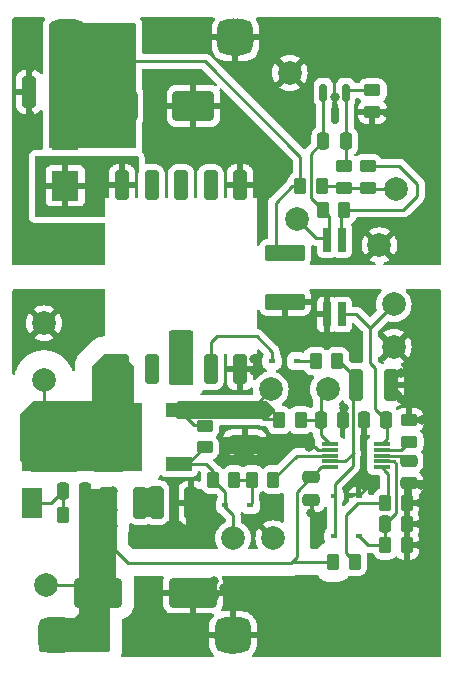
<source format=gtl>
G04 #@! TF.GenerationSoftware,KiCad,Pcbnew,6.0.1-79c1e3a40b~116~ubuntu20.04.1*
G04 #@! TF.CreationDate,2022-02-11T17:49:30+01:00*
G04 #@! TF.ProjectId,Feeder,46656564-6572-42e6-9b69-6361645f7063,rev?*
G04 #@! TF.SameCoordinates,Original*
G04 #@! TF.FileFunction,Copper,L1,Top*
G04 #@! TF.FilePolarity,Positive*
%FSLAX46Y46*%
G04 Gerber Fmt 4.6, Leading zero omitted, Abs format (unit mm)*
G04 Created by KiCad (PCBNEW 6.0.1-79c1e3a40b~116~ubuntu20.04.1) date 2022-02-11 17:49:30*
%MOMM*%
%LPD*%
G01*
G04 APERTURE LIST*
G04 Aperture macros list*
%AMRoundRect*
0 Rectangle with rounded corners*
0 $1 Rounding radius*
0 $2 $3 $4 $5 $6 $7 $8 $9 X,Y pos of 4 corners*
0 Add a 4 corners polygon primitive as box body*
4,1,4,$2,$3,$4,$5,$6,$7,$8,$9,$2,$3,0*
0 Add four circle primitives for the rounded corners*
1,1,$1+$1,$2,$3*
1,1,$1+$1,$4,$5*
1,1,$1+$1,$6,$7*
1,1,$1+$1,$8,$9*
0 Add four rect primitives between the rounded corners*
20,1,$1+$1,$2,$3,$4,$5,0*
20,1,$1+$1,$4,$5,$6,$7,0*
20,1,$1+$1,$6,$7,$8,$9,0*
20,1,$1+$1,$8,$9,$2,$3,0*%
G04 Aperture macros list end*
G04 #@! TA.AperFunction,ComponentPad*
%ADD10C,2.000000*%
G04 #@! TD*
G04 #@! TA.AperFunction,SMDPad,CuDef*
%ADD11RoundRect,0.250000X0.250000X0.475000X-0.250000X0.475000X-0.250000X-0.475000X0.250000X-0.475000X0*%
G04 #@! TD*
G04 #@! TA.AperFunction,SMDPad,CuDef*
%ADD12RoundRect,0.305000X-0.305000X-0.965000X0.305000X-0.965000X0.305000X0.965000X-0.305000X0.965000X0*%
G04 #@! TD*
G04 #@! TA.AperFunction,SMDPad,CuDef*
%ADD13RoundRect,0.250000X-0.325000X-1.100000X0.325000X-1.100000X0.325000X1.100000X-0.325000X1.100000X0*%
G04 #@! TD*
G04 #@! TA.AperFunction,SMDPad,CuDef*
%ADD14RoundRect,0.250000X-1.750000X-1.000000X1.750000X-1.000000X1.750000X1.000000X-1.750000X1.000000X0*%
G04 #@! TD*
G04 #@! TA.AperFunction,SMDPad,CuDef*
%ADD15RoundRect,0.250000X-0.450000X0.262500X-0.450000X-0.262500X0.450000X-0.262500X0.450000X0.262500X0*%
G04 #@! TD*
G04 #@! TA.AperFunction,SMDPad,CuDef*
%ADD16RoundRect,0.250000X-0.262500X-0.450000X0.262500X-0.450000X0.262500X0.450000X-0.262500X0.450000X0*%
G04 #@! TD*
G04 #@! TA.AperFunction,SMDPad,CuDef*
%ADD17RoundRect,0.250000X0.450000X-0.262500X0.450000X0.262500X-0.450000X0.262500X-0.450000X-0.262500X0*%
G04 #@! TD*
G04 #@! TA.AperFunction,SMDPad,CuDef*
%ADD18R,0.600000X0.450000*%
G04 #@! TD*
G04 #@! TA.AperFunction,SMDPad,CuDef*
%ADD19RoundRect,0.250000X-0.475000X0.250000X-0.475000X-0.250000X0.475000X-0.250000X0.475000X0.250000X0*%
G04 #@! TD*
G04 #@! TA.AperFunction,SMDPad,CuDef*
%ADD20RoundRect,0.249999X1.450001X-0.450001X1.450001X0.450001X-1.450001X0.450001X-1.450001X-0.450001X0*%
G04 #@! TD*
G04 #@! TA.AperFunction,SMDPad,CuDef*
%ADD21R,1.800000X2.500000*%
G04 #@! TD*
G04 #@! TA.AperFunction,SMDPad,CuDef*
%ADD22RoundRect,0.250000X0.262500X0.450000X-0.262500X0.450000X-0.262500X-0.450000X0.262500X-0.450000X0*%
G04 #@! TD*
G04 #@! TA.AperFunction,SMDPad,CuDef*
%ADD23RoundRect,0.250000X-0.250000X-0.475000X0.250000X-0.475000X0.250000X0.475000X-0.250000X0.475000X0*%
G04 #@! TD*
G04 #@! TA.AperFunction,SMDPad,CuDef*
%ADD24R,1.400000X0.300000*%
G04 #@! TD*
G04 #@! TA.AperFunction,ComponentPad*
%ADD25C,1.000000*%
G04 #@! TD*
G04 #@! TA.AperFunction,SMDPad,CuDef*
%ADD26RoundRect,0.750000X-0.750000X-0.750000X0.750000X-0.750000X0.750000X0.750000X-0.750000X0.750000X0*%
G04 #@! TD*
G04 #@! TA.AperFunction,SMDPad,CuDef*
%ADD27RoundRect,0.150000X-0.150000X0.587500X-0.150000X-0.587500X0.150000X-0.587500X0.150000X0.587500X0*%
G04 #@! TD*
G04 #@! TA.AperFunction,SMDPad,CuDef*
%ADD28R,2.300000X2.500000*%
G04 #@! TD*
G04 #@! TA.AperFunction,SMDPad,CuDef*
%ADD29RoundRect,0.250000X0.325000X1.100000X-0.325000X1.100000X-0.325000X-1.100000X0.325000X-1.100000X0*%
G04 #@! TD*
G04 #@! TA.AperFunction,SMDPad,CuDef*
%ADD30RoundRect,0.250000X-1.500000X-1.000000X1.500000X-1.000000X1.500000X1.000000X-1.500000X1.000000X0*%
G04 #@! TD*
G04 #@! TA.AperFunction,SMDPad,CuDef*
%ADD31R,0.640000X2.000000*%
G04 #@! TD*
G04 #@! TA.AperFunction,SMDPad,CuDef*
%ADD32RoundRect,0.250000X-1.075000X0.312500X-1.075000X-0.312500X1.075000X-0.312500X1.075000X0.312500X0*%
G04 #@! TD*
G04 #@! TA.AperFunction,SMDPad,CuDef*
%ADD33R,2.200000X1.200000*%
G04 #@! TD*
G04 #@! TA.AperFunction,SMDPad,CuDef*
%ADD34R,6.400000X5.800000*%
G04 #@! TD*
G04 #@! TA.AperFunction,ViaPad*
%ADD35C,0.800000*%
G04 #@! TD*
G04 #@! TA.AperFunction,Conductor*
%ADD36C,0.250000*%
G04 #@! TD*
G04 #@! TA.AperFunction,Conductor*
%ADD37C,1.000000*%
G04 #@! TD*
G04 APERTURE END LIST*
D10*
X56800000Y-23200000D03*
D11*
X82150000Y-64400000D03*
X80250000Y-64400000D03*
D12*
X68000000Y-51300000D03*
X65500000Y-51300000D03*
X63000000Y-51300000D03*
X60500000Y-51300000D03*
X58000000Y-51300000D03*
X58000000Y-35700000D03*
X60500000Y-35700000D03*
X63000000Y-35700000D03*
X65500000Y-35700000D03*
X68000000Y-35700000D03*
D13*
X60925000Y-62600000D03*
X63875000Y-62600000D03*
D14*
X56000000Y-70200000D03*
X64000000Y-70200000D03*
D15*
X65000000Y-56087500D03*
X65000000Y-57912500D03*
D10*
X81000000Y-49400000D03*
D16*
X75887500Y-67600000D03*
X77712500Y-67600000D03*
X80287500Y-62600000D03*
X82112500Y-62600000D03*
D17*
X82325489Y-57424511D03*
X82325489Y-55599511D03*
D18*
X72800000Y-50600000D03*
X70700000Y-50600000D03*
D16*
X73087500Y-35800000D03*
X74912500Y-35800000D03*
D10*
X79800000Y-40800000D03*
X81200000Y-36000000D03*
D19*
X82275489Y-59049511D03*
X82275489Y-60949511D03*
D11*
X54900000Y-61600000D03*
X53000000Y-61600000D03*
D10*
X81000000Y-45800000D03*
D20*
X71800000Y-45575000D03*
X71800000Y-41475000D03*
D21*
X50400000Y-62600000D03*
X50400000Y-58600000D03*
D16*
X53037500Y-63600000D03*
X54862500Y-63600000D03*
D22*
X70825000Y-60631250D03*
X69000000Y-60631250D03*
D13*
X56612500Y-62600000D03*
X59562500Y-62600000D03*
D17*
X76800000Y-35912500D03*
X76800000Y-34087500D03*
D23*
X74825489Y-55599511D03*
X76725489Y-55599511D03*
D24*
X79975489Y-59599511D03*
X79975489Y-59099511D03*
X79975489Y-58599511D03*
X79975489Y-58099511D03*
X79975489Y-57599511D03*
X75575489Y-57599511D03*
X75575489Y-58099511D03*
X75575489Y-58599511D03*
X75575489Y-59099511D03*
X75575489Y-59599511D03*
D10*
X72800000Y-38600000D03*
D22*
X76825000Y-37800000D03*
X75000000Y-37800000D03*
D19*
X74000000Y-60450000D03*
X74000000Y-62350000D03*
D25*
X52550000Y-23950000D03*
X52550000Y-22450000D03*
X54050000Y-22450000D03*
X54000000Y-23950000D03*
D26*
X53300000Y-23200000D03*
D27*
X76950000Y-27862500D03*
X75050000Y-27862500D03*
X76000000Y-29737500D03*
D10*
X75400000Y-53000000D03*
D17*
X78800000Y-35912500D03*
X78800000Y-34087500D03*
D10*
X67400000Y-65600000D03*
D11*
X80350000Y-55600000D03*
X78450000Y-55600000D03*
D10*
X70800000Y-65600000D03*
D15*
X79200000Y-27687500D03*
X79200000Y-29512500D03*
D25*
X51650000Y-73050000D03*
X51650000Y-74550000D03*
X53150000Y-73050000D03*
D26*
X52400000Y-73800000D03*
D25*
X53100000Y-74550000D03*
D28*
X53200000Y-31450000D03*
X53200000Y-35750000D03*
D10*
X70600000Y-53000000D03*
D13*
X77800000Y-52600000D03*
X80750000Y-52600000D03*
D25*
X68350000Y-22450000D03*
X66850000Y-23950000D03*
X68300000Y-23950000D03*
D26*
X67600000Y-23200000D03*
D25*
X66850000Y-22450000D03*
D16*
X80287500Y-66200000D03*
X82112500Y-66200000D03*
D18*
X68850000Y-62800000D03*
X66750000Y-62800000D03*
D29*
X53075000Y-27800000D03*
X50125000Y-27800000D03*
D25*
X66650000Y-73050000D03*
X68150000Y-73050000D03*
X68100000Y-74550000D03*
X66650000Y-74550000D03*
D26*
X67400000Y-73800000D03*
D10*
X51400000Y-52200000D03*
X51600000Y-69600000D03*
D30*
X57550000Y-29000000D03*
X64050000Y-29000000D03*
D10*
X72200000Y-26200000D03*
D31*
X76635000Y-40350000D03*
X75365000Y-40350000D03*
X75365000Y-46650000D03*
X76635000Y-46650000D03*
D18*
X75950000Y-62000000D03*
X78050000Y-62000000D03*
D32*
X68400000Y-54537500D03*
X68400000Y-57462500D03*
D22*
X76225000Y-50600000D03*
X74400000Y-50600000D03*
X67500000Y-60631250D03*
X65675000Y-60631250D03*
D33*
X62800000Y-59280000D03*
D34*
X56500000Y-57000000D03*
D33*
X62800000Y-54720000D03*
D22*
X73112500Y-55600000D03*
X71287500Y-55600000D03*
D18*
X75950000Y-65400000D03*
X78050000Y-65400000D03*
D10*
X51400000Y-47400000D03*
D23*
X75050000Y-32000000D03*
X76950000Y-32000000D03*
D35*
X69400000Y-33600000D03*
X66800000Y-33600000D03*
X68000000Y-33600000D03*
X69400000Y-35600000D03*
X61400000Y-29000000D03*
X50200000Y-25800000D03*
X50200000Y-29800000D03*
X66600000Y-69800000D03*
X68800000Y-58600000D03*
X65800000Y-70600000D03*
X69800000Y-58600000D03*
X83400000Y-55600000D03*
X83200000Y-62600000D03*
X66800000Y-58600000D03*
X64800000Y-64000000D03*
X74000000Y-63500000D03*
X81600000Y-53800000D03*
X74000000Y-48500000D03*
X81600000Y-51600000D03*
X64800000Y-62000000D03*
X73800000Y-57875011D03*
X69200000Y-51400000D03*
X83200000Y-64400000D03*
X69200000Y-50400000D03*
X76775489Y-54600000D03*
X64800000Y-63000000D03*
X78600000Y-61200000D03*
X83275489Y-61049511D03*
X65800000Y-69200000D03*
X67800000Y-58600000D03*
X83200000Y-66200000D03*
X71800000Y-47000000D03*
X62500000Y-49500000D03*
X63000000Y-48500000D03*
X57200000Y-63200000D03*
X57200000Y-64600000D03*
X63500000Y-49500000D03*
X57200000Y-61600000D03*
X76000000Y-28200000D03*
X66600000Y-29000000D03*
X64000000Y-26800000D03*
X64000000Y-31200000D03*
X80400000Y-29600000D03*
D36*
X57550000Y-29000000D02*
X57550000Y-27250000D01*
X57550000Y-27250000D02*
X58400000Y-26400000D01*
X58400000Y-26400000D02*
X58400000Y-25200000D01*
X58400000Y-25200000D02*
X65000000Y-25200000D01*
X73087500Y-33287500D02*
X73087500Y-35800000D01*
X65000000Y-25200000D02*
X73087500Y-33287500D01*
X74576467Y-58099511D02*
X75575489Y-58099511D01*
X71800000Y-47000000D02*
X71800000Y-45575000D01*
X76775489Y-55549511D02*
X76725489Y-55599511D01*
X81600000Y-53450000D02*
X81600000Y-53800000D01*
X83200000Y-62600000D02*
X82312500Y-62600000D01*
X74351967Y-57875011D02*
X74576467Y-58099511D01*
X78600000Y-61450000D02*
X78050000Y-62000000D01*
X83400000Y-55600000D02*
X82325978Y-55600000D01*
X74000000Y-63500000D02*
X74000000Y-62350000D01*
X80800000Y-52400000D02*
X80750000Y-52450000D01*
X73800000Y-57875011D02*
X74351967Y-57875011D01*
X83200000Y-64400000D02*
X82150000Y-64400000D01*
X82375489Y-61049511D02*
X82275489Y-60949511D01*
X80800000Y-52550000D02*
X80800000Y-52400000D01*
X76775489Y-54600000D02*
X76775489Y-55549511D01*
X82325978Y-55600000D02*
X82325489Y-55599511D01*
X83275489Y-61049511D02*
X82375489Y-61049511D01*
X80750000Y-52600000D02*
X81600000Y-53450000D01*
X78600000Y-61200000D02*
X78600000Y-61450000D01*
X80800000Y-52400000D02*
X81600000Y-51600000D01*
X80750000Y-52600000D02*
X80800000Y-52550000D01*
X82112500Y-66200000D02*
X83200000Y-66200000D01*
X80750000Y-52450000D02*
X80750000Y-52600000D01*
X79975489Y-58599511D02*
X81825489Y-58599511D01*
X81825489Y-58599511D02*
X82275489Y-59049511D01*
X80400000Y-57175000D02*
X80400000Y-55650000D01*
X79000000Y-47800000D02*
X77850000Y-46650000D01*
X81000000Y-45800000D02*
X79000000Y-47800000D01*
X79400000Y-51200000D02*
X79000000Y-50800000D01*
X77850000Y-46650000D02*
X76635000Y-46650000D01*
X79000000Y-50800000D02*
X79000000Y-49015000D01*
X79400000Y-54650000D02*
X79400000Y-51200000D01*
X80400000Y-55650000D02*
X79400000Y-54650000D01*
X79000000Y-47800000D02*
X79000000Y-49015000D01*
X79975489Y-57599511D02*
X80400000Y-57175000D01*
X53037500Y-63600000D02*
X53037500Y-61637500D01*
X53037500Y-61637500D02*
X53000000Y-61600000D01*
X49762500Y-62600000D02*
X52000000Y-62600000D01*
X52000000Y-62600000D02*
X53000000Y-61600000D01*
X75500000Y-40215000D02*
X75365000Y-40350000D01*
X75215000Y-40200000D02*
X75365000Y-40350000D01*
X75500000Y-38300000D02*
X75500000Y-40215000D01*
X74000000Y-36800000D02*
X75000000Y-37800000D01*
X75000000Y-37800000D02*
X75500000Y-38300000D01*
X74400000Y-40200000D02*
X75215000Y-40200000D01*
X72800000Y-38600000D02*
X74400000Y-40200000D01*
X75050000Y-32000000D02*
X74000000Y-33050000D01*
X75050000Y-27862500D02*
X75050000Y-32000000D01*
X74000000Y-33050000D02*
X74000000Y-36800000D01*
X77125000Y-27687500D02*
X76950000Y-27862500D01*
X77000000Y-33887500D02*
X77000000Y-27912500D01*
X79200000Y-27687500D02*
X77125000Y-27687500D01*
X77000000Y-27912500D02*
X76950000Y-27862500D01*
X76800000Y-34087500D02*
X77000000Y-33887500D01*
X57400000Y-66575000D02*
X56750000Y-67225000D01*
D37*
X56750000Y-69800000D02*
X56987980Y-69562020D01*
D36*
X72800000Y-61650000D02*
X74850489Y-59599511D01*
X72125000Y-67675000D02*
X72325000Y-67675000D01*
X56750000Y-67225000D02*
X56750000Y-69600000D01*
X56750000Y-69600000D02*
X51600000Y-69600000D01*
X57400000Y-66575000D02*
X58500000Y-67675000D01*
X52950000Y-73600000D02*
X52400000Y-73600000D01*
D37*
X56750000Y-70325000D02*
X56750000Y-69800000D01*
D36*
X58500000Y-67675000D02*
X72125000Y-67675000D01*
D37*
X54225000Y-72850000D02*
X56750000Y-70325000D01*
D36*
X72400000Y-67600000D02*
X75887500Y-67600000D01*
X72325000Y-67675000D02*
X72800000Y-67200000D01*
D37*
X56987980Y-69562020D02*
X56987980Y-62000000D01*
D36*
X57200000Y-61600000D02*
X57400000Y-61800000D01*
X74850489Y-59599511D02*
X75575489Y-59599511D01*
D37*
X53150000Y-72850000D02*
X54225000Y-72850000D01*
D36*
X72800000Y-67200000D02*
X72800000Y-61650000D01*
X57400000Y-61800000D02*
X57400000Y-66575000D01*
X80400000Y-29600000D02*
X80200000Y-29600000D01*
X80200000Y-29600000D02*
X80112500Y-29512500D01*
X76000000Y-28200000D02*
X76000000Y-29737500D01*
X80112500Y-29512500D02*
X79200000Y-29512500D01*
X81650489Y-58099511D02*
X82325489Y-57424511D01*
X79975489Y-58099511D02*
X81650489Y-58099511D01*
X76400000Y-50600000D02*
X77550009Y-51750009D01*
X77550009Y-51750009D02*
X77550009Y-59449991D01*
X77600000Y-58400000D02*
X76900489Y-59099511D01*
X76900489Y-59099511D02*
X75575489Y-59099511D01*
X76225000Y-50600000D02*
X76400000Y-50600000D01*
X77550009Y-59449991D02*
X76000000Y-61000000D01*
X76000000Y-65350000D02*
X75950000Y-65400000D01*
X76000000Y-61000000D02*
X76000000Y-65350000D01*
X78887500Y-36000000D02*
X78800000Y-35912500D01*
X81200000Y-36000000D02*
X78887500Y-36000000D01*
X76687500Y-35800000D02*
X74912500Y-35800000D01*
X78800000Y-35912500D02*
X76800000Y-35912500D01*
X76800000Y-35912500D02*
X76687500Y-35800000D01*
X81800000Y-37800000D02*
X76825000Y-37800000D01*
X81487500Y-34087500D02*
X83000000Y-35600000D01*
X83000000Y-35600000D02*
X83000000Y-36600000D01*
X83000000Y-36600000D02*
X81800000Y-37800000D01*
X76500000Y-38125000D02*
X76500000Y-40215000D01*
X78800000Y-34087500D02*
X81487500Y-34087500D01*
X76825000Y-37800000D02*
X76500000Y-38125000D01*
X76500000Y-40215000D02*
X76635000Y-40350000D01*
X71000000Y-37200000D02*
X71000000Y-41000000D01*
X72400000Y-35800000D02*
X71000000Y-37200000D01*
X73087500Y-35800000D02*
X72400000Y-35800000D01*
X74825000Y-55600000D02*
X74825489Y-55599511D01*
X73112500Y-55600000D02*
X74825000Y-55600000D01*
X74825489Y-53574511D02*
X74825489Y-56849511D01*
X74825489Y-56849511D02*
X75575489Y-57599511D01*
X81200000Y-63450000D02*
X81200000Y-59300489D01*
X80999022Y-59099511D02*
X79975489Y-59099511D01*
X80250000Y-64400000D02*
X80250000Y-66162500D01*
X78050000Y-65400000D02*
X78850000Y-66200000D01*
X80250000Y-64400000D02*
X81200000Y-63450000D01*
X78850000Y-66200000D02*
X80287500Y-66200000D01*
X81200000Y-59300489D02*
X80999022Y-59099511D01*
X72845131Y-58599511D02*
X70825000Y-60619642D01*
X75575489Y-58599511D02*
X72845131Y-58599511D01*
X68850000Y-62800000D02*
X69000000Y-62650000D01*
X67500000Y-60631250D02*
X69000000Y-60631250D01*
X69000000Y-62650000D02*
X69000000Y-60631250D01*
X72800000Y-50600000D02*
X74400000Y-50600000D01*
X65675000Y-60631250D02*
X66750000Y-61706250D01*
X67400000Y-63650000D02*
X66600000Y-62850000D01*
X65675000Y-59875000D02*
X65080000Y-59280000D01*
X65675000Y-60631250D02*
X65675000Y-59875000D01*
X63545000Y-59280000D02*
X62800000Y-59280000D01*
X66750000Y-61706250D02*
X66750000Y-62800000D01*
X67400000Y-65600000D02*
X67400000Y-63650000D01*
X65000000Y-57825000D02*
X63545000Y-59280000D01*
X65080000Y-59280000D02*
X62800000Y-59280000D01*
X51400000Y-52200000D02*
X51400000Y-54600000D01*
X69400000Y-48500000D02*
X70700000Y-49800000D01*
X66000000Y-48500000D02*
X69400000Y-48500000D01*
X65500000Y-51300000D02*
X65500000Y-49000000D01*
X70700000Y-49800000D02*
X70700000Y-50600000D01*
X65500000Y-49000000D02*
X66000000Y-48500000D01*
X68720000Y-54220000D02*
X70000000Y-55500000D01*
X70600000Y-53000000D02*
X69062500Y-54537500D01*
X64080000Y-56000000D02*
X62800000Y-54720000D01*
X71187500Y-55500000D02*
X71287500Y-55600000D01*
X69062500Y-54537500D02*
X68400000Y-54537500D01*
X70000000Y-55500000D02*
X71187500Y-55500000D01*
X65000000Y-56000000D02*
X64080000Y-56000000D01*
X80287989Y-59912011D02*
X80500011Y-60124033D01*
X77712500Y-67600000D02*
X77000000Y-66887500D01*
X80500000Y-60124022D02*
X80287989Y-59912011D01*
X77000000Y-66887500D02*
X77000000Y-63600000D01*
X80287989Y-59912011D02*
X79975489Y-59599511D01*
X77000000Y-63600000D02*
X78000000Y-62600000D01*
X80500011Y-60124033D02*
X80500011Y-62587489D01*
X78000000Y-62600000D02*
X80287500Y-62600000D01*
G04 #@! TA.AperFunction,Conductor*
G36*
X84934121Y-44520002D02*
G01*
X84980614Y-44573658D01*
X84992000Y-44626000D01*
X84992000Y-75566000D01*
X84971998Y-75634121D01*
X84918342Y-75680614D01*
X84866000Y-75692000D01*
X69091390Y-75692000D01*
X69023269Y-75671998D01*
X68976776Y-75618342D01*
X68966672Y-75548068D01*
X68996166Y-75483488D01*
X69002295Y-75476905D01*
X69115024Y-75364176D01*
X69122197Y-75355597D01*
X69243954Y-75180412D01*
X69249490Y-75170705D01*
X69338299Y-74976731D01*
X69342033Y-74966185D01*
X69395147Y-74759321D01*
X69396918Y-74748766D01*
X69407793Y-74615070D01*
X69408000Y-74609964D01*
X69408000Y-74072115D01*
X69403525Y-74056876D01*
X69402135Y-74055671D01*
X69394452Y-74054000D01*
X68973325Y-74054000D01*
X68947680Y-74061530D01*
X67627652Y-75381558D01*
X67565340Y-75415584D01*
X67494525Y-75410519D01*
X67449462Y-75381558D01*
X67387812Y-75319908D01*
X67373868Y-75312294D01*
X67372035Y-75312425D01*
X67365420Y-75316676D01*
X67300538Y-75381558D01*
X67238226Y-75415584D01*
X67167411Y-75410519D01*
X67122348Y-75381558D01*
X66291922Y-74551132D01*
X67014408Y-74551132D01*
X67014539Y-74552965D01*
X67018790Y-74559580D01*
X67362188Y-74902978D01*
X67376132Y-74910592D01*
X67377965Y-74910461D01*
X67384580Y-74906210D01*
X67727978Y-74562812D01*
X67735592Y-74548868D01*
X67735461Y-74547035D01*
X67731210Y-74540420D01*
X67387812Y-74197022D01*
X67373868Y-74189408D01*
X67372035Y-74189539D01*
X67365420Y-74193790D01*
X67022022Y-74537188D01*
X67014408Y-74551132D01*
X66291922Y-74551132D01*
X65807602Y-74066812D01*
X65790068Y-74057237D01*
X66520300Y-74057237D01*
X66523538Y-74064328D01*
X66637188Y-74177978D01*
X66651132Y-74185592D01*
X66652965Y-74185461D01*
X66659580Y-74181210D01*
X66773978Y-74066812D01*
X66779206Y-74057237D01*
X67970300Y-74057237D01*
X67973538Y-74064328D01*
X68087188Y-74177978D01*
X68101132Y-74185592D01*
X68102965Y-74185461D01*
X68109580Y-74181210D01*
X68223978Y-74066812D01*
X68229487Y-74056723D01*
X68222186Y-74054000D01*
X67981325Y-74054000D01*
X67970300Y-74057237D01*
X66779206Y-74057237D01*
X66779487Y-74056723D01*
X66772186Y-74054000D01*
X66531325Y-74054000D01*
X66520300Y-74057237D01*
X65790068Y-74057237D01*
X65784140Y-74054000D01*
X65410116Y-74054000D01*
X65394877Y-74058475D01*
X65393672Y-74059865D01*
X65392001Y-74067548D01*
X65392001Y-74609961D01*
X65392209Y-74615071D01*
X65403082Y-74748767D01*
X65404852Y-74759320D01*
X65457967Y-74966185D01*
X65461701Y-74976731D01*
X65550510Y-75170705D01*
X65556046Y-75180412D01*
X65677803Y-75355597D01*
X65684976Y-75364176D01*
X65797705Y-75476905D01*
X65831731Y-75539217D01*
X65826666Y-75610032D01*
X65784119Y-75666868D01*
X65717599Y-75691679D01*
X65708610Y-75692000D01*
X58017628Y-75692000D01*
X57949507Y-75671998D01*
X57903014Y-75618342D01*
X57892910Y-75548068D01*
X57900943Y-75518454D01*
X57938286Y-75426808D01*
X57939491Y-75423852D01*
X57951910Y-75381558D01*
X57959128Y-75356975D01*
X57959131Y-75356963D01*
X57959493Y-75355731D01*
X57979530Y-75275299D01*
X58000000Y-75074000D01*
X58000000Y-72524693D01*
X58020002Y-72456572D01*
X58073658Y-72410079D01*
X58094665Y-72402652D01*
X58163672Y-72384934D01*
X58169113Y-72383537D01*
X58174216Y-72381201D01*
X58174218Y-72381200D01*
X58245915Y-72348374D01*
X58372075Y-72290614D01*
X58438564Y-72244403D01*
X58550767Y-72166420D01*
X58550769Y-72166418D01*
X58555375Y-72163217D01*
X58713217Y-72005375D01*
X58732243Y-71978001D01*
X58837413Y-71826681D01*
X58837414Y-71826679D01*
X58840614Y-71822075D01*
X58933537Y-71619113D01*
X58989051Y-71402902D01*
X59000500Y-71262138D01*
X59000500Y-71247095D01*
X61492001Y-71247095D01*
X61492338Y-71253614D01*
X61502257Y-71349206D01*
X61505149Y-71362600D01*
X61556588Y-71516784D01*
X61562761Y-71529962D01*
X61648063Y-71667807D01*
X61657099Y-71679208D01*
X61771829Y-71793739D01*
X61783240Y-71802751D01*
X61921243Y-71887816D01*
X61934424Y-71893963D01*
X62088710Y-71945138D01*
X62102086Y-71948005D01*
X62196438Y-71957672D01*
X62202854Y-71958000D01*
X63727885Y-71958000D01*
X63743124Y-71953525D01*
X63744329Y-71952135D01*
X63746000Y-71944452D01*
X63746000Y-71939884D01*
X64254000Y-71939884D01*
X64258475Y-71955123D01*
X64259865Y-71956328D01*
X64267548Y-71957999D01*
X65658611Y-71957999D01*
X65726732Y-71978001D01*
X65773225Y-72031657D01*
X65783329Y-72101931D01*
X65753835Y-72166511D01*
X65747706Y-72173094D01*
X65684976Y-72235824D01*
X65677803Y-72244403D01*
X65556046Y-72419588D01*
X65550510Y-72429295D01*
X65461701Y-72623269D01*
X65457967Y-72633815D01*
X65404853Y-72840679D01*
X65403082Y-72851234D01*
X65392207Y-72984930D01*
X65392000Y-72990036D01*
X65392000Y-73527885D01*
X65396475Y-73543124D01*
X65397865Y-73544329D01*
X65405548Y-73546000D01*
X65776675Y-73546000D01*
X65785949Y-73543277D01*
X66520513Y-73543277D01*
X66527814Y-73546000D01*
X66768675Y-73546000D01*
X66777949Y-73543277D01*
X68020513Y-73543277D01*
X68027814Y-73546000D01*
X68268675Y-73546000D01*
X68279700Y-73542763D01*
X68276462Y-73535672D01*
X68162812Y-73422022D01*
X68148868Y-73414408D01*
X68147035Y-73414539D01*
X68140420Y-73418790D01*
X68026022Y-73533188D01*
X68020513Y-73543277D01*
X66777949Y-73543277D01*
X66779700Y-73542763D01*
X66776462Y-73535672D01*
X66662812Y-73422022D01*
X66648868Y-73414408D01*
X66647035Y-73414539D01*
X66640420Y-73418790D01*
X66526022Y-73533188D01*
X66520513Y-73543277D01*
X65785949Y-73543277D01*
X65802320Y-73538470D01*
X66289658Y-73051132D01*
X67014408Y-73051132D01*
X67014539Y-73052965D01*
X67018790Y-73059580D01*
X67133188Y-73173978D01*
X67143277Y-73179487D01*
X67146000Y-73172186D01*
X67146000Y-73168675D01*
X67654000Y-73168675D01*
X67657237Y-73179700D01*
X67664328Y-73176462D01*
X67777978Y-73062812D01*
X67785592Y-73048868D01*
X67785461Y-73047035D01*
X67781210Y-73040420D01*
X67666812Y-72926022D01*
X67656723Y-72920513D01*
X67654000Y-72927814D01*
X67654000Y-73168675D01*
X67146000Y-73168675D01*
X67146000Y-72931325D01*
X67142763Y-72920300D01*
X67135672Y-72923538D01*
X67022022Y-73037188D01*
X67014408Y-73051132D01*
X66289658Y-73051132D01*
X67133188Y-72207602D01*
X67146000Y-72184140D01*
X67146000Y-72176675D01*
X67654000Y-72176675D01*
X67661530Y-72202320D01*
X68992398Y-73533188D01*
X69015860Y-73546000D01*
X69389884Y-73546000D01*
X69405123Y-73541525D01*
X69406328Y-73540135D01*
X69407999Y-73532452D01*
X69407999Y-72990039D01*
X69407791Y-72984929D01*
X69396918Y-72851233D01*
X69395148Y-72840680D01*
X69342033Y-72633815D01*
X69338299Y-72623269D01*
X69249490Y-72429295D01*
X69243954Y-72419588D01*
X69122197Y-72244403D01*
X69115024Y-72235824D01*
X68964176Y-72084976D01*
X68955597Y-72077803D01*
X68780412Y-71956046D01*
X68770705Y-71950510D01*
X68576731Y-71861701D01*
X68566185Y-71857967D01*
X68359321Y-71804853D01*
X68348766Y-71803082D01*
X68215070Y-71792207D01*
X68209964Y-71792000D01*
X67672115Y-71792000D01*
X67656876Y-71796475D01*
X67655671Y-71797865D01*
X67654000Y-71805548D01*
X67654000Y-72176675D01*
X67146000Y-72176675D01*
X67146000Y-71810116D01*
X67141525Y-71794877D01*
X67140135Y-71793672D01*
X67132452Y-71792001D01*
X66590039Y-71792001D01*
X66584929Y-71792209D01*
X66507164Y-71798533D01*
X66437647Y-71784119D01*
X66386957Y-71734409D01*
X66371190Y-71665185D01*
X66389691Y-71606833D01*
X66437814Y-71528762D01*
X66443963Y-71515576D01*
X66495138Y-71361290D01*
X66498005Y-71347914D01*
X66507672Y-71253562D01*
X66508000Y-71247146D01*
X66508000Y-70472115D01*
X66503525Y-70456876D01*
X66502135Y-70455671D01*
X66494452Y-70454000D01*
X64272115Y-70454000D01*
X64256876Y-70458475D01*
X64255671Y-70459865D01*
X64254000Y-70467548D01*
X64254000Y-71939884D01*
X63746000Y-71939884D01*
X63746000Y-70472115D01*
X63741525Y-70456876D01*
X63740135Y-70455671D01*
X63732452Y-70454000D01*
X61510116Y-70454000D01*
X61494877Y-70458475D01*
X61493672Y-70459865D01*
X61492001Y-70467548D01*
X61492001Y-71247095D01*
X59000500Y-71247095D01*
X59000500Y-69137862D01*
X58989051Y-68997098D01*
X58981163Y-68966376D01*
X58978970Y-68957835D01*
X58981402Y-68886880D01*
X59021810Y-68828504D01*
X59087363Y-68801241D01*
X59101011Y-68800500D01*
X61409331Y-68800500D01*
X61477452Y-68820502D01*
X61523945Y-68874158D01*
X61534049Y-68944432D01*
X61528924Y-68966168D01*
X61504862Y-69038710D01*
X61501995Y-69052086D01*
X61492328Y-69146438D01*
X61492000Y-69152855D01*
X61492000Y-69927885D01*
X61496475Y-69943124D01*
X61497865Y-69944329D01*
X61505548Y-69946000D01*
X66489884Y-69946000D01*
X66505123Y-69941525D01*
X66506328Y-69940135D01*
X66507999Y-69932452D01*
X66507999Y-69152905D01*
X66507662Y-69146386D01*
X66497743Y-69050794D01*
X66494851Y-69037400D01*
X66471156Y-68966376D01*
X66468572Y-68895426D01*
X66504756Y-68834342D01*
X66568220Y-68802518D01*
X66590680Y-68800500D01*
X72219303Y-68800500D01*
X72230280Y-68801427D01*
X72230301Y-68801139D01*
X72236278Y-68801578D01*
X72242195Y-68802584D01*
X72336330Y-68800530D01*
X72339079Y-68800500D01*
X72378664Y-68800500D01*
X72386216Y-68799779D01*
X72395424Y-68799240D01*
X72420099Y-68798702D01*
X72450916Y-68798030D01*
X72450919Y-68798030D01*
X72456910Y-68797899D01*
X72462771Y-68796637D01*
X72462772Y-68796637D01*
X72490267Y-68790717D01*
X72504822Y-68788463D01*
X72538795Y-68785222D01*
X72544543Y-68783536D01*
X72544552Y-68783534D01*
X72597813Y-68767909D01*
X72606760Y-68765637D01*
X72621897Y-68762378D01*
X72666866Y-68752696D01*
X72698270Y-68739334D01*
X72712117Y-68734376D01*
X72725009Y-68730594D01*
X72760471Y-68725500D01*
X74505646Y-68725500D01*
X74573767Y-68745502D01*
X74609110Y-68779589D01*
X74620061Y-68795345D01*
X74647165Y-68834342D01*
X74661783Y-68855375D01*
X74819625Y-69013217D01*
X74824231Y-69016418D01*
X74824233Y-69016420D01*
X74873691Y-69050794D01*
X75002925Y-69140614D01*
X75129085Y-69198374D01*
X75200782Y-69231200D01*
X75200784Y-69231201D01*
X75205887Y-69233537D01*
X75422098Y-69289051D01*
X75486232Y-69294267D01*
X75560311Y-69300293D01*
X75560323Y-69300293D01*
X75562862Y-69300500D01*
X76212138Y-69300500D01*
X76214677Y-69300293D01*
X76214689Y-69300293D01*
X76288768Y-69294267D01*
X76352902Y-69289051D01*
X76569113Y-69233537D01*
X76574216Y-69231201D01*
X76574218Y-69231200D01*
X76645915Y-69198374D01*
X76772075Y-69140614D01*
X76901309Y-69050794D01*
X76950767Y-69016420D01*
X76950769Y-69016418D01*
X76955375Y-69013217D01*
X77113217Y-68855375D01*
X77116420Y-68850767D01*
X77116422Y-68850765D01*
X77126074Y-68836877D01*
X77181376Y-68792356D01*
X77251970Y-68784801D01*
X77269201Y-68789194D01*
X77295139Y-68797797D01*
X77301975Y-68798497D01*
X77301978Y-68798498D01*
X77340581Y-68802453D01*
X77399600Y-68808500D01*
X78025400Y-68808500D01*
X78028646Y-68808163D01*
X78028650Y-68808163D01*
X78124308Y-68798238D01*
X78124312Y-68798237D01*
X78131166Y-68797526D01*
X78137702Y-68795345D01*
X78137704Y-68795345D01*
X78291998Y-68743868D01*
X78298946Y-68741550D01*
X78449348Y-68648478D01*
X78574305Y-68523303D01*
X78667115Y-68372738D01*
X78722797Y-68204861D01*
X78733500Y-68100400D01*
X78733500Y-67099600D01*
X78722526Y-66993834D01*
X78720996Y-66989248D01*
X78726108Y-66919236D01*
X78768739Y-66862464D01*
X78832240Y-66838003D01*
X78873961Y-66834059D01*
X78885819Y-66833500D01*
X79195803Y-66833500D01*
X79263924Y-66853502D01*
X79310417Y-66907158D01*
X79315326Y-66919623D01*
X79330658Y-66965576D01*
X79333450Y-66973946D01*
X79426522Y-67124348D01*
X79551697Y-67249305D01*
X79557927Y-67253145D01*
X79557928Y-67253146D01*
X79695288Y-67337816D01*
X79702262Y-67342115D01*
X79782005Y-67368564D01*
X79863611Y-67395632D01*
X79863613Y-67395632D01*
X79870139Y-67397797D01*
X79876975Y-67398497D01*
X79876978Y-67398498D01*
X79920031Y-67402909D01*
X79974600Y-67408500D01*
X80600400Y-67408500D01*
X80603646Y-67408163D01*
X80603650Y-67408163D01*
X80699308Y-67398238D01*
X80699312Y-67398237D01*
X80706166Y-67397526D01*
X80712702Y-67395345D01*
X80712704Y-67395345D01*
X80844806Y-67351272D01*
X80873946Y-67341550D01*
X81024348Y-67248478D01*
X81111137Y-67161537D01*
X81173421Y-67127458D01*
X81244241Y-67132461D01*
X81289329Y-67161382D01*
X81371829Y-67243739D01*
X81383240Y-67252751D01*
X81521243Y-67337816D01*
X81534424Y-67343963D01*
X81688710Y-67395138D01*
X81702086Y-67398005D01*
X81796438Y-67407672D01*
X81802854Y-67408000D01*
X81840385Y-67408000D01*
X81855624Y-67403525D01*
X81856829Y-67402135D01*
X81858500Y-67394452D01*
X81858500Y-67389884D01*
X82366500Y-67389884D01*
X82370975Y-67405123D01*
X82372365Y-67406328D01*
X82380048Y-67407999D01*
X82422095Y-67407999D01*
X82428614Y-67407662D01*
X82524206Y-67397743D01*
X82537600Y-67394851D01*
X82691784Y-67343412D01*
X82704962Y-67337239D01*
X82842807Y-67251937D01*
X82854208Y-67242901D01*
X82968739Y-67128171D01*
X82977751Y-67116760D01*
X83062816Y-66978757D01*
X83068963Y-66965576D01*
X83120138Y-66811290D01*
X83123005Y-66797914D01*
X83132672Y-66703562D01*
X83133000Y-66697146D01*
X83133000Y-66472115D01*
X83128525Y-66456876D01*
X83127135Y-66455671D01*
X83119452Y-66454000D01*
X82384615Y-66454000D01*
X82369376Y-66458475D01*
X82368171Y-66459865D01*
X82366500Y-66467548D01*
X82366500Y-67389884D01*
X81858500Y-67389884D01*
X81858500Y-65927885D01*
X82366500Y-65927885D01*
X82370975Y-65943124D01*
X82372365Y-65944329D01*
X82380048Y-65946000D01*
X83114884Y-65946000D01*
X83130123Y-65941525D01*
X83131328Y-65940135D01*
X83132999Y-65932452D01*
X83132999Y-65702905D01*
X83132662Y-65696386D01*
X83122743Y-65600794D01*
X83119851Y-65587400D01*
X83068412Y-65433216D01*
X83062241Y-65420044D01*
X83049213Y-65398990D01*
X83030376Y-65330538D01*
X83049098Y-65266572D01*
X83087814Y-65203762D01*
X83093963Y-65190576D01*
X83145138Y-65036290D01*
X83148005Y-65022914D01*
X83157672Y-64928562D01*
X83158000Y-64922146D01*
X83158000Y-64672115D01*
X83153525Y-64656876D01*
X83152135Y-64655671D01*
X83144452Y-64654000D01*
X82422115Y-64654000D01*
X82406876Y-64658475D01*
X82405671Y-64659865D01*
X82404000Y-64667548D01*
X82404000Y-65590521D01*
X82383998Y-65658642D01*
X82373224Y-65673034D01*
X82368171Y-65678865D01*
X82366500Y-65686548D01*
X82366500Y-65927885D01*
X81858500Y-65927885D01*
X81858500Y-65034479D01*
X81878502Y-64966358D01*
X81889276Y-64951966D01*
X81894329Y-64946135D01*
X81896000Y-64938452D01*
X81896000Y-63866115D01*
X81887625Y-63837593D01*
X81863604Y-63800216D01*
X81858500Y-63764717D01*
X81858500Y-63108885D01*
X82366500Y-63108885D01*
X82374875Y-63137407D01*
X82398896Y-63174784D01*
X82404000Y-63210283D01*
X82404000Y-64127885D01*
X82408475Y-64143124D01*
X82409865Y-64144329D01*
X82417548Y-64146000D01*
X83139884Y-64146000D01*
X83155123Y-64141525D01*
X83156328Y-64140135D01*
X83157999Y-64132452D01*
X83157999Y-63877905D01*
X83157662Y-63871386D01*
X83147743Y-63775794D01*
X83144851Y-63762400D01*
X83093412Y-63608216D01*
X83087241Y-63595042D01*
X83049164Y-63533512D01*
X83030326Y-63465060D01*
X83049049Y-63401091D01*
X83062816Y-63378757D01*
X83068963Y-63365576D01*
X83120138Y-63211290D01*
X83123005Y-63197914D01*
X83132672Y-63103562D01*
X83133000Y-63097146D01*
X83133000Y-62872115D01*
X83128525Y-62856876D01*
X83127135Y-62855671D01*
X83119452Y-62854000D01*
X82384615Y-62854000D01*
X82369376Y-62858475D01*
X82368171Y-62859865D01*
X82366500Y-62867548D01*
X82366500Y-63108885D01*
X81858500Y-63108885D01*
X81858500Y-62327885D01*
X82366500Y-62327885D01*
X82370975Y-62343124D01*
X82372365Y-62344329D01*
X82380048Y-62346000D01*
X83114884Y-62346000D01*
X83130123Y-62341525D01*
X83131328Y-62340135D01*
X83132999Y-62332452D01*
X83132999Y-62102905D01*
X83132662Y-62096386D01*
X83122743Y-62000794D01*
X83119850Y-61987395D01*
X83116825Y-61978328D01*
X83114239Y-61907378D01*
X83150423Y-61846294D01*
X83170045Y-61831307D01*
X83218296Y-61801448D01*
X83229697Y-61792412D01*
X83344228Y-61677682D01*
X83353240Y-61666271D01*
X83438305Y-61528268D01*
X83444452Y-61515087D01*
X83495627Y-61360801D01*
X83498494Y-61347425D01*
X83508161Y-61253073D01*
X83508489Y-61246657D01*
X83508489Y-61221626D01*
X83504014Y-61206387D01*
X83502624Y-61205182D01*
X83494941Y-61203511D01*
X82547604Y-61203511D01*
X82532365Y-61207986D01*
X82531160Y-61209376D01*
X82529489Y-61217059D01*
X82529489Y-61871511D01*
X82509487Y-61939632D01*
X82455831Y-61986125D01*
X82403489Y-61997511D01*
X82384615Y-61997511D01*
X82369376Y-62001986D01*
X82368171Y-62003376D01*
X82366500Y-62011059D01*
X82366500Y-62327885D01*
X81858500Y-62327885D01*
X81858500Y-61478000D01*
X81878502Y-61409879D01*
X81932158Y-61363386D01*
X81984500Y-61352000D01*
X82003374Y-61352000D01*
X82018613Y-61347525D01*
X82019818Y-61346135D01*
X82021489Y-61338452D01*
X82021489Y-60821511D01*
X82041491Y-60753390D01*
X82095147Y-60706897D01*
X82147489Y-60695511D01*
X83490373Y-60695511D01*
X83505612Y-60691036D01*
X83506817Y-60689646D01*
X83508488Y-60681963D01*
X83508488Y-60652416D01*
X83508151Y-60645897D01*
X83498232Y-60550305D01*
X83495340Y-60536911D01*
X83443901Y-60382727D01*
X83437728Y-60369549D01*
X83352426Y-60231704D01*
X83343390Y-60220303D01*
X83228661Y-60105773D01*
X83219727Y-60098717D01*
X83178666Y-60040799D01*
X83175436Y-59969876D01*
X83211063Y-59908465D01*
X83218896Y-59901665D01*
X83224837Y-59897989D01*
X83349794Y-59772814D01*
X83408624Y-59677375D01*
X83438764Y-59628479D01*
X83438765Y-59628477D01*
X83442604Y-59622249D01*
X83470647Y-59537702D01*
X83496121Y-59460900D01*
X83496121Y-59460898D01*
X83498286Y-59454372D01*
X83499975Y-59437893D01*
X83508661Y-59353109D01*
X83508989Y-59349911D01*
X83508989Y-58749111D01*
X83498015Y-58643345D01*
X83491150Y-58622766D01*
X83444357Y-58482513D01*
X83442039Y-58475565D01*
X83348967Y-58325163D01*
X83351523Y-58323581D01*
X83329994Y-58270377D01*
X83343171Y-58200614D01*
X83366202Y-58168921D01*
X83374794Y-58160314D01*
X83467604Y-58009749D01*
X83496406Y-57922914D01*
X83521121Y-57848400D01*
X83521121Y-57848398D01*
X83523286Y-57841872D01*
X83524645Y-57828614D01*
X83533661Y-57740609D01*
X83533989Y-57737411D01*
X83533989Y-57111611D01*
X83533652Y-57108361D01*
X83523727Y-57012703D01*
X83523726Y-57012699D01*
X83523015Y-57005845D01*
X83517299Y-56988710D01*
X83469357Y-56845013D01*
X83467039Y-56838065D01*
X83373967Y-56687663D01*
X83339390Y-56653146D01*
X83287026Y-56600873D01*
X83252947Y-56538590D01*
X83257950Y-56467770D01*
X83286871Y-56422682D01*
X83369228Y-56340182D01*
X83378240Y-56328771D01*
X83463305Y-56190768D01*
X83469452Y-56177587D01*
X83520627Y-56023301D01*
X83523494Y-56009925D01*
X83533161Y-55915573D01*
X83533489Y-55909157D01*
X83533489Y-55871626D01*
X83529014Y-55856387D01*
X83527624Y-55855182D01*
X83519941Y-55853511D01*
X82197489Y-55853511D01*
X82129368Y-55833509D01*
X82082875Y-55779853D01*
X82071489Y-55727511D01*
X82071489Y-55327396D01*
X82579489Y-55327396D01*
X82583964Y-55342635D01*
X82585354Y-55343840D01*
X82593037Y-55345511D01*
X83515373Y-55345511D01*
X83530612Y-55341036D01*
X83531817Y-55339646D01*
X83533488Y-55331963D01*
X83533488Y-55289916D01*
X83533151Y-55283397D01*
X83523232Y-55187805D01*
X83520340Y-55174411D01*
X83468901Y-55020227D01*
X83462728Y-55007049D01*
X83377426Y-54869204D01*
X83368390Y-54857803D01*
X83253660Y-54743272D01*
X83242249Y-54734260D01*
X83104246Y-54649195D01*
X83091065Y-54643048D01*
X82936779Y-54591873D01*
X82923403Y-54589006D01*
X82829051Y-54579339D01*
X82822634Y-54579011D01*
X82597604Y-54579011D01*
X82582365Y-54583486D01*
X82581160Y-54584876D01*
X82579489Y-54592559D01*
X82579489Y-55327396D01*
X82071489Y-55327396D01*
X82071489Y-54597127D01*
X82067014Y-54581888D01*
X82065624Y-54580683D01*
X82057941Y-54579012D01*
X81828394Y-54579012D01*
X81821875Y-54579349D01*
X81726283Y-54589268D01*
X81712889Y-54592160D01*
X81558705Y-54643599D01*
X81545527Y-54649772D01*
X81401454Y-54738928D01*
X81399747Y-54736170D01*
X81347144Y-54757294D01*
X81277416Y-54743932D01*
X81227891Y-54698183D01*
X81198478Y-54650652D01*
X81193295Y-54645478D01*
X81188749Y-54639742D01*
X81191251Y-54637759D01*
X81164040Y-54587927D01*
X81169105Y-54517112D01*
X81211652Y-54460276D01*
X81247285Y-54441620D01*
X81391784Y-54393412D01*
X81404962Y-54387239D01*
X81542807Y-54301937D01*
X81554208Y-54292901D01*
X81668739Y-54178171D01*
X81677751Y-54166760D01*
X81762816Y-54028757D01*
X81768963Y-54015576D01*
X81820138Y-53861290D01*
X81823005Y-53847914D01*
X81832672Y-53753562D01*
X81833000Y-53747146D01*
X81833000Y-52872115D01*
X81828525Y-52856876D01*
X81827135Y-52855671D01*
X81819452Y-52854000D01*
X80622000Y-52854000D01*
X80553879Y-52833998D01*
X80507386Y-52780342D01*
X80496000Y-52728000D01*
X80496000Y-52472000D01*
X80516002Y-52403879D01*
X80569658Y-52357386D01*
X80622000Y-52346000D01*
X81814884Y-52346000D01*
X81830123Y-52341525D01*
X81831328Y-52340135D01*
X81832999Y-52332452D01*
X81832999Y-51452905D01*
X81832662Y-51446386D01*
X81822743Y-51350794D01*
X81819851Y-51337400D01*
X81768412Y-51183216D01*
X81762239Y-51170038D01*
X81676937Y-51032193D01*
X81667901Y-51020792D01*
X81613730Y-50966715D01*
X81579651Y-50904432D01*
X81584654Y-50833612D01*
X81627151Y-50776739D01*
X81654529Y-50761134D01*
X81682156Y-50749690D01*
X81690958Y-50745205D01*
X81858445Y-50642568D01*
X81867907Y-50632110D01*
X81864124Y-50623334D01*
X81012812Y-49772022D01*
X80998868Y-49764408D01*
X80997035Y-49764539D01*
X80990420Y-49768790D01*
X80138920Y-50620290D01*
X80131528Y-50633827D01*
X80154851Y-50696358D01*
X80139760Y-50765732D01*
X80095475Y-50812491D01*
X80064025Y-50831953D01*
X79995573Y-50850791D01*
X79927804Y-50829630D01*
X79904886Y-50808293D01*
X79904542Y-50808637D01*
X79890218Y-50794313D01*
X79877376Y-50779278D01*
X79865472Y-50762893D01*
X79831406Y-50734711D01*
X79822627Y-50726722D01*
X79670405Y-50574500D01*
X79636379Y-50512188D01*
X79633500Y-50485405D01*
X79633500Y-50395211D01*
X79653502Y-50327090D01*
X79707158Y-50280597D01*
X79752393Y-50274587D01*
X79776666Y-50264124D01*
X80627978Y-49412812D01*
X80634356Y-49401132D01*
X81364408Y-49401132D01*
X81364539Y-49402965D01*
X81368790Y-49409580D01*
X82220290Y-50261080D01*
X82232670Y-50267840D01*
X82240320Y-50262113D01*
X82345205Y-50090958D01*
X82349687Y-50082163D01*
X82436734Y-49872012D01*
X82439783Y-49862627D01*
X82492885Y-49641446D01*
X82494428Y-49631699D01*
X82512275Y-49404930D01*
X82512275Y-49395070D01*
X82494428Y-49168301D01*
X82492885Y-49158554D01*
X82439783Y-48937373D01*
X82436734Y-48927988D01*
X82349687Y-48717837D01*
X82345205Y-48709042D01*
X82242568Y-48541555D01*
X82232110Y-48532093D01*
X82223334Y-48535876D01*
X81372022Y-49387188D01*
X81364408Y-49401132D01*
X80634356Y-49401132D01*
X80635592Y-49398868D01*
X80635461Y-49397035D01*
X80631210Y-49390420D01*
X79779710Y-48538920D01*
X79763370Y-48529997D01*
X79699116Y-48516020D01*
X79648913Y-48465818D01*
X79633500Y-48405432D01*
X79633500Y-48167890D01*
X80132093Y-48167890D01*
X80135876Y-48176666D01*
X80987188Y-49027978D01*
X81001132Y-49035592D01*
X81002965Y-49035461D01*
X81009580Y-49031210D01*
X81861080Y-48179710D01*
X81867840Y-48167330D01*
X81862113Y-48159680D01*
X81690958Y-48054795D01*
X81682163Y-48050313D01*
X81472012Y-47963266D01*
X81462627Y-47960217D01*
X81241446Y-47907115D01*
X81231699Y-47905572D01*
X81004930Y-47887725D01*
X80995070Y-47887725D01*
X80768301Y-47905572D01*
X80758554Y-47907115D01*
X80537373Y-47960217D01*
X80527988Y-47963266D01*
X80317837Y-48050313D01*
X80309042Y-48054795D01*
X80141555Y-48157432D01*
X80132093Y-48167890D01*
X79633500Y-48167890D01*
X79633500Y-48114594D01*
X79653502Y-48046473D01*
X79670405Y-48025499D01*
X80421540Y-47274364D01*
X80483852Y-47240338D01*
X80540049Y-47240940D01*
X80758476Y-47293380D01*
X80758482Y-47293381D01*
X80763289Y-47294535D01*
X81000000Y-47313165D01*
X81236711Y-47294535D01*
X81241518Y-47293381D01*
X81241524Y-47293380D01*
X81387391Y-47258360D01*
X81467594Y-47239105D01*
X81472167Y-47237211D01*
X81682389Y-47150135D01*
X81682393Y-47150133D01*
X81686963Y-47148240D01*
X81691183Y-47145654D01*
X81885202Y-47026759D01*
X81885208Y-47026755D01*
X81889416Y-47024176D01*
X82069969Y-46869969D01*
X82224176Y-46689416D01*
X82226755Y-46685208D01*
X82226759Y-46685202D01*
X82345654Y-46491183D01*
X82348240Y-46486963D01*
X82387772Y-46391525D01*
X82437211Y-46272167D01*
X82437212Y-46272165D01*
X82439105Y-46267594D01*
X82463176Y-46167330D01*
X82493380Y-46041524D01*
X82493381Y-46041518D01*
X82494535Y-46036711D01*
X82513165Y-45800000D01*
X82494535Y-45563289D01*
X82490781Y-45547649D01*
X82440260Y-45337218D01*
X82439105Y-45332406D01*
X82418108Y-45281715D01*
X82350135Y-45117611D01*
X82350133Y-45117607D01*
X82348240Y-45113037D01*
X82233934Y-44926507D01*
X82226759Y-44914798D01*
X82226755Y-44914792D01*
X82224176Y-44910584D01*
X82069969Y-44730031D01*
X82066212Y-44726822D01*
X82060344Y-44721810D01*
X82021536Y-44662358D01*
X82021030Y-44591363D01*
X82058988Y-44531365D01*
X82123357Y-44501413D01*
X82142176Y-44500000D01*
X84866000Y-44500000D01*
X84934121Y-44520002D01*
G37*
G04 #@! TD.AperFunction*
G04 #@! TA.AperFunction,Conductor*
G36*
X64604821Y-59933502D02*
G01*
X64651314Y-59987158D01*
X64662044Y-60052342D01*
X64654000Y-60130850D01*
X64654000Y-60677408D01*
X64633998Y-60745529D01*
X64580342Y-60792022D01*
X64510068Y-60802126D01*
X64488332Y-60797001D01*
X64361290Y-60754862D01*
X64347914Y-60751995D01*
X64253562Y-60742328D01*
X64247145Y-60742000D01*
X64147115Y-60742000D01*
X64131876Y-60746475D01*
X64130671Y-60747865D01*
X64129000Y-60755548D01*
X64129000Y-61400000D01*
X63621000Y-61400000D01*
X63621000Y-60760116D01*
X63616525Y-60744877D01*
X63615135Y-60743672D01*
X63607452Y-60742001D01*
X63502905Y-60742001D01*
X63496386Y-60742338D01*
X63400794Y-60752257D01*
X63387400Y-60755149D01*
X63233216Y-60806588D01*
X63220038Y-60812761D01*
X63082193Y-60898063D01*
X63070792Y-60907099D01*
X62956261Y-61021829D01*
X62947249Y-61033240D01*
X62862184Y-61171243D01*
X62856037Y-61184424D01*
X62804862Y-61338710D01*
X62801995Y-61352086D01*
X62792328Y-61446438D01*
X62792000Y-61452855D01*
X62792000Y-62327885D01*
X62796475Y-62343124D01*
X62797865Y-62344329D01*
X62805548Y-62346000D01*
X63400000Y-62346000D01*
X63400000Y-62854000D01*
X62810116Y-62854000D01*
X62794877Y-62858475D01*
X62793672Y-62859865D01*
X62792001Y-62867548D01*
X62792001Y-63747095D01*
X62792338Y-63753614D01*
X62802257Y-63849206D01*
X62805149Y-63862600D01*
X62856588Y-64016784D01*
X62862761Y-64029962D01*
X62948063Y-64167807D01*
X62957099Y-64179208D01*
X63071829Y-64293739D01*
X63083240Y-64302751D01*
X63221243Y-64387816D01*
X63234424Y-64393963D01*
X63388710Y-64445138D01*
X63400000Y-64447558D01*
X63400000Y-64600000D01*
X65200000Y-64600000D01*
X65200000Y-61809929D01*
X65257639Y-61829047D01*
X65264475Y-61829747D01*
X65264478Y-61829748D01*
X65307531Y-61834159D01*
X65362100Y-61839750D01*
X65935406Y-61839750D01*
X66003527Y-61859752D01*
X66024501Y-61876655D01*
X66079595Y-61931749D01*
X66113621Y-61994061D01*
X66116500Y-62020844D01*
X66116500Y-62131587D01*
X66096498Y-62199708D01*
X66086898Y-62211620D01*
X66086739Y-62211739D01*
X66085905Y-62212852D01*
X66085900Y-62212858D01*
X66072405Y-62230865D01*
X65999385Y-62328295D01*
X65948255Y-62464684D01*
X65941500Y-62526866D01*
X65941500Y-63073134D01*
X65948255Y-63135316D01*
X65999385Y-63271705D01*
X66086739Y-63388261D01*
X66203295Y-63475615D01*
X66339684Y-63526745D01*
X66347541Y-63527598D01*
X66355222Y-63529425D01*
X66354542Y-63532285D01*
X66407312Y-63554215D01*
X66417233Y-63563137D01*
X66729596Y-63875501D01*
X66763621Y-63937813D01*
X66766500Y-63964596D01*
X66766500Y-64148434D01*
X66746498Y-64216555D01*
X66706335Y-64255867D01*
X66514798Y-64373241D01*
X66514792Y-64373245D01*
X66510584Y-64375824D01*
X66330031Y-64530031D01*
X66175824Y-64710584D01*
X66173245Y-64714792D01*
X66173241Y-64714798D01*
X66109436Y-64818919D01*
X66051760Y-64913037D01*
X66049867Y-64917607D01*
X66049865Y-64917611D01*
X65992888Y-65055168D01*
X65960895Y-65132406D01*
X65959740Y-65137218D01*
X65908776Y-65349499D01*
X65905465Y-65363289D01*
X65886835Y-65600000D01*
X65905465Y-65836711D01*
X65906619Y-65841518D01*
X65906620Y-65841524D01*
X65931012Y-65943124D01*
X65960895Y-66067594D01*
X65962788Y-66072165D01*
X65962789Y-66072167D01*
X66049772Y-66282163D01*
X66051760Y-66286963D01*
X66054346Y-66291183D01*
X66095086Y-66357665D01*
X66113624Y-66426199D01*
X66092167Y-66493876D01*
X66037528Y-66539209D01*
X65987653Y-66549500D01*
X59018388Y-66549500D01*
X58950267Y-66529498D01*
X58929292Y-66512595D01*
X58562404Y-66145706D01*
X58528379Y-66083394D01*
X58525500Y-66056611D01*
X58525500Y-65073885D01*
X58530942Y-65037256D01*
X58531236Y-65036290D01*
X58552483Y-64966358D01*
X58572059Y-64901927D01*
X58572060Y-64901921D01*
X58573563Y-64896975D01*
X58587678Y-64789760D01*
X58603185Y-64671971D01*
X58603185Y-64671965D01*
X58603622Y-64668649D01*
X58604095Y-64649305D01*
X58605218Y-64603364D01*
X58605218Y-64603360D01*
X58605300Y-64600000D01*
X58593626Y-64458000D01*
X58591193Y-64428408D01*
X58605546Y-64358877D01*
X58655212Y-64308144D01*
X58724422Y-64292317D01*
X58782883Y-64310823D01*
X58844770Y-64348971D01*
X58907788Y-64387816D01*
X58914762Y-64392115D01*
X58994505Y-64418564D01*
X59076111Y-64445632D01*
X59076113Y-64445632D01*
X59082639Y-64447797D01*
X59089475Y-64448497D01*
X59089478Y-64448498D01*
X59132531Y-64452909D01*
X59187100Y-64458500D01*
X59937900Y-64458500D01*
X59941146Y-64458163D01*
X59941150Y-64458163D01*
X60036808Y-64448238D01*
X60036812Y-64448237D01*
X60043666Y-64447526D01*
X60050202Y-64445345D01*
X60050204Y-64445345D01*
X60203650Y-64394151D01*
X60274599Y-64391567D01*
X60283188Y-64394080D01*
X60445139Y-64447797D01*
X60451975Y-64448497D01*
X60451978Y-64448498D01*
X60495031Y-64452909D01*
X60549600Y-64458500D01*
X61300400Y-64458500D01*
X61303646Y-64458163D01*
X61303650Y-64458163D01*
X61399308Y-64448238D01*
X61399312Y-64448237D01*
X61406166Y-64447526D01*
X61412702Y-64445345D01*
X61412704Y-64445345D01*
X61544806Y-64401272D01*
X61573946Y-64391550D01*
X61724348Y-64298478D01*
X61849305Y-64173303D01*
X61855492Y-64163266D01*
X61938275Y-64028968D01*
X61938276Y-64028966D01*
X61942115Y-64022738D01*
X61983444Y-63898134D01*
X61995632Y-63861389D01*
X61995632Y-63861387D01*
X61997797Y-63854861D01*
X61998657Y-63846473D01*
X62005975Y-63775041D01*
X62008500Y-63750400D01*
X62008500Y-61449600D01*
X62004379Y-61409879D01*
X61998238Y-61350692D01*
X61998237Y-61350688D01*
X61997526Y-61343834D01*
X61990134Y-61321676D01*
X61943868Y-61183002D01*
X61941550Y-61176054D01*
X61848478Y-61025652D01*
X61798028Y-60975290D01*
X61781051Y-60954242D01*
X61774969Y-60944778D01*
X61772535Y-60940990D01*
X61726042Y-60887334D01*
X61616766Y-60792645D01*
X61485240Y-60732579D01*
X61461486Y-60725604D01*
X61421442Y-60713846D01*
X61421438Y-60713845D01*
X61417119Y-60712577D01*
X61412671Y-60711937D01*
X61412664Y-60711936D01*
X61278448Y-60692639D01*
X61278441Y-60692638D01*
X61274000Y-60692000D01*
X61185882Y-60692000D01*
X61117761Y-60671998D01*
X61071268Y-60618342D01*
X61061164Y-60548068D01*
X61068649Y-60519821D01*
X61093142Y-60457641D01*
X61141381Y-60335179D01*
X61142463Y-60330134D01*
X61142465Y-60330126D01*
X61144142Y-60322301D01*
X61177978Y-60259886D01*
X61240187Y-60225672D01*
X61311017Y-60230522D01*
X61342908Y-60247885D01*
X61446108Y-60325229D01*
X61453295Y-60330615D01*
X61589684Y-60381745D01*
X61651866Y-60388500D01*
X63948134Y-60388500D01*
X64010316Y-60381745D01*
X64146705Y-60330615D01*
X64263261Y-60243261D01*
X64350615Y-60126705D01*
X64399888Y-59995270D01*
X64442530Y-59938506D01*
X64509091Y-59913806D01*
X64517870Y-59913500D01*
X64536700Y-59913500D01*
X64604821Y-59933502D01*
G37*
G04 #@! TD.AperFunction*
G04 #@! TA.AperFunction,Conductor*
G36*
X69956386Y-61564065D02*
G01*
X70001475Y-61592986D01*
X70065886Y-61657285D01*
X70089197Y-61680555D01*
X70095427Y-61684395D01*
X70095428Y-61684396D01*
X70232590Y-61768944D01*
X70239762Y-61773365D01*
X70297187Y-61792412D01*
X70401111Y-61826882D01*
X70401113Y-61826882D01*
X70407639Y-61829047D01*
X70414475Y-61829747D01*
X70414478Y-61829748D01*
X70457531Y-61834159D01*
X70512100Y-61839750D01*
X71137900Y-61839750D01*
X71141146Y-61839413D01*
X71141150Y-61839413D01*
X71236808Y-61829488D01*
X71236812Y-61829487D01*
X71243666Y-61828776D01*
X71250202Y-61826595D01*
X71250204Y-61826595D01*
X71391409Y-61779485D01*
X71411446Y-61772800D01*
X71480080Y-61730328D01*
X71482197Y-61729018D01*
X71550649Y-61710180D01*
X71618419Y-61731341D01*
X71663990Y-61785782D01*
X71674500Y-61836162D01*
X71674500Y-64142700D01*
X71654498Y-64210821D01*
X71600842Y-64257314D01*
X71530568Y-64267418D01*
X71491301Y-64254969D01*
X71482162Y-64250313D01*
X71272012Y-64163266D01*
X71262627Y-64160217D01*
X71041446Y-64107115D01*
X71031699Y-64105572D01*
X70804930Y-64087725D01*
X70795070Y-64087725D01*
X70568301Y-64105572D01*
X70558554Y-64107115D01*
X70337373Y-64160217D01*
X70327988Y-64163266D01*
X70117837Y-64250313D01*
X70109042Y-64254795D01*
X69941555Y-64357432D01*
X69932093Y-64367890D01*
X69935876Y-64376666D01*
X71070115Y-65510905D01*
X71104141Y-65573217D01*
X71099076Y-65644032D01*
X71070115Y-65689095D01*
X70889095Y-65870115D01*
X70826783Y-65904141D01*
X70755968Y-65899076D01*
X70710905Y-65870115D01*
X69579710Y-64738920D01*
X69567330Y-64732160D01*
X69559680Y-64737887D01*
X69454795Y-64909042D01*
X69450313Y-64917837D01*
X69363266Y-65127988D01*
X69360217Y-65137373D01*
X69307115Y-65358554D01*
X69305572Y-65368301D01*
X69287725Y-65595070D01*
X69287725Y-65604930D01*
X69305572Y-65831699D01*
X69307115Y-65841446D01*
X69360217Y-66062627D01*
X69363266Y-66072012D01*
X69450313Y-66282163D01*
X69454790Y-66290948D01*
X69495674Y-66357665D01*
X69514212Y-66426199D01*
X69492756Y-66493875D01*
X69438117Y-66539208D01*
X69388241Y-66549500D01*
X68812347Y-66549500D01*
X68744226Y-66529498D01*
X68697733Y-66475842D01*
X68687629Y-66405568D01*
X68704914Y-66357665D01*
X68745654Y-66291183D01*
X68748240Y-66286963D01*
X68750229Y-66282163D01*
X68837211Y-66072167D01*
X68837212Y-66072165D01*
X68839105Y-66067594D01*
X68868988Y-65943124D01*
X68893380Y-65841524D01*
X68893381Y-65841518D01*
X68894535Y-65836711D01*
X68913165Y-65600000D01*
X68894535Y-65363289D01*
X68891225Y-65349499D01*
X68840260Y-65137218D01*
X68839105Y-65132406D01*
X68807112Y-65055168D01*
X68750135Y-64917611D01*
X68750133Y-64917607D01*
X68748240Y-64913037D01*
X68690564Y-64818919D01*
X68626759Y-64714798D01*
X68626755Y-64714792D01*
X68624176Y-64710584D01*
X68469969Y-64530031D01*
X68289416Y-64375824D01*
X68285208Y-64373245D01*
X68285202Y-64373241D01*
X68093665Y-64255867D01*
X68046034Y-64203219D01*
X68033500Y-64148434D01*
X68033500Y-63728767D01*
X68034027Y-63717584D01*
X68035702Y-63710091D01*
X68033562Y-63642000D01*
X68033500Y-63638043D01*
X68033500Y-63610144D01*
X68032996Y-63606153D01*
X68032063Y-63594311D01*
X68030923Y-63558030D01*
X68030923Y-63558029D01*
X68030674Y-63550111D01*
X68028463Y-63542502D01*
X68028028Y-63539754D01*
X68037126Y-63469342D01*
X68082847Y-63415028D01*
X68150675Y-63394054D01*
X68219075Y-63413080D01*
X68228038Y-63419213D01*
X68303295Y-63475615D01*
X68439684Y-63526745D01*
X68501866Y-63533500D01*
X69198134Y-63533500D01*
X69260316Y-63526745D01*
X69396705Y-63475615D01*
X69513261Y-63388261D01*
X69600615Y-63271705D01*
X69651745Y-63135316D01*
X69658500Y-63073134D01*
X69658500Y-62526866D01*
X69651745Y-62464684D01*
X69641518Y-62437404D01*
X69633500Y-62393174D01*
X69633500Y-61813884D01*
X69653502Y-61745763D01*
X69693197Y-61706740D01*
X69730620Y-61683582D01*
X69736848Y-61679728D01*
X69744024Y-61672540D01*
X69823284Y-61593141D01*
X69885566Y-61559062D01*
X69956386Y-61564065D01*
G37*
G04 #@! TD.AperFunction*
G04 #@! TA.AperFunction,Conductor*
G36*
X74196121Y-62116002D02*
G01*
X74242614Y-62169658D01*
X74254000Y-62222000D01*
X74254000Y-63339884D01*
X74258475Y-63355123D01*
X74259865Y-63356328D01*
X74267548Y-63357999D01*
X74522095Y-63357999D01*
X74528614Y-63357662D01*
X74624206Y-63347743D01*
X74637600Y-63344851D01*
X74791784Y-63293412D01*
X74804962Y-63287239D01*
X74942807Y-63201937D01*
X74954208Y-63192901D01*
X75068739Y-63078171D01*
X75077753Y-63066757D01*
X75133240Y-62976740D01*
X75186012Y-62929246D01*
X75256083Y-62917822D01*
X75321207Y-62946096D01*
X75360707Y-63005090D01*
X75366500Y-63042855D01*
X75366500Y-64688934D01*
X75346498Y-64757055D01*
X75316068Y-64789758D01*
X75286739Y-64811739D01*
X75199385Y-64928295D01*
X75148255Y-65064684D01*
X75141500Y-65126866D01*
X75141500Y-65673134D01*
X75148255Y-65735316D01*
X75151029Y-65742715D01*
X75189448Y-65845198D01*
X75194631Y-65916006D01*
X75160710Y-65978375D01*
X75123918Y-66003991D01*
X75002925Y-66059386D01*
X74998321Y-66062586D01*
X74998319Y-66062587D01*
X74824233Y-66183580D01*
X74824231Y-66183582D01*
X74819625Y-66186783D01*
X74661783Y-66344625D01*
X74658582Y-66349231D01*
X74658580Y-66349233D01*
X74609111Y-66420410D01*
X74553809Y-66464932D01*
X74505646Y-66474500D01*
X74051500Y-66474500D01*
X73983379Y-66454498D01*
X73936886Y-66400842D01*
X73925500Y-66348500D01*
X73925500Y-62222000D01*
X73945502Y-62153879D01*
X73999158Y-62107386D01*
X74051500Y-62096000D01*
X74128000Y-62096000D01*
X74196121Y-62116002D01*
G37*
G04 #@! TD.AperFunction*
G04 #@! TA.AperFunction,Conductor*
G36*
X78646121Y-55366002D02*
G01*
X78692614Y-55419658D01*
X78704000Y-55472000D01*
X78704000Y-56814884D01*
X78708475Y-56830123D01*
X78709865Y-56831328D01*
X78717548Y-56832999D01*
X78747095Y-56832999D01*
X78753614Y-56832662D01*
X78849201Y-56822744D01*
X78868297Y-56818620D01*
X78939105Y-56823792D01*
X78995877Y-56866424D01*
X79020587Y-56932982D01*
X79005391Y-57002333D01*
X78970462Y-57042606D01*
X78912228Y-57086250D01*
X78824874Y-57202806D01*
X78773744Y-57339195D01*
X78766989Y-57401377D01*
X78766989Y-57797645D01*
X78767358Y-57801040D01*
X78767358Y-57801044D01*
X78771145Y-57835904D01*
X78771145Y-57863117D01*
X78766989Y-57901377D01*
X78766989Y-58297645D01*
X78770489Y-58329861D01*
X78771145Y-58335904D01*
X78771145Y-58363117D01*
X78766989Y-58401377D01*
X78766989Y-58797645D01*
X78767358Y-58801040D01*
X78767358Y-58801044D01*
X78771145Y-58835904D01*
X78771145Y-58863117D01*
X78766989Y-58901377D01*
X78766989Y-59297645D01*
X78767358Y-59301040D01*
X78767358Y-59301044D01*
X78771145Y-59335904D01*
X78771145Y-59363117D01*
X78766989Y-59401377D01*
X78766989Y-59797645D01*
X78773744Y-59859827D01*
X78824874Y-59996216D01*
X78912228Y-60112772D01*
X79028784Y-60200126D01*
X79165173Y-60251256D01*
X79227355Y-60258011D01*
X79685894Y-60258011D01*
X79754015Y-60278013D01*
X79774989Y-60294916D01*
X79829606Y-60349533D01*
X79863632Y-60411845D01*
X79866511Y-60438628D01*
X79866511Y-61312458D01*
X79846509Y-61380579D01*
X79792853Y-61427072D01*
X79780388Y-61431981D01*
X79708007Y-61456130D01*
X79708005Y-61456131D01*
X79701054Y-61458450D01*
X79550652Y-61551522D01*
X79425695Y-61676697D01*
X79421855Y-61682927D01*
X79421854Y-61682928D01*
X79364688Y-61775669D01*
X79332885Y-61827262D01*
X79322109Y-61859752D01*
X79315337Y-61880168D01*
X79274906Y-61938527D01*
X79209342Y-61965764D01*
X79195744Y-61966500D01*
X78983999Y-61966500D01*
X78915878Y-61946498D01*
X78869385Y-61892842D01*
X78857999Y-61840500D01*
X78857999Y-61730331D01*
X78857629Y-61723510D01*
X78852105Y-61672648D01*
X78848479Y-61657396D01*
X78803324Y-61536946D01*
X78794786Y-61521351D01*
X78718285Y-61419276D01*
X78705724Y-61406715D01*
X78603649Y-61330214D01*
X78588054Y-61321676D01*
X78467606Y-61276522D01*
X78452351Y-61272895D01*
X78401486Y-61267369D01*
X78394672Y-61267000D01*
X78293115Y-61267000D01*
X78277876Y-61271475D01*
X78276671Y-61272865D01*
X78275000Y-61280548D01*
X78275000Y-61840500D01*
X78254998Y-61908621D01*
X78201342Y-61955114D01*
X78149000Y-61966500D01*
X78078768Y-61966500D01*
X78067585Y-61965973D01*
X78060092Y-61964298D01*
X78052166Y-61964547D01*
X78052165Y-61964547D01*
X77992002Y-61966438D01*
X77988044Y-61966500D01*
X77960144Y-61966500D01*
X77956154Y-61967004D01*
X77944316Y-61967936D01*
X77930494Y-61968371D01*
X77861779Y-61950518D01*
X77814648Y-61899457D01*
X77817448Y-61918932D01*
X77787954Y-61983512D01*
X77746403Y-62013972D01*
X77746408Y-62013980D01*
X77746340Y-62014021D01*
X77739586Y-62018014D01*
X77739583Y-62018016D01*
X77728966Y-62024295D01*
X77711213Y-62032992D01*
X77703568Y-62036019D01*
X77692383Y-62040448D01*
X77685968Y-62045109D01*
X77656612Y-62066437D01*
X77646695Y-62072951D01*
X77608638Y-62095458D01*
X77594317Y-62109779D01*
X77579284Y-62122619D01*
X77562893Y-62134528D01*
X77543169Y-62158370D01*
X77534702Y-62168605D01*
X77526712Y-62177384D01*
X77516001Y-62188095D01*
X77453689Y-62222121D01*
X77426906Y-62225000D01*
X77260116Y-62225000D01*
X77244877Y-62229475D01*
X77243672Y-62230865D01*
X77242001Y-62238548D01*
X77242001Y-62269669D01*
X77242371Y-62276490D01*
X77247895Y-62327350D01*
X77251522Y-62342605D01*
X77253028Y-62346623D01*
X77253273Y-62349973D01*
X77253349Y-62350291D01*
X77253298Y-62350303D01*
X77258214Y-62417430D01*
X77224143Y-62479952D01*
X76848595Y-62855500D01*
X76786283Y-62889526D01*
X76715468Y-62884461D01*
X76658632Y-62841914D01*
X76633821Y-62775394D01*
X76633500Y-62766405D01*
X76633500Y-62603232D01*
X76653502Y-62535111D01*
X76658674Y-62527667D01*
X76695229Y-62478892D01*
X76695230Y-62478890D01*
X76700615Y-62471705D01*
X76751745Y-62335316D01*
X76758500Y-62273134D01*
X76758500Y-61756885D01*
X77242000Y-61756885D01*
X77246475Y-61772124D01*
X77247865Y-61773329D01*
X77255548Y-61775000D01*
X77692730Y-61775000D01*
X77760851Y-61795002D01*
X77804251Y-61845089D01*
X77801319Y-61828426D01*
X77819429Y-61787063D01*
X77825000Y-61761452D01*
X77825000Y-61285116D01*
X77820525Y-61269877D01*
X77819135Y-61268672D01*
X77811452Y-61267001D01*
X77705331Y-61267001D01*
X77698510Y-61267371D01*
X77647648Y-61272895D01*
X77632396Y-61276521D01*
X77511946Y-61321676D01*
X77496351Y-61330214D01*
X77394276Y-61406715D01*
X77381715Y-61419276D01*
X77305214Y-61521351D01*
X77296676Y-61536946D01*
X77251522Y-61657394D01*
X77247895Y-61672649D01*
X77242369Y-61723514D01*
X77242000Y-61730328D01*
X77242000Y-61756885D01*
X76758500Y-61756885D01*
X76758500Y-61726866D01*
X76751745Y-61664684D01*
X76700615Y-61528295D01*
X76658674Y-61472333D01*
X76633826Y-61405826D01*
X76633500Y-61396768D01*
X76633500Y-61314594D01*
X76653502Y-61246473D01*
X76670405Y-61225499D01*
X77296172Y-60599733D01*
X77942262Y-59953643D01*
X77950548Y-59946103D01*
X77957027Y-59941991D01*
X77970040Y-59928134D01*
X78003652Y-59892340D01*
X78006407Y-59889498D01*
X78026144Y-59869761D01*
X78028624Y-59866564D01*
X78036329Y-59857542D01*
X78066595Y-59825312D01*
X78070414Y-59818366D01*
X78070416Y-59818363D01*
X78076357Y-59807557D01*
X78087208Y-59791038D01*
X78094767Y-59781292D01*
X78099623Y-59775032D01*
X78102768Y-59767763D01*
X78102771Y-59767759D01*
X78117183Y-59734454D01*
X78122400Y-59723804D01*
X78143704Y-59685051D01*
X78148742Y-59665428D01*
X78155146Y-59646725D01*
X78160042Y-59635411D01*
X78160042Y-59635410D01*
X78163190Y-59628136D01*
X78164429Y-59620313D01*
X78164432Y-59620303D01*
X78170108Y-59584467D01*
X78172514Y-59572847D01*
X78181537Y-59537702D01*
X78181537Y-59537701D01*
X78183509Y-59530021D01*
X78183509Y-59509767D01*
X78185060Y-59490056D01*
X78186989Y-59477877D01*
X78188229Y-59470048D01*
X78184068Y-59426029D01*
X78183509Y-59414172D01*
X78183509Y-58672806D01*
X78193872Y-58622766D01*
X78210033Y-58585419D01*
X78213181Y-58578145D01*
X78238220Y-58420057D01*
X78232838Y-58363118D01*
X78223903Y-58268596D01*
X78223902Y-58268593D01*
X78223157Y-58260708D01*
X78216713Y-58242807D01*
X78190958Y-58171271D01*
X78183509Y-58128590D01*
X78183509Y-56886617D01*
X78191492Y-56859429D01*
X78187493Y-56858559D01*
X78196000Y-56819452D01*
X78196000Y-55872115D01*
X78188613Y-55846957D01*
X78183509Y-55811459D01*
X78183509Y-55472000D01*
X78203511Y-55403879D01*
X78257167Y-55357386D01*
X78309509Y-55346000D01*
X78578000Y-55346000D01*
X78646121Y-55366002D01*
G37*
G04 #@! TD.AperFunction*
G04 #@! TA.AperFunction,Conductor*
G36*
X69637415Y-56023588D02*
G01*
X69642435Y-56026348D01*
X69658956Y-56037199D01*
X69674959Y-56049613D01*
X69715543Y-56067176D01*
X69726173Y-56072383D01*
X69764940Y-56093695D01*
X69772617Y-56095666D01*
X69772622Y-56095668D01*
X69784558Y-56098732D01*
X69803266Y-56105137D01*
X69821855Y-56113181D01*
X69829680Y-56114420D01*
X69829682Y-56114421D01*
X69865519Y-56120097D01*
X69877140Y-56122504D01*
X69912289Y-56131528D01*
X69919970Y-56133500D01*
X69940231Y-56133500D01*
X69959940Y-56135051D01*
X69979943Y-56138219D01*
X69987835Y-56137473D01*
X69993062Y-56136979D01*
X70023954Y-56134059D01*
X70035811Y-56133500D01*
X70162440Y-56133500D01*
X70230561Y-56153502D01*
X70277054Y-56207158D01*
X70281964Y-56219623D01*
X70333450Y-56373946D01*
X70426522Y-56524348D01*
X70551697Y-56649305D01*
X70557927Y-56653145D01*
X70557928Y-56653146D01*
X70695090Y-56737694D01*
X70702262Y-56742115D01*
X70720195Y-56748063D01*
X70863611Y-56795632D01*
X70863613Y-56795632D01*
X70870139Y-56797797D01*
X70876975Y-56798497D01*
X70876978Y-56798498D01*
X70920031Y-56802909D01*
X70974600Y-56808500D01*
X71600400Y-56808500D01*
X71603646Y-56808163D01*
X71603650Y-56808163D01*
X71699308Y-56798238D01*
X71699312Y-56798237D01*
X71706166Y-56797526D01*
X71712702Y-56795345D01*
X71712704Y-56795345D01*
X71854424Y-56748063D01*
X71873946Y-56741550D01*
X72024348Y-56648478D01*
X72110784Y-56561891D01*
X72173066Y-56527812D01*
X72243886Y-56532815D01*
X72288975Y-56561736D01*
X72331343Y-56604030D01*
X72376697Y-56649305D01*
X72382927Y-56653145D01*
X72382928Y-56653146D01*
X72520090Y-56737694D01*
X72527262Y-56742115D01*
X72545195Y-56748063D01*
X72688611Y-56795632D01*
X72688613Y-56795632D01*
X72695139Y-56797797D01*
X72701975Y-56798497D01*
X72701978Y-56798498D01*
X72745031Y-56802909D01*
X72799600Y-56808500D01*
X73425400Y-56808500D01*
X73428646Y-56808163D01*
X73428650Y-56808163D01*
X73524308Y-56798238D01*
X73524312Y-56798237D01*
X73531166Y-56797526D01*
X73537702Y-56795345D01*
X73537704Y-56795345D01*
X73679424Y-56748063D01*
X73698946Y-56741550D01*
X73849348Y-56648478D01*
X73854521Y-56643296D01*
X73854526Y-56643292D01*
X73873860Y-56623924D01*
X73936142Y-56589844D01*
X74006962Y-56594847D01*
X74052050Y-56623767D01*
X74102186Y-56673816D01*
X74108414Y-56677655D01*
X74108419Y-56677659D01*
X74130121Y-56691036D01*
X74177614Y-56743808D01*
X74189942Y-56794335D01*
X74191120Y-56831835D01*
X74191927Y-56857498D01*
X74191989Y-56861456D01*
X74191989Y-56889367D01*
X74192486Y-56893301D01*
X74192486Y-56893302D01*
X74192494Y-56893367D01*
X74193427Y-56905204D01*
X74194816Y-56949400D01*
X74200467Y-56968850D01*
X74204476Y-56988211D01*
X74205967Y-57000009D01*
X74207015Y-57008308D01*
X74209934Y-57015679D01*
X74209934Y-57015681D01*
X74223293Y-57049423D01*
X74227138Y-57060653D01*
X74237260Y-57095494D01*
X74239471Y-57103104D01*
X74243504Y-57109923D01*
X74243506Y-57109928D01*
X74249782Y-57120539D01*
X74258477Y-57138287D01*
X74265937Y-57157128D01*
X74270599Y-57163544D01*
X74270599Y-57163545D01*
X74291925Y-57192898D01*
X74298441Y-57202818D01*
X74300101Y-57205624D01*
X74320947Y-57240873D01*
X74335268Y-57255194D01*
X74348180Y-57270326D01*
X74348420Y-57270657D01*
X74372214Y-57337548D01*
X74371676Y-57358227D01*
X74367358Y-57397978D01*
X74366989Y-57401377D01*
X74366989Y-57797645D01*
X74367358Y-57801040D01*
X74367358Y-57801044D01*
X74370113Y-57826404D01*
X74357585Y-57896286D01*
X74309264Y-57948302D01*
X74244850Y-57966011D01*
X72923899Y-57966011D01*
X72912716Y-57965484D01*
X72905223Y-57963809D01*
X72897297Y-57964058D01*
X72897296Y-57964058D01*
X72837133Y-57965949D01*
X72833175Y-57966011D01*
X72805275Y-57966011D01*
X72801285Y-57966515D01*
X72789451Y-57967447D01*
X72745242Y-57968837D01*
X72737626Y-57971050D01*
X72737624Y-57971050D01*
X72725783Y-57974490D01*
X72706424Y-57978499D01*
X72705114Y-57978665D01*
X72686334Y-57981037D01*
X72678968Y-57983953D01*
X72678962Y-57983955D01*
X72645229Y-57997311D01*
X72633999Y-58001156D01*
X72599148Y-58011281D01*
X72591538Y-58013492D01*
X72584715Y-58017527D01*
X72574097Y-58023806D01*
X72556344Y-58032503D01*
X72548699Y-58035530D01*
X72537514Y-58039959D01*
X72513006Y-58057765D01*
X72501743Y-58065948D01*
X72491826Y-58072462D01*
X72453769Y-58094969D01*
X72439448Y-58109290D01*
X72424415Y-58122130D01*
X72408024Y-58134039D01*
X72402973Y-58140145D01*
X72379833Y-58168116D01*
X72371843Y-58176895D01*
X71162892Y-59385845D01*
X71100580Y-59419871D01*
X71073797Y-59422750D01*
X70512100Y-59422750D01*
X70508854Y-59423087D01*
X70508850Y-59423087D01*
X70413192Y-59433012D01*
X70413188Y-59433013D01*
X70406334Y-59433724D01*
X70399798Y-59435905D01*
X70399796Y-59435905D01*
X70324878Y-59460900D01*
X70238554Y-59489700D01*
X70088152Y-59582772D01*
X70024311Y-59646725D01*
X70001716Y-59669359D01*
X69939434Y-59703438D01*
X69868614Y-59698435D01*
X69823525Y-59669514D01*
X69740983Y-59587116D01*
X69735803Y-59581945D01*
X69729572Y-59578104D01*
X69591468Y-59492975D01*
X69591466Y-59492974D01*
X69585238Y-59489135D01*
X69476496Y-59453067D01*
X69423889Y-59435618D01*
X69423887Y-59435618D01*
X69417361Y-59433453D01*
X69410525Y-59432753D01*
X69410522Y-59432752D01*
X69367469Y-59428341D01*
X69312900Y-59422750D01*
X68687100Y-59422750D01*
X68683854Y-59423087D01*
X68683850Y-59423087D01*
X68588192Y-59433012D01*
X68588188Y-59433013D01*
X68581334Y-59433724D01*
X68574798Y-59435905D01*
X68574796Y-59435905D01*
X68499878Y-59460900D01*
X68413554Y-59489700D01*
X68381126Y-59509767D01*
X68316348Y-59549853D01*
X68247896Y-59568691D01*
X68183929Y-59549969D01*
X68091468Y-59492975D01*
X68091466Y-59492974D01*
X68085238Y-59489135D01*
X67976496Y-59453067D01*
X67923889Y-59435618D01*
X67923887Y-59435618D01*
X67917361Y-59433453D01*
X67910525Y-59432753D01*
X67910522Y-59432752D01*
X67867469Y-59428341D01*
X67812900Y-59422750D01*
X67187100Y-59422750D01*
X67183854Y-59423087D01*
X67183850Y-59423087D01*
X67088192Y-59433012D01*
X67088188Y-59433013D01*
X67081334Y-59433724D01*
X67074798Y-59435905D01*
X67074796Y-59435905D01*
X66999878Y-59460900D01*
X66913554Y-59489700D01*
X66763152Y-59582772D01*
X66699311Y-59646725D01*
X66676716Y-59669359D01*
X66614434Y-59703438D01*
X66543614Y-59698435D01*
X66498525Y-59669514D01*
X66415983Y-59587116D01*
X66410803Y-59581945D01*
X66404572Y-59578104D01*
X66266468Y-59492975D01*
X66266466Y-59492974D01*
X66260238Y-59489135D01*
X66184517Y-59464019D01*
X66141563Y-59436574D01*
X66140472Y-59437893D01*
X66106407Y-59409712D01*
X66097626Y-59401722D01*
X65755811Y-59059906D01*
X65721786Y-58997594D01*
X65726851Y-58926778D01*
X65769398Y-58869943D01*
X65778596Y-58863673D01*
X65924348Y-58773478D01*
X66049305Y-58648303D01*
X66065046Y-58622766D01*
X66138275Y-58503968D01*
X66138276Y-58503966D01*
X66140721Y-58500000D01*
X66500000Y-58500000D01*
X67102997Y-58500000D01*
X67163710Y-58520138D01*
X67177086Y-58523005D01*
X67271438Y-58532672D01*
X67277854Y-58533000D01*
X68127885Y-58533000D01*
X68143124Y-58528525D01*
X68144329Y-58527135D01*
X68146000Y-58519452D01*
X68146000Y-58500000D01*
X68654000Y-58500000D01*
X68654000Y-58514884D01*
X68658475Y-58530123D01*
X68659865Y-58531328D01*
X68667548Y-58532999D01*
X69522095Y-58532999D01*
X69528614Y-58532662D01*
X69624206Y-58522743D01*
X69637600Y-58519851D01*
X69697102Y-58500000D01*
X71500000Y-58500000D01*
X71500000Y-57000000D01*
X70222572Y-57000000D01*
X70219851Y-56987400D01*
X70168412Y-56833216D01*
X70162239Y-56820038D01*
X70076937Y-56682193D01*
X70067901Y-56670792D01*
X69953171Y-56556261D01*
X69941760Y-56547249D01*
X69803757Y-56462184D01*
X69790576Y-56456037D01*
X69636290Y-56404862D01*
X69622914Y-56401995D01*
X69528562Y-56392328D01*
X69522145Y-56392000D01*
X68672115Y-56392000D01*
X68656876Y-56396475D01*
X68655671Y-56397865D01*
X68654000Y-56405548D01*
X68654000Y-57000000D01*
X68146000Y-57000000D01*
X68146000Y-56410116D01*
X68141525Y-56394877D01*
X68140135Y-56393672D01*
X68132452Y-56392001D01*
X67277905Y-56392001D01*
X67271386Y-56392338D01*
X67175794Y-56402257D01*
X67162400Y-56405149D01*
X67008216Y-56456588D01*
X66995038Y-56462761D01*
X66857193Y-56548063D01*
X66845792Y-56557099D01*
X66731261Y-56671829D01*
X66722249Y-56683240D01*
X66637184Y-56821243D01*
X66631037Y-56834424D01*
X66579862Y-56988710D01*
X66577442Y-57000000D01*
X66500000Y-57000000D01*
X66500000Y-58500000D01*
X66140721Y-58500000D01*
X66142115Y-58497738D01*
X66186766Y-58363118D01*
X66195632Y-58336389D01*
X66195632Y-58336387D01*
X66197797Y-58329861D01*
X66199142Y-58316739D01*
X66204882Y-58260708D01*
X66208500Y-58225400D01*
X66208500Y-57599600D01*
X66197526Y-57493834D01*
X66165547Y-57397980D01*
X66143868Y-57333002D01*
X66141550Y-57326054D01*
X66048478Y-57175652D01*
X65961891Y-57089216D01*
X65927812Y-57026934D01*
X65932815Y-56956114D01*
X65961736Y-56911025D01*
X66044134Y-56828483D01*
X66049305Y-56823303D01*
X66053146Y-56817072D01*
X66138275Y-56678968D01*
X66138276Y-56678966D01*
X66142115Y-56672738D01*
X66176347Y-56569530D01*
X66195632Y-56511389D01*
X66195632Y-56511387D01*
X66197797Y-56504861D01*
X66201028Y-56473332D01*
X66207057Y-56414485D01*
X66208500Y-56400400D01*
X66208500Y-56134000D01*
X66228502Y-56065879D01*
X66282158Y-56019386D01*
X66334500Y-56008000D01*
X69576710Y-56008000D01*
X69637415Y-56023588D01*
G37*
G04 #@! TD.AperFunction*
G04 #@! TA.AperFunction,Conductor*
G36*
X76752097Y-53961262D02*
G01*
X76776988Y-54004578D01*
X76781130Y-54016994D01*
X76781132Y-54016999D01*
X76783450Y-54023946D01*
X76833515Y-54104850D01*
X76866406Y-54158000D01*
X76876522Y-54174348D01*
X76881704Y-54179521D01*
X76886249Y-54185255D01*
X76884579Y-54186579D01*
X76913607Y-54239634D01*
X76916509Y-54266520D01*
X76916509Y-57078645D01*
X76896507Y-57146766D01*
X76842851Y-57193259D01*
X76772577Y-57203363D01*
X76707997Y-57173869D01*
X76689683Y-57154210D01*
X76646347Y-57096386D01*
X76638750Y-57086250D01*
X76522194Y-56998896D01*
X76519433Y-56997861D01*
X76471431Y-56949750D01*
X76456417Y-56880359D01*
X76464625Y-56858427D01*
X76462982Y-56858070D01*
X76471489Y-56818963D01*
X76471489Y-54384627D01*
X76467014Y-54369388D01*
X76465624Y-54368183D01*
X76444706Y-54363633D01*
X76445294Y-54360931D01*
X76396179Y-54346510D01*
X76349686Y-54292854D01*
X76339582Y-54222580D01*
X76369076Y-54158000D01*
X76382470Y-54144701D01*
X76466208Y-54073182D01*
X76466213Y-54073177D01*
X76469969Y-54069969D01*
X76503956Y-54030176D01*
X76561653Y-53962621D01*
X76621104Y-53923812D01*
X76692098Y-53923306D01*
X76752097Y-53961262D01*
G37*
G04 #@! TD.AperFunction*
G04 #@! TA.AperFunction,Conductor*
G36*
X79925945Y-44520002D02*
G01*
X79972438Y-44573658D01*
X79982542Y-44643932D01*
X79953048Y-44708512D01*
X79939656Y-44721810D01*
X79933788Y-44726822D01*
X79930031Y-44730031D01*
X79775824Y-44910584D01*
X79773245Y-44914792D01*
X79773241Y-44914798D01*
X79766066Y-44926507D01*
X79651760Y-45113037D01*
X79649867Y-45117607D01*
X79649865Y-45117611D01*
X79581892Y-45281715D01*
X79560895Y-45332406D01*
X79559740Y-45337218D01*
X79509220Y-45547649D01*
X79505465Y-45563289D01*
X79486835Y-45800000D01*
X79505465Y-46036711D01*
X79506619Y-46041518D01*
X79506620Y-46041524D01*
X79559060Y-46259950D01*
X79555513Y-46330858D01*
X79525636Y-46378459D01*
X79089095Y-46815000D01*
X79026783Y-46849026D01*
X78955968Y-46843961D01*
X78910905Y-46815000D01*
X78353652Y-46257747D01*
X78346112Y-46249461D01*
X78342000Y-46242982D01*
X78292348Y-46196356D01*
X78289507Y-46193602D01*
X78269770Y-46173865D01*
X78266573Y-46171385D01*
X78257551Y-46163680D01*
X78225321Y-46133414D01*
X78218375Y-46129595D01*
X78218372Y-46129593D01*
X78207566Y-46123652D01*
X78191047Y-46112801D01*
X78190583Y-46112441D01*
X78175041Y-46100386D01*
X78167772Y-46097241D01*
X78167768Y-46097238D01*
X78134463Y-46082826D01*
X78123813Y-46077609D01*
X78085060Y-46056305D01*
X78065437Y-46051267D01*
X78046734Y-46044863D01*
X78035420Y-46039967D01*
X78035419Y-46039967D01*
X78028145Y-46036819D01*
X78020322Y-46035580D01*
X78020312Y-46035577D01*
X77984476Y-46029901D01*
X77972856Y-46027495D01*
X77937711Y-46018472D01*
X77937710Y-46018472D01*
X77930030Y-46016500D01*
X77909776Y-46016500D01*
X77890065Y-46014949D01*
X77877886Y-46013020D01*
X77870057Y-46011780D01*
X77862165Y-46012526D01*
X77826039Y-46015941D01*
X77814181Y-46016500D01*
X77589500Y-46016500D01*
X77521379Y-45996498D01*
X77474886Y-45942842D01*
X77463500Y-45890500D01*
X77463500Y-45601866D01*
X77456745Y-45539684D01*
X77405615Y-45403295D01*
X77318261Y-45286739D01*
X77201705Y-45199385D01*
X77065316Y-45148255D01*
X77003134Y-45141500D01*
X76266866Y-45141500D01*
X76204684Y-45148255D01*
X76068295Y-45199385D01*
X76061109Y-45204771D01*
X76059985Y-45205386D01*
X75990628Y-45220556D01*
X75938963Y-45205386D01*
X75923056Y-45196677D01*
X75802606Y-45151522D01*
X75787351Y-45147895D01*
X75736486Y-45142369D01*
X75729672Y-45142000D01*
X75637115Y-45142000D01*
X75621876Y-45146475D01*
X75620671Y-45147865D01*
X75619000Y-45155548D01*
X75619000Y-48139884D01*
X75623475Y-48155123D01*
X75624865Y-48156328D01*
X75632548Y-48157999D01*
X75729669Y-48157999D01*
X75736490Y-48157629D01*
X75787352Y-48152105D01*
X75802604Y-48148479D01*
X75923056Y-48103323D01*
X75938963Y-48094614D01*
X76008320Y-48079444D01*
X76059985Y-48094614D01*
X76061109Y-48095229D01*
X76068295Y-48100615D01*
X76204684Y-48151745D01*
X76266866Y-48158500D01*
X77003134Y-48158500D01*
X77065316Y-48151745D01*
X77201705Y-48100615D01*
X77318261Y-48013261D01*
X77405615Y-47896705D01*
X77456745Y-47760316D01*
X77463500Y-47698134D01*
X77463500Y-47463594D01*
X77483502Y-47395473D01*
X77537158Y-47348980D01*
X77607432Y-47338876D01*
X77672012Y-47368370D01*
X77678595Y-47374499D01*
X78329595Y-48025499D01*
X78363621Y-48087811D01*
X78366500Y-48114594D01*
X78366500Y-50621510D01*
X78346498Y-50689631D01*
X78292842Y-50736124D01*
X78227658Y-50746854D01*
X78178601Y-50741828D01*
X78178602Y-50741828D01*
X78175400Y-50741500D01*
X77489595Y-50741500D01*
X77421474Y-50721498D01*
X77400500Y-50704595D01*
X77282905Y-50587000D01*
X77248879Y-50524688D01*
X77246000Y-50497905D01*
X77246000Y-50099600D01*
X77245663Y-50096350D01*
X77235738Y-50000692D01*
X77235737Y-50000688D01*
X77235026Y-49993834D01*
X77225167Y-49964281D01*
X77181368Y-49833002D01*
X77179050Y-49826054D01*
X77085978Y-49675652D01*
X76960803Y-49550695D01*
X76896752Y-49511213D01*
X76816468Y-49461725D01*
X76816466Y-49461724D01*
X76810238Y-49457885D01*
X76682339Y-49415463D01*
X76648889Y-49404368D01*
X76648887Y-49404368D01*
X76642361Y-49402203D01*
X76635525Y-49401503D01*
X76635522Y-49401502D01*
X76591921Y-49397035D01*
X76537900Y-49391500D01*
X75912100Y-49391500D01*
X75908854Y-49391837D01*
X75908850Y-49391837D01*
X75813192Y-49401762D01*
X75813188Y-49401763D01*
X75806334Y-49402474D01*
X75799798Y-49404655D01*
X75799796Y-49404655D01*
X75775347Y-49412812D01*
X75638554Y-49458450D01*
X75488152Y-49551522D01*
X75405987Y-49633831D01*
X75401716Y-49638109D01*
X75339434Y-49672188D01*
X75268614Y-49667185D01*
X75223525Y-49638264D01*
X75140983Y-49555866D01*
X75135803Y-49550695D01*
X75071752Y-49511213D01*
X74991468Y-49461725D01*
X74991466Y-49461724D01*
X74985238Y-49457885D01*
X74857339Y-49415463D01*
X74823889Y-49404368D01*
X74823887Y-49404368D01*
X74817361Y-49402203D01*
X74810525Y-49401503D01*
X74810522Y-49401502D01*
X74766921Y-49397035D01*
X74712900Y-49391500D01*
X74087100Y-49391500D01*
X74083854Y-49391837D01*
X74083850Y-49391837D01*
X73988192Y-49401762D01*
X73988188Y-49401763D01*
X73981334Y-49402474D01*
X73974798Y-49404655D01*
X73974796Y-49404655D01*
X73950347Y-49412812D01*
X73813554Y-49458450D01*
X73663152Y-49551522D01*
X73538195Y-49676697D01*
X73534355Y-49682927D01*
X73534354Y-49682928D01*
X73449970Y-49819824D01*
X73445385Y-49827262D01*
X73443082Y-49834206D01*
X73442215Y-49836065D01*
X73395299Y-49889351D01*
X73327022Y-49908813D01*
X73283791Y-49900799D01*
X73217718Y-49876029D01*
X73217712Y-49876027D01*
X73210316Y-49873255D01*
X73148134Y-49866500D01*
X72451866Y-49866500D01*
X72389684Y-49873255D01*
X72253295Y-49924385D01*
X72136739Y-50011739D01*
X72049385Y-50128295D01*
X71998255Y-50264684D01*
X71991500Y-50326866D01*
X71991500Y-50873134D01*
X71998255Y-50935316D01*
X72049385Y-51071705D01*
X72136739Y-51188261D01*
X72253295Y-51275615D01*
X72389684Y-51326745D01*
X72451866Y-51333500D01*
X73148134Y-51333500D01*
X73210316Y-51326745D01*
X73283774Y-51299207D01*
X73354580Y-51294024D01*
X73416949Y-51327945D01*
X73442103Y-51363736D01*
X73443634Y-51367004D01*
X73445950Y-51373946D01*
X73539022Y-51524348D01*
X73664197Y-51649305D01*
X73670427Y-51653145D01*
X73670428Y-51653146D01*
X73781069Y-51721346D01*
X73814762Y-51742115D01*
X73859522Y-51756961D01*
X73976111Y-51795632D01*
X73976113Y-51795632D01*
X73982639Y-51797797D01*
X73989475Y-51798497D01*
X73989478Y-51798498D01*
X74032531Y-51802909D01*
X74087100Y-51808500D01*
X74160513Y-51808500D01*
X74228634Y-51828502D01*
X74275127Y-51882158D01*
X74285231Y-51952432D01*
X74256324Y-52016330D01*
X74175824Y-52110584D01*
X74173245Y-52114792D01*
X74173241Y-52114798D01*
X74115132Y-52209624D01*
X74051760Y-52313037D01*
X74049867Y-52317607D01*
X74049865Y-52317611D01*
X74034680Y-52354271D01*
X73960895Y-52532406D01*
X73959740Y-52537218D01*
X73919041Y-52706742D01*
X73905465Y-52763289D01*
X73886835Y-53000000D01*
X73905465Y-53236711D01*
X73960895Y-53467594D01*
X73962788Y-53472165D01*
X73962789Y-53472167D01*
X74047923Y-53677699D01*
X74051760Y-53686963D01*
X74054345Y-53691182D01*
X74054351Y-53691193D01*
X74173421Y-53885496D01*
X74191989Y-53951331D01*
X74191989Y-54399612D01*
X74171987Y-54467733D01*
X74132292Y-54506756D01*
X74101141Y-54526033D01*
X74095968Y-54531215D01*
X74051629Y-54575631D01*
X73989346Y-54609710D01*
X73918526Y-54604707D01*
X73873439Y-54575786D01*
X73853488Y-54555870D01*
X73853483Y-54555866D01*
X73848303Y-54550695D01*
X73807746Y-54525695D01*
X73703968Y-54461725D01*
X73703966Y-54461724D01*
X73697738Y-54457885D01*
X73537254Y-54404655D01*
X73536389Y-54404368D01*
X73536387Y-54404368D01*
X73529861Y-54402203D01*
X73523025Y-54401503D01*
X73523022Y-54401502D01*
X73479969Y-54397091D01*
X73425400Y-54391500D01*
X72799600Y-54391500D01*
X72796354Y-54391837D01*
X72796350Y-54391837D01*
X72700692Y-54401762D01*
X72700688Y-54401763D01*
X72693834Y-54402474D01*
X72687298Y-54404655D01*
X72687296Y-54404655D01*
X72558797Y-54447526D01*
X72526054Y-54458450D01*
X72375652Y-54551522D01*
X72330127Y-54597127D01*
X72289216Y-54638109D01*
X72226934Y-54672188D01*
X72156114Y-54667185D01*
X72111025Y-54638264D01*
X72028483Y-54555866D01*
X72023303Y-54550695D01*
X71982746Y-54525695D01*
X71878968Y-54461725D01*
X71878966Y-54461724D01*
X71872738Y-54457885D01*
X71712254Y-54404655D01*
X71711389Y-54404368D01*
X71711387Y-54404368D01*
X71704861Y-54402203D01*
X71698025Y-54401503D01*
X71698022Y-54401502D01*
X71619179Y-54393424D01*
X71553452Y-54366583D01*
X71512670Y-54308468D01*
X71509782Y-54237530D01*
X71550192Y-54172269D01*
X71666208Y-54073182D01*
X71666213Y-54073177D01*
X71669969Y-54069969D01*
X71824176Y-53889416D01*
X71826755Y-53885208D01*
X71826759Y-53885202D01*
X71945654Y-53691183D01*
X71948240Y-53686963D01*
X71952078Y-53677699D01*
X72037211Y-53472167D01*
X72037212Y-53472165D01*
X72039105Y-53467594D01*
X72094535Y-53236711D01*
X72113165Y-53000000D01*
X72094535Y-52763289D01*
X72080960Y-52706742D01*
X72040260Y-52537218D01*
X72039105Y-52532406D01*
X71965320Y-52354271D01*
X71950135Y-52317611D01*
X71950133Y-52317607D01*
X71948240Y-52313037D01*
X71884868Y-52209624D01*
X71826759Y-52114798D01*
X71826755Y-52114792D01*
X71824176Y-52110584D01*
X71669969Y-51930031D01*
X71489416Y-51775824D01*
X71485208Y-51773245D01*
X71485202Y-51773241D01*
X71291183Y-51654346D01*
X71286963Y-51651760D01*
X71282393Y-51649867D01*
X71282389Y-51649865D01*
X71082090Y-51566899D01*
X71026809Y-51522351D01*
X71004388Y-51454987D01*
X71021946Y-51386196D01*
X71073908Y-51337818D01*
X71101162Y-51327907D01*
X71102460Y-51327598D01*
X71110316Y-51326745D01*
X71246705Y-51275615D01*
X71363261Y-51188261D01*
X71450615Y-51071705D01*
X71501745Y-50935316D01*
X71508500Y-50873134D01*
X71508500Y-50326866D01*
X71501745Y-50264684D01*
X71450615Y-50128295D01*
X71363261Y-50011739D01*
X71364865Y-50010537D01*
X71336379Y-49958370D01*
X71333500Y-49931587D01*
X71333500Y-49878768D01*
X71334027Y-49867585D01*
X71335702Y-49860092D01*
X71334475Y-49821035D01*
X71333562Y-49792002D01*
X71333500Y-49788044D01*
X71333500Y-49760144D01*
X71332996Y-49756153D01*
X71332063Y-49744311D01*
X71331879Y-49738437D01*
X71330674Y-49700111D01*
X71325682Y-49682928D01*
X71325021Y-49680652D01*
X71321012Y-49661293D01*
X71320846Y-49659983D01*
X71318474Y-49641203D01*
X71315558Y-49633837D01*
X71315556Y-49633831D01*
X71302200Y-49600098D01*
X71298355Y-49588868D01*
X71288230Y-49554017D01*
X71288230Y-49554016D01*
X71286019Y-49546407D01*
X71275705Y-49528966D01*
X71267008Y-49511213D01*
X71262472Y-49499758D01*
X71259552Y-49492383D01*
X71233563Y-49456612D01*
X71227047Y-49446692D01*
X71208578Y-49415463D01*
X71204542Y-49408638D01*
X71190221Y-49394317D01*
X71177380Y-49379283D01*
X71170131Y-49369306D01*
X71165472Y-49362893D01*
X71131395Y-49334702D01*
X71122616Y-49326712D01*
X69903652Y-48107747D01*
X69896112Y-48099461D01*
X69892000Y-48092982D01*
X69842348Y-48046356D01*
X69839507Y-48043602D01*
X69819770Y-48023865D01*
X69816573Y-48021385D01*
X69807551Y-48013680D01*
X69781100Y-47988841D01*
X69775321Y-47983414D01*
X69768375Y-47979595D01*
X69768372Y-47979593D01*
X69757566Y-47973652D01*
X69741047Y-47962801D01*
X69740583Y-47962441D01*
X69725041Y-47950386D01*
X69717772Y-47947241D01*
X69717768Y-47947238D01*
X69684463Y-47932826D01*
X69673813Y-47927609D01*
X69635060Y-47906305D01*
X69625659Y-47903891D01*
X69615438Y-47901267D01*
X69596734Y-47894863D01*
X69585420Y-47889967D01*
X69585419Y-47889967D01*
X69578145Y-47886819D01*
X69570322Y-47885580D01*
X69570312Y-47885577D01*
X69534476Y-47879901D01*
X69522857Y-47877495D01*
X69494668Y-47870258D01*
X69433661Y-47833945D01*
X69401971Y-47770414D01*
X69400000Y-47748216D01*
X69400000Y-47694669D01*
X74537001Y-47694669D01*
X74537371Y-47701490D01*
X74542895Y-47752352D01*
X74546521Y-47767604D01*
X74591676Y-47888054D01*
X74600214Y-47903649D01*
X74676715Y-48005724D01*
X74689276Y-48018285D01*
X74791351Y-48094786D01*
X74806946Y-48103324D01*
X74927394Y-48148478D01*
X74942649Y-48152105D01*
X74993514Y-48157631D01*
X75000328Y-48158000D01*
X75092885Y-48158000D01*
X75108124Y-48153525D01*
X75109329Y-48152135D01*
X75111000Y-48144452D01*
X75111000Y-46922115D01*
X75106525Y-46906876D01*
X75105135Y-46905671D01*
X75097452Y-46904000D01*
X74555116Y-46904000D01*
X74539877Y-46908475D01*
X74538672Y-46909865D01*
X74537001Y-46917548D01*
X74537001Y-47694669D01*
X69400000Y-47694669D01*
X69400000Y-46348498D01*
X69420002Y-46280377D01*
X69473658Y-46233884D01*
X69543932Y-46223780D01*
X69608512Y-46253274D01*
X69645524Y-46308622D01*
X69656588Y-46341785D01*
X69662762Y-46354964D01*
X69748063Y-46492810D01*
X69757099Y-46504209D01*
X69871828Y-46618738D01*
X69883239Y-46627750D01*
X70021242Y-46712816D01*
X70034423Y-46718963D01*
X70188709Y-46770138D01*
X70202085Y-46773005D01*
X70296437Y-46782672D01*
X70302853Y-46783000D01*
X71527885Y-46783000D01*
X71543124Y-46778525D01*
X71544329Y-46777135D01*
X71546000Y-46769452D01*
X71546000Y-46764885D01*
X72054000Y-46764885D01*
X72058475Y-46780124D01*
X72059865Y-46781329D01*
X72067548Y-46783000D01*
X73297098Y-46783000D01*
X73303613Y-46782663D01*
X73399205Y-46772744D01*
X73412604Y-46769850D01*
X73566785Y-46718412D01*
X73579964Y-46712238D01*
X73717810Y-46626937D01*
X73729209Y-46617901D01*
X73843738Y-46503172D01*
X73852750Y-46491761D01*
X73922944Y-46377885D01*
X74537000Y-46377885D01*
X74541475Y-46393124D01*
X74542865Y-46394329D01*
X74550548Y-46396000D01*
X75092885Y-46396000D01*
X75108124Y-46391525D01*
X75109329Y-46390135D01*
X75111000Y-46382452D01*
X75111000Y-45160116D01*
X75106525Y-45144877D01*
X75105135Y-45143672D01*
X75097452Y-45142001D01*
X75000331Y-45142001D01*
X74993510Y-45142371D01*
X74942648Y-45147895D01*
X74927396Y-45151521D01*
X74806946Y-45196676D01*
X74791351Y-45205214D01*
X74689276Y-45281715D01*
X74676715Y-45294276D01*
X74600214Y-45396351D01*
X74591676Y-45411946D01*
X74546522Y-45532394D01*
X74542895Y-45547649D01*
X74537369Y-45598514D01*
X74537000Y-45605328D01*
X74537000Y-46377885D01*
X73922944Y-46377885D01*
X73937816Y-46353758D01*
X73943963Y-46340577D01*
X73995138Y-46186291D01*
X73998005Y-46172915D01*
X74007672Y-46078563D01*
X74008000Y-46072147D01*
X74008000Y-45847115D01*
X74003525Y-45831876D01*
X74002135Y-45830671D01*
X73994452Y-45829000D01*
X72072115Y-45829000D01*
X72056876Y-45833475D01*
X72055671Y-45834865D01*
X72054000Y-45842548D01*
X72054000Y-46764885D01*
X71546000Y-46764885D01*
X71546000Y-45447000D01*
X71566002Y-45378879D01*
X71619658Y-45332386D01*
X71672000Y-45321000D01*
X73989885Y-45321000D01*
X74005124Y-45316525D01*
X74006329Y-45315135D01*
X74008000Y-45307452D01*
X74008000Y-45077902D01*
X74007663Y-45071387D01*
X73997744Y-44975795D01*
X73994850Y-44962396D01*
X73943412Y-44808215D01*
X73937238Y-44795036D01*
X73873665Y-44692303D01*
X73854827Y-44623851D01*
X73875988Y-44556081D01*
X73930429Y-44510510D01*
X73980809Y-44500000D01*
X79857824Y-44500000D01*
X79925945Y-44520002D01*
G37*
G04 #@! TD.AperFunction*
G04 #@! TA.AperFunction,Conductor*
G36*
X69608512Y-49604870D02*
G01*
X69615095Y-49610999D01*
X69950539Y-49946443D01*
X69984565Y-50008755D01*
X69979500Y-50079570D01*
X69962269Y-50111104D01*
X69954771Y-50121108D01*
X69954770Y-50121110D01*
X69949385Y-50128295D01*
X69898255Y-50264684D01*
X69891500Y-50326866D01*
X69891500Y-50873134D01*
X69898255Y-50935316D01*
X69949385Y-51071705D01*
X70036739Y-51188261D01*
X70153295Y-51275615D01*
X70161703Y-51278767D01*
X70223740Y-51302024D01*
X70280504Y-51344666D01*
X70305204Y-51411228D01*
X70289996Y-51480576D01*
X70239710Y-51530694D01*
X70208926Y-51542524D01*
X70132406Y-51560895D01*
X70127835Y-51562788D01*
X70127833Y-51562789D01*
X69917611Y-51649865D01*
X69917607Y-51649867D01*
X69913037Y-51651760D01*
X69908817Y-51654346D01*
X69714798Y-51773241D01*
X69714792Y-51773245D01*
X69710584Y-51775824D01*
X69530031Y-51930031D01*
X69375824Y-52110584D01*
X69373242Y-52114797D01*
X69373235Y-52114807D01*
X69351432Y-52150386D01*
X69298784Y-52198018D01*
X69228743Y-52209624D01*
X69163545Y-52181520D01*
X69123892Y-52122630D01*
X69118000Y-52084551D01*
X69118000Y-51572115D01*
X69113525Y-51556876D01*
X69112135Y-51555671D01*
X69104452Y-51554000D01*
X68272115Y-51554000D01*
X68256876Y-51558475D01*
X68255671Y-51559865D01*
X68254000Y-51567548D01*
X68254000Y-53059885D01*
X68258475Y-53075124D01*
X68259865Y-53076329D01*
X68267548Y-53078000D01*
X68392390Y-53078000D01*
X68394294Y-53077945D01*
X68404233Y-53076522D01*
X68569895Y-53038276D01*
X68583098Y-53033626D01*
X68734625Y-52960375D01*
X68746478Y-52952911D01*
X68883515Y-52843515D01*
X68884754Y-52845067D01*
X68938474Y-52815732D01*
X69009289Y-52820797D01*
X69066125Y-52863344D01*
X69090936Y-52929864D01*
X69090869Y-52948738D01*
X69089920Y-52960800D01*
X69086835Y-53000000D01*
X69105465Y-53236711D01*
X69106619Y-53241518D01*
X69106620Y-53241524D01*
X69123321Y-53311086D01*
X69119774Y-53381994D01*
X69078454Y-53439728D01*
X69012481Y-53465958D01*
X69000802Y-53466500D01*
X67274600Y-53466500D01*
X67271354Y-53466837D01*
X67271350Y-53466837D01*
X67175692Y-53476762D01*
X67175688Y-53476763D01*
X67168834Y-53477474D01*
X67162298Y-53479655D01*
X67162296Y-53479655D01*
X67144705Y-53485524D01*
X67104829Y-53492000D01*
X64744454Y-53492000D01*
X64676333Y-53471998D01*
X64629840Y-53418342D01*
X64619736Y-53348068D01*
X64649230Y-53283488D01*
X64654339Y-53277936D01*
X64656740Y-53275479D01*
X64750630Y-53179402D01*
X64756536Y-53170575D01*
X64807779Y-53093978D01*
X64862282Y-53048482D01*
X64932730Y-53039674D01*
X64940848Y-53041269D01*
X65014911Y-53058368D01*
X65100907Y-53078222D01*
X65105729Y-53078500D01*
X65107555Y-53078500D01*
X65503595Y-53078499D01*
X65894270Y-53078499D01*
X65899093Y-53078222D01*
X66076923Y-53037166D01*
X66241238Y-52957733D01*
X66383871Y-52843871D01*
X66497733Y-52701238D01*
X66512735Y-52670206D01*
X66574100Y-52543265D01*
X66577166Y-52536923D01*
X66618222Y-52359093D01*
X66618500Y-52354271D01*
X66618500Y-52352390D01*
X66882000Y-52352390D01*
X66882055Y-52354294D01*
X66883478Y-52364233D01*
X66921724Y-52529895D01*
X66926374Y-52543098D01*
X66999625Y-52694625D01*
X67007089Y-52706478D01*
X67112092Y-52838012D01*
X67121988Y-52847908D01*
X67253522Y-52952911D01*
X67265375Y-52960375D01*
X67416902Y-53033626D01*
X67430105Y-53038276D01*
X67595767Y-53076522D01*
X67605706Y-53077945D01*
X67607610Y-53078000D01*
X67727885Y-53078000D01*
X67743124Y-53073525D01*
X67744329Y-53072135D01*
X67746000Y-53064452D01*
X67746000Y-51572115D01*
X67741525Y-51556876D01*
X67740135Y-51555671D01*
X67732452Y-51554000D01*
X66900115Y-51554000D01*
X66884876Y-51558475D01*
X66883671Y-51559865D01*
X66882000Y-51567548D01*
X66882000Y-52352390D01*
X66618500Y-52352390D01*
X66618499Y-50245730D01*
X66618222Y-50240907D01*
X66598237Y-50154344D01*
X66602403Y-50083470D01*
X66644224Y-50026099D01*
X66710424Y-50000445D01*
X66721008Y-50000000D01*
X66779505Y-50000000D01*
X66847626Y-50020002D01*
X66894119Y-50073658D01*
X66904223Y-50143932D01*
X66902276Y-50154344D01*
X66883478Y-50235767D01*
X66882055Y-50245706D01*
X66882000Y-50247610D01*
X66882000Y-51027885D01*
X66886475Y-51043124D01*
X66887865Y-51044329D01*
X66895548Y-51046000D01*
X69099885Y-51046000D01*
X69115124Y-51041525D01*
X69116329Y-51040135D01*
X69118000Y-51032452D01*
X69118000Y-50247610D01*
X69117945Y-50245706D01*
X69116522Y-50235767D01*
X69097724Y-50154344D01*
X69101890Y-50083469D01*
X69143712Y-50026098D01*
X69209912Y-50000445D01*
X69220495Y-50000000D01*
X69400000Y-50000000D01*
X69400000Y-49700094D01*
X69420002Y-49631973D01*
X69473658Y-49585480D01*
X69543932Y-49575376D01*
X69608512Y-49604870D01*
G37*
G04 #@! TD.AperFunction*
G04 #@! TA.AperFunction,Conductor*
G36*
X56542121Y-44520002D02*
G01*
X56588614Y-44573658D01*
X56600000Y-44626000D01*
X56600000Y-48378010D01*
X56579998Y-48446131D01*
X56526342Y-48492624D01*
X56480743Y-48503829D01*
X56393567Y-48508501D01*
X56393559Y-48508502D01*
X56391873Y-48508592D01*
X56365090Y-48511471D01*
X56272937Y-48524279D01*
X56269464Y-48525172D01*
X56269461Y-48525173D01*
X56038056Y-48584702D01*
X56038054Y-48584703D01*
X56033011Y-48586000D01*
X55806516Y-48686370D01*
X55744204Y-48720396D01*
X55591480Y-48816132D01*
X55402435Y-48976245D01*
X54476245Y-49902435D01*
X54475116Y-49903692D01*
X54475113Y-49903695D01*
X54370637Y-50020002D01*
X54368972Y-50021855D01*
X54367921Y-50023159D01*
X54367916Y-50023165D01*
X54365552Y-50026099D01*
X54352069Y-50042829D01*
X54295961Y-50117050D01*
X54169948Y-50330345D01*
X54080762Y-50561473D01*
X54060760Y-50629594D01*
X54020458Y-50805298D01*
X54020087Y-50809770D01*
X54020087Y-50809773D01*
X54000215Y-51049589D01*
X54000214Y-51049602D01*
X54000000Y-51052190D01*
X54000000Y-51314657D01*
X53979998Y-51382778D01*
X53926342Y-51429271D01*
X53856068Y-51439375D01*
X53791488Y-51409881D01*
X53754167Y-51353593D01*
X53751267Y-51344666D01*
X53729503Y-51277685D01*
X53727814Y-51274095D01*
X53597225Y-50996579D01*
X53597221Y-50996572D01*
X53595537Y-50992993D01*
X53426947Y-50727337D01*
X53226390Y-50484906D01*
X52997030Y-50269522D01*
X52990371Y-50264684D01*
X52745693Y-50086915D01*
X52745688Y-50086912D01*
X52742484Y-50084584D01*
X52565519Y-49987296D01*
X52470228Y-49934909D01*
X52470225Y-49934907D01*
X52466766Y-49933006D01*
X52221921Y-49836065D01*
X52177908Y-49818639D01*
X52177905Y-49818638D01*
X52174225Y-49817181D01*
X52170391Y-49816197D01*
X52170383Y-49816194D01*
X51967527Y-49764110D01*
X51869473Y-49738934D01*
X51865545Y-49738438D01*
X51865541Y-49738437D01*
X51741625Y-49722783D01*
X51557318Y-49699500D01*
X51242682Y-49699500D01*
X51058375Y-49722783D01*
X50934459Y-49738437D01*
X50934455Y-49738438D01*
X50930527Y-49738934D01*
X50832473Y-49764110D01*
X50629617Y-49816194D01*
X50629609Y-49816197D01*
X50625775Y-49817181D01*
X50622095Y-49818638D01*
X50622092Y-49818639D01*
X50578079Y-49836065D01*
X50333234Y-49933006D01*
X50329775Y-49934907D01*
X50329772Y-49934909D01*
X50234481Y-49987296D01*
X50057516Y-50084584D01*
X50054312Y-50086912D01*
X50054307Y-50086915D01*
X49809629Y-50264684D01*
X49802970Y-50269522D01*
X49573610Y-50484906D01*
X49373053Y-50727337D01*
X49204463Y-50992993D01*
X49202779Y-50996572D01*
X49202775Y-50996579D01*
X49072186Y-51274095D01*
X49070497Y-51277685D01*
X49069271Y-51281457D01*
X49069271Y-51281458D01*
X49048733Y-51344666D01*
X48973269Y-51576921D01*
X48972525Y-51580822D01*
X48957768Y-51658180D01*
X48925356Y-51721346D01*
X48863939Y-51756961D01*
X48793016Y-51753718D01*
X48735106Y-51712646D01*
X48708594Y-51646786D01*
X48708000Y-51634570D01*
X48708000Y-48632670D01*
X50532160Y-48632670D01*
X50537887Y-48640320D01*
X50709042Y-48745205D01*
X50717837Y-48749687D01*
X50927988Y-48836734D01*
X50937373Y-48839783D01*
X51158554Y-48892885D01*
X51168301Y-48894428D01*
X51395070Y-48912275D01*
X51404930Y-48912275D01*
X51631699Y-48894428D01*
X51641446Y-48892885D01*
X51862627Y-48839783D01*
X51872012Y-48836734D01*
X52082163Y-48749687D01*
X52090958Y-48745205D01*
X52258445Y-48642568D01*
X52267907Y-48632110D01*
X52264124Y-48623334D01*
X51412812Y-47772022D01*
X51398868Y-47764408D01*
X51397035Y-47764539D01*
X51390420Y-47768790D01*
X50538920Y-48620290D01*
X50532160Y-48632670D01*
X48708000Y-48632670D01*
X48708000Y-47404930D01*
X49887725Y-47404930D01*
X49905572Y-47631699D01*
X49907115Y-47641446D01*
X49960217Y-47862627D01*
X49963266Y-47872012D01*
X50050313Y-48082163D01*
X50054795Y-48090958D01*
X50157432Y-48258445D01*
X50167890Y-48267907D01*
X50176666Y-48264124D01*
X51027978Y-47412812D01*
X51034356Y-47401132D01*
X51764408Y-47401132D01*
X51764539Y-47402965D01*
X51768790Y-47409580D01*
X52620290Y-48261080D01*
X52632670Y-48267840D01*
X52640320Y-48262113D01*
X52745205Y-48090958D01*
X52749687Y-48082163D01*
X52836734Y-47872012D01*
X52839783Y-47862627D01*
X52892885Y-47641446D01*
X52894428Y-47631699D01*
X52912275Y-47404930D01*
X52912275Y-47395070D01*
X52894428Y-47168301D01*
X52892885Y-47158554D01*
X52839783Y-46937373D01*
X52836734Y-46927988D01*
X52749687Y-46717837D01*
X52745205Y-46709042D01*
X52642568Y-46541555D01*
X52632110Y-46532093D01*
X52623334Y-46535876D01*
X51772022Y-47387188D01*
X51764408Y-47401132D01*
X51034356Y-47401132D01*
X51035592Y-47398868D01*
X51035461Y-47397035D01*
X51031210Y-47390420D01*
X50179710Y-46538920D01*
X50167330Y-46532160D01*
X50159680Y-46537887D01*
X50054795Y-46709042D01*
X50050313Y-46717837D01*
X49963266Y-46927988D01*
X49960217Y-46937373D01*
X49907115Y-47158554D01*
X49905572Y-47168301D01*
X49887725Y-47395070D01*
X49887725Y-47404930D01*
X48708000Y-47404930D01*
X48708000Y-46167890D01*
X50532093Y-46167890D01*
X50535876Y-46176666D01*
X51387188Y-47027978D01*
X51401132Y-47035592D01*
X51402965Y-47035461D01*
X51409580Y-47031210D01*
X52261080Y-46179710D01*
X52267840Y-46167330D01*
X52262113Y-46159680D01*
X52090958Y-46054795D01*
X52082163Y-46050313D01*
X51872012Y-45963266D01*
X51862627Y-45960217D01*
X51641446Y-45907115D01*
X51631699Y-45905572D01*
X51404930Y-45887725D01*
X51395070Y-45887725D01*
X51168301Y-45905572D01*
X51158554Y-45907115D01*
X50937373Y-45960217D01*
X50927988Y-45963266D01*
X50717837Y-46050313D01*
X50709042Y-46054795D01*
X50541555Y-46157432D01*
X50532093Y-46167890D01*
X48708000Y-46167890D01*
X48708000Y-44626000D01*
X48728002Y-44557879D01*
X48781658Y-44511386D01*
X48834000Y-44500000D01*
X56474000Y-44500000D01*
X56542121Y-44520002D01*
G37*
G04 #@! TD.AperFunction*
G04 #@! TA.AperFunction,Conductor*
G36*
X58015931Y-50020002D02*
G01*
X58036905Y-50036905D01*
X58963095Y-50963095D01*
X58997121Y-51025407D01*
X59000000Y-51052190D01*
X59000000Y-58947810D01*
X58979998Y-59015931D01*
X58963095Y-59036905D01*
X58036905Y-59963095D01*
X57974593Y-59997121D01*
X57947810Y-60000000D01*
X55724442Y-60000000D01*
X55671991Y-59988564D01*
X55574218Y-59943800D01*
X55574216Y-59943799D01*
X55569113Y-59941463D01*
X55352902Y-59885949D01*
X55288768Y-59880733D01*
X55214689Y-59874707D01*
X55214677Y-59874707D01*
X55212138Y-59874500D01*
X54587862Y-59874500D01*
X54585323Y-59874707D01*
X54585311Y-59874707D01*
X54511232Y-59880733D01*
X54447098Y-59885949D01*
X54230887Y-59941463D01*
X54225784Y-59943799D01*
X54225782Y-59943800D01*
X54128009Y-59988564D01*
X54075558Y-60000000D01*
X50452190Y-60000000D01*
X50384069Y-59979998D01*
X50363095Y-59963095D01*
X49436905Y-59036905D01*
X49402879Y-58974593D01*
X49400000Y-58947810D01*
X49400000Y-55052190D01*
X49420002Y-54984069D01*
X49436905Y-54963095D01*
X50363095Y-54036905D01*
X50425407Y-54002879D01*
X50452190Y-54000000D01*
X55500000Y-54000000D01*
X55500000Y-51052190D01*
X55520002Y-50984069D01*
X55536905Y-50963095D01*
X56463095Y-50036905D01*
X56525407Y-50002879D01*
X56552190Y-50000000D01*
X57947810Y-50000000D01*
X58015931Y-50020002D01*
G37*
G04 #@! TD.AperFunction*
G04 #@! TA.AperFunction,Conductor*
G36*
X71500000Y-58500000D02*
G01*
X66500000Y-58500000D01*
X66500000Y-57000000D01*
X71500000Y-57000000D01*
X71500000Y-58500000D01*
G37*
G04 #@! TD.AperFunction*
G04 #@! TA.AperFunction,Conductor*
G36*
X51423357Y-21528002D02*
G01*
X51469850Y-21581658D01*
X51479954Y-21651932D01*
X51450460Y-21716512D01*
X51392645Y-21783234D01*
X51332579Y-21914760D01*
X51312577Y-21982881D01*
X51311937Y-21987329D01*
X51311936Y-21987336D01*
X51292639Y-22121552D01*
X51292638Y-22121559D01*
X51292000Y-22126000D01*
X51292000Y-22376198D01*
X51291750Y-22382356D01*
X51291811Y-22382358D01*
X51291707Y-22384908D01*
X51291500Y-22387458D01*
X51291500Y-24012542D01*
X51291707Y-24015092D01*
X51291811Y-24017642D01*
X51291750Y-24017644D01*
X51292000Y-24023802D01*
X51292000Y-26177071D01*
X51271998Y-26245192D01*
X51218342Y-26291685D01*
X51148068Y-26301789D01*
X51083488Y-26272295D01*
X51058856Y-26243374D01*
X51051937Y-26232193D01*
X51042901Y-26220792D01*
X50928171Y-26106261D01*
X50916760Y-26097249D01*
X50778757Y-26012184D01*
X50765576Y-26006037D01*
X50611290Y-25954862D01*
X50597914Y-25951995D01*
X50503562Y-25942328D01*
X50497145Y-25942000D01*
X50397115Y-25942000D01*
X50381876Y-25946475D01*
X50380671Y-25947865D01*
X50379000Y-25955548D01*
X50379000Y-29639884D01*
X50383475Y-29655123D01*
X50384865Y-29656328D01*
X50392548Y-29657999D01*
X50497095Y-29657999D01*
X50503614Y-29657662D01*
X50599206Y-29647743D01*
X50612600Y-29644851D01*
X50766784Y-29593412D01*
X50779962Y-29587239D01*
X50917807Y-29501937D01*
X50929208Y-29492901D01*
X51043739Y-29378171D01*
X51052753Y-29366758D01*
X51058741Y-29357043D01*
X51111513Y-29309550D01*
X51181585Y-29298128D01*
X51246708Y-29326402D01*
X51286208Y-29385396D01*
X51292000Y-29423160D01*
X51292000Y-32474000D01*
X51292360Y-32477348D01*
X51292360Y-32477349D01*
X51300443Y-32552531D01*
X51287837Y-32622400D01*
X51239459Y-32674362D01*
X51175165Y-32692000D01*
X50726000Y-32692000D01*
X50618020Y-32703609D01*
X50614736Y-32704323D01*
X50614732Y-32704324D01*
X50589661Y-32709778D01*
X50565678Y-32714995D01*
X50462628Y-32749293D01*
X50340990Y-32827465D01*
X50287334Y-32873958D01*
X50284393Y-32877352D01*
X50272803Y-32890727D01*
X50192645Y-32983234D01*
X50132579Y-33114760D01*
X50131311Y-33119079D01*
X50116260Y-33170339D01*
X50112577Y-33182881D01*
X50111937Y-33187329D01*
X50111936Y-33187336D01*
X50092639Y-33321552D01*
X50092638Y-33321559D01*
X50092000Y-33326000D01*
X50092000Y-38274000D01*
X50103609Y-38381980D01*
X50114995Y-38434322D01*
X50149293Y-38537372D01*
X50227465Y-38659010D01*
X50273958Y-38712666D01*
X50383234Y-38807355D01*
X50514760Y-38867421D01*
X50538514Y-38874396D01*
X50578558Y-38886154D01*
X50578562Y-38886155D01*
X50582881Y-38887423D01*
X50587329Y-38888063D01*
X50587336Y-38888064D01*
X50721552Y-38907361D01*
X50721559Y-38907362D01*
X50726000Y-38908000D01*
X56474000Y-38908000D01*
X56542121Y-38928002D01*
X56588614Y-38981658D01*
X56600000Y-39034000D01*
X56600000Y-42374000D01*
X56579998Y-42442121D01*
X56526342Y-42488614D01*
X56474000Y-42500000D01*
X48834000Y-42500000D01*
X48765879Y-42479998D01*
X48719386Y-42426342D01*
X48708000Y-42374000D01*
X48708000Y-28947095D01*
X49042001Y-28947095D01*
X49042338Y-28953614D01*
X49052257Y-29049206D01*
X49055149Y-29062600D01*
X49106588Y-29216784D01*
X49112761Y-29229962D01*
X49198063Y-29367807D01*
X49207099Y-29379208D01*
X49321829Y-29493739D01*
X49333240Y-29502751D01*
X49471243Y-29587816D01*
X49484424Y-29593963D01*
X49638710Y-29645138D01*
X49652086Y-29648005D01*
X49746438Y-29657672D01*
X49752854Y-29658000D01*
X49852885Y-29658000D01*
X49868124Y-29653525D01*
X49869329Y-29652135D01*
X49871000Y-29644452D01*
X49871000Y-28072115D01*
X49866525Y-28056876D01*
X49865135Y-28055671D01*
X49857452Y-28054000D01*
X49060116Y-28054000D01*
X49044877Y-28058475D01*
X49043672Y-28059865D01*
X49042001Y-28067548D01*
X49042001Y-28947095D01*
X48708000Y-28947095D01*
X48708000Y-27527885D01*
X49042000Y-27527885D01*
X49046475Y-27543124D01*
X49047865Y-27544329D01*
X49055548Y-27546000D01*
X49852885Y-27546000D01*
X49868124Y-27541525D01*
X49869329Y-27540135D01*
X49871000Y-27532452D01*
X49871000Y-25960116D01*
X49866525Y-25944877D01*
X49865135Y-25943672D01*
X49857452Y-25942001D01*
X49752905Y-25942001D01*
X49746386Y-25942338D01*
X49650794Y-25952257D01*
X49637400Y-25955149D01*
X49483216Y-26006588D01*
X49470038Y-26012761D01*
X49332193Y-26098063D01*
X49320792Y-26107099D01*
X49206261Y-26221829D01*
X49197249Y-26233240D01*
X49112184Y-26371243D01*
X49106037Y-26384424D01*
X49054862Y-26538710D01*
X49051995Y-26552086D01*
X49042328Y-26646438D01*
X49042000Y-26652855D01*
X49042000Y-27527885D01*
X48708000Y-27527885D01*
X48708000Y-21634000D01*
X48728002Y-21565879D01*
X48781658Y-21519386D01*
X48834000Y-21508000D01*
X51355236Y-21508000D01*
X51423357Y-21528002D01*
G37*
G04 #@! TD.AperFunction*
G04 #@! TA.AperFunction,Conductor*
G36*
X65799710Y-21528002D02*
G01*
X65846203Y-21581658D01*
X65856307Y-21651932D01*
X65835054Y-21705910D01*
X65756046Y-21819588D01*
X65750510Y-21829295D01*
X65661701Y-22023269D01*
X65657967Y-22033815D01*
X65604853Y-22240679D01*
X65603082Y-22251234D01*
X65592207Y-22384930D01*
X65592000Y-22390036D01*
X65592000Y-22927885D01*
X65596475Y-22943124D01*
X65597865Y-22944329D01*
X65605548Y-22946000D01*
X65976675Y-22946000D01*
X65985949Y-22943277D01*
X66720513Y-22943277D01*
X66727814Y-22946000D01*
X66968675Y-22946000D01*
X66977949Y-22943277D01*
X68220513Y-22943277D01*
X68227814Y-22946000D01*
X68468675Y-22946000D01*
X68479700Y-22942763D01*
X68476462Y-22935672D01*
X68362812Y-22822022D01*
X68348868Y-22814408D01*
X68347035Y-22814539D01*
X68340420Y-22818790D01*
X68226022Y-22933188D01*
X68220513Y-22943277D01*
X66977949Y-22943277D01*
X66979700Y-22942763D01*
X66976462Y-22935672D01*
X66862812Y-22822022D01*
X66848868Y-22814408D01*
X66847035Y-22814539D01*
X66840420Y-22818790D01*
X66726022Y-22933188D01*
X66720513Y-22943277D01*
X65985949Y-22943277D01*
X66002320Y-22938470D01*
X66489658Y-22451132D01*
X67214408Y-22451132D01*
X67214539Y-22452965D01*
X67218790Y-22459580D01*
X67587188Y-22827978D01*
X67601132Y-22835592D01*
X67602965Y-22835461D01*
X67609580Y-22831210D01*
X67977978Y-22462812D01*
X67985592Y-22448868D01*
X67985461Y-22447035D01*
X67981210Y-22440420D01*
X67612812Y-22072022D01*
X67598868Y-22064408D01*
X67597035Y-22064539D01*
X67590420Y-22068790D01*
X67222022Y-22437188D01*
X67214408Y-22451132D01*
X66489658Y-22451132D01*
X67322348Y-21618442D01*
X67384660Y-21584416D01*
X67455475Y-21589481D01*
X67500538Y-21618442D01*
X67587188Y-21705092D01*
X67601132Y-21712706D01*
X67602965Y-21712575D01*
X67609580Y-21708324D01*
X67699462Y-21618442D01*
X67761774Y-21584416D01*
X67832589Y-21589481D01*
X67877652Y-21618442D01*
X69192398Y-22933188D01*
X69215860Y-22946000D01*
X69589884Y-22946000D01*
X69605123Y-22941525D01*
X69606328Y-22940135D01*
X69607999Y-22932452D01*
X69607999Y-22390039D01*
X69607791Y-22384929D01*
X69596918Y-22251233D01*
X69595148Y-22240680D01*
X69542033Y-22033815D01*
X69538299Y-22023269D01*
X69449490Y-21829295D01*
X69443954Y-21819588D01*
X69364946Y-21705910D01*
X69342493Y-21638557D01*
X69360019Y-21569757D01*
X69411958Y-21521354D01*
X69468411Y-21508000D01*
X84866000Y-21508000D01*
X84934121Y-21528002D01*
X84980614Y-21581658D01*
X84992000Y-21634000D01*
X84992000Y-42374000D01*
X84971998Y-42442121D01*
X84918342Y-42488614D01*
X84866000Y-42500000D01*
X80243317Y-42500000D01*
X80175196Y-42479998D01*
X80128703Y-42426342D01*
X80118599Y-42356068D01*
X80148093Y-42291488D01*
X80213903Y-42251481D01*
X80262627Y-42239783D01*
X80272012Y-42236734D01*
X80482163Y-42149687D01*
X80490958Y-42145205D01*
X80658445Y-42042568D01*
X80667907Y-42032110D01*
X80664124Y-42023334D01*
X79812812Y-41172022D01*
X79798868Y-41164408D01*
X79797035Y-41164539D01*
X79790420Y-41168790D01*
X78938920Y-42020290D01*
X78932160Y-42032670D01*
X78937887Y-42040320D01*
X79109042Y-42145205D01*
X79117837Y-42149687D01*
X79327988Y-42236734D01*
X79337373Y-42239783D01*
X79386097Y-42251481D01*
X79447667Y-42286833D01*
X79480349Y-42349860D01*
X79473768Y-42420551D01*
X79430014Y-42476463D01*
X79356683Y-42500000D01*
X74012301Y-42500000D01*
X73944180Y-42479998D01*
X73897687Y-42426342D01*
X73887583Y-42356068D01*
X73905041Y-42307884D01*
X73938275Y-42253969D01*
X73938276Y-42253967D01*
X73942115Y-42247739D01*
X73997797Y-42079862D01*
X74001849Y-42040320D01*
X74008172Y-41978599D01*
X74008500Y-41975401D01*
X74008499Y-40974600D01*
X74003547Y-40926864D01*
X74016413Y-40857043D01*
X74064985Y-40805262D01*
X74133841Y-40787961D01*
X74164737Y-40794488D01*
X74164941Y-40793695D01*
X74184562Y-40798733D01*
X74203266Y-40805137D01*
X74213534Y-40809580D01*
X74221855Y-40813181D01*
X74229678Y-40814420D01*
X74229688Y-40814423D01*
X74265524Y-40820099D01*
X74277144Y-40822505D01*
X74312289Y-40831528D01*
X74319970Y-40833500D01*
X74340224Y-40833500D01*
X74359934Y-40835051D01*
X74379943Y-40838220D01*
X74398642Y-40836452D01*
X74468341Y-40849953D01*
X74519678Y-40898994D01*
X74536500Y-40961893D01*
X74536500Y-41398134D01*
X74543255Y-41460316D01*
X74594385Y-41596705D01*
X74681739Y-41713261D01*
X74798295Y-41800615D01*
X74934684Y-41851745D01*
X74996866Y-41858500D01*
X75733134Y-41858500D01*
X75795316Y-41851745D01*
X75931705Y-41800615D01*
X75938891Y-41795229D01*
X75939489Y-41794902D01*
X76008846Y-41779732D01*
X76060511Y-41794902D01*
X76061109Y-41795229D01*
X76068295Y-41800615D01*
X76204684Y-41851745D01*
X76266866Y-41858500D01*
X77003134Y-41858500D01*
X77065316Y-41851745D01*
X77201705Y-41800615D01*
X77318261Y-41713261D01*
X77405615Y-41596705D01*
X77456745Y-41460316D01*
X77463500Y-41398134D01*
X77463500Y-40804930D01*
X78287725Y-40804930D01*
X78305572Y-41031699D01*
X78307115Y-41041446D01*
X78360217Y-41262627D01*
X78363266Y-41272012D01*
X78450313Y-41482163D01*
X78454795Y-41490958D01*
X78557432Y-41658445D01*
X78567890Y-41667907D01*
X78576666Y-41664124D01*
X79427978Y-40812812D01*
X79434356Y-40801132D01*
X80164408Y-40801132D01*
X80164539Y-40802965D01*
X80168790Y-40809580D01*
X81020290Y-41661080D01*
X81032670Y-41667840D01*
X81040320Y-41662113D01*
X81145205Y-41490958D01*
X81149687Y-41482163D01*
X81236734Y-41272012D01*
X81239783Y-41262627D01*
X81292885Y-41041446D01*
X81294428Y-41031699D01*
X81312275Y-40804930D01*
X81312275Y-40795070D01*
X81294428Y-40568301D01*
X81292885Y-40558554D01*
X81239783Y-40337373D01*
X81236734Y-40327988D01*
X81149687Y-40117837D01*
X81145205Y-40109042D01*
X81042568Y-39941555D01*
X81032110Y-39932093D01*
X81023334Y-39935876D01*
X80172022Y-40787188D01*
X80164408Y-40801132D01*
X79434356Y-40801132D01*
X79435592Y-40798868D01*
X79435461Y-40797035D01*
X79431210Y-40790420D01*
X78579710Y-39938920D01*
X78567330Y-39932160D01*
X78559680Y-39937887D01*
X78454795Y-40109042D01*
X78450313Y-40117837D01*
X78363266Y-40327988D01*
X78360217Y-40337373D01*
X78307115Y-40558554D01*
X78305572Y-40568301D01*
X78287725Y-40795070D01*
X78287725Y-40804930D01*
X77463500Y-40804930D01*
X77463500Y-39567890D01*
X78932093Y-39567890D01*
X78935876Y-39576666D01*
X79787188Y-40427978D01*
X79801132Y-40435592D01*
X79802965Y-40435461D01*
X79809580Y-40431210D01*
X80661080Y-39579710D01*
X80667840Y-39567330D01*
X80662113Y-39559680D01*
X80490958Y-39454795D01*
X80482163Y-39450313D01*
X80272012Y-39363266D01*
X80262627Y-39360217D01*
X80041446Y-39307115D01*
X80031699Y-39305572D01*
X79804930Y-39287725D01*
X79795070Y-39287725D01*
X79568301Y-39305572D01*
X79558554Y-39307115D01*
X79337373Y-39360217D01*
X79327988Y-39363266D01*
X79117837Y-39450313D01*
X79109042Y-39454795D01*
X78941555Y-39557432D01*
X78932093Y-39567890D01*
X77463500Y-39567890D01*
X77463500Y-39301866D01*
X77456745Y-39239684D01*
X77405615Y-39103295D01*
X77400229Y-39096109D01*
X77397234Y-39090638D01*
X77382064Y-39021281D01*
X77406799Y-38954733D01*
X77441450Y-38922983D01*
X77555620Y-38852332D01*
X77561848Y-38848478D01*
X77686805Y-38723303D01*
X77695453Y-38709273D01*
X77775775Y-38578968D01*
X77775776Y-38578966D01*
X77779615Y-38572738D01*
X77797163Y-38519832D01*
X77837594Y-38461473D01*
X77903158Y-38434236D01*
X77916756Y-38433500D01*
X81721233Y-38433500D01*
X81732416Y-38434027D01*
X81739909Y-38435702D01*
X81747835Y-38435453D01*
X81747836Y-38435453D01*
X81807986Y-38433562D01*
X81811945Y-38433500D01*
X81839856Y-38433500D01*
X81843791Y-38433003D01*
X81843856Y-38432995D01*
X81855693Y-38432062D01*
X81888693Y-38431025D01*
X81891970Y-38430922D01*
X81899889Y-38430673D01*
X81919343Y-38425021D01*
X81938700Y-38421013D01*
X81950930Y-38419468D01*
X81950931Y-38419468D01*
X81958797Y-38418474D01*
X81966168Y-38415555D01*
X81966170Y-38415555D01*
X81999912Y-38402196D01*
X82011142Y-38398351D01*
X82045983Y-38388229D01*
X82045984Y-38388229D01*
X82053593Y-38386018D01*
X82060412Y-38381985D01*
X82060417Y-38381983D01*
X82071028Y-38375707D01*
X82088776Y-38367012D01*
X82107617Y-38359552D01*
X82143387Y-38333564D01*
X82153307Y-38327048D01*
X82184535Y-38308580D01*
X82184538Y-38308578D01*
X82191362Y-38304542D01*
X82205683Y-38290221D01*
X82220717Y-38277380D01*
X82225369Y-38274000D01*
X82237107Y-38265472D01*
X82265298Y-38231395D01*
X82273288Y-38222616D01*
X83392247Y-37103657D01*
X83400537Y-37096113D01*
X83407018Y-37092000D01*
X83453659Y-37042332D01*
X83456413Y-37039491D01*
X83476134Y-37019770D01*
X83478612Y-37016575D01*
X83486318Y-37007553D01*
X83490344Y-37003266D01*
X83516586Y-36975321D01*
X83522732Y-36964142D01*
X83526346Y-36957568D01*
X83537199Y-36941045D01*
X83544753Y-36931306D01*
X83549613Y-36925041D01*
X83567176Y-36884457D01*
X83572383Y-36873827D01*
X83593695Y-36835060D01*
X83595666Y-36827383D01*
X83595668Y-36827378D01*
X83598732Y-36815442D01*
X83605138Y-36796730D01*
X83606661Y-36793212D01*
X83613181Y-36778145D01*
X83614421Y-36770317D01*
X83614423Y-36770310D01*
X83620099Y-36734476D01*
X83622505Y-36722856D01*
X83631528Y-36687711D01*
X83631528Y-36687710D01*
X83633500Y-36680030D01*
X83633500Y-36659776D01*
X83635051Y-36640065D01*
X83636980Y-36627886D01*
X83638220Y-36620057D01*
X83634059Y-36576038D01*
X83633500Y-36564181D01*
X83633500Y-35678767D01*
X83634027Y-35667584D01*
X83635702Y-35660091D01*
X83633562Y-35592014D01*
X83633500Y-35588055D01*
X83633500Y-35560144D01*
X83632995Y-35556144D01*
X83632062Y-35544301D01*
X83630922Y-35508030D01*
X83630673Y-35500111D01*
X83625021Y-35480657D01*
X83621013Y-35461300D01*
X83619468Y-35449070D01*
X83619468Y-35449069D01*
X83618474Y-35441203D01*
X83613201Y-35427885D01*
X83602196Y-35400088D01*
X83598351Y-35388858D01*
X83588229Y-35354017D01*
X83588229Y-35354016D01*
X83586018Y-35346407D01*
X83581985Y-35339588D01*
X83581983Y-35339583D01*
X83575707Y-35328972D01*
X83567012Y-35311224D01*
X83559552Y-35292383D01*
X83533564Y-35256613D01*
X83527048Y-35246693D01*
X83508580Y-35215465D01*
X83508578Y-35215462D01*
X83504542Y-35208638D01*
X83490221Y-35194317D01*
X83477380Y-35179283D01*
X83470131Y-35169306D01*
X83465472Y-35162893D01*
X83431395Y-35134702D01*
X83422616Y-35126712D01*
X81991152Y-33695247D01*
X81983612Y-33686961D01*
X81979500Y-33680482D01*
X81929848Y-33633856D01*
X81927007Y-33631102D01*
X81907270Y-33611365D01*
X81904073Y-33608885D01*
X81895051Y-33601180D01*
X81868600Y-33576341D01*
X81862821Y-33570914D01*
X81855875Y-33567095D01*
X81855872Y-33567093D01*
X81845066Y-33561152D01*
X81828547Y-33550301D01*
X81828035Y-33549904D01*
X81812541Y-33537886D01*
X81805272Y-33534741D01*
X81805268Y-33534738D01*
X81771963Y-33520326D01*
X81761313Y-33515109D01*
X81722560Y-33493805D01*
X81702937Y-33488767D01*
X81684234Y-33482363D01*
X81672920Y-33477467D01*
X81672919Y-33477467D01*
X81665645Y-33474319D01*
X81657822Y-33473080D01*
X81657812Y-33473077D01*
X81621976Y-33467401D01*
X81610356Y-33464995D01*
X81575211Y-33455972D01*
X81575210Y-33455972D01*
X81567530Y-33454000D01*
X81547276Y-33454000D01*
X81527565Y-33452449D01*
X81515386Y-33450520D01*
X81507557Y-33449280D01*
X81499665Y-33450026D01*
X81463539Y-33453441D01*
X81451681Y-33454000D01*
X79982634Y-33454000D01*
X79914513Y-33433998D01*
X79875490Y-33394303D01*
X79852332Y-33356880D01*
X79848478Y-33350652D01*
X79723303Y-33225695D01*
X79716287Y-33221370D01*
X79578968Y-33136725D01*
X79578966Y-33136724D01*
X79572738Y-33132885D01*
X79412254Y-33079655D01*
X79411389Y-33079368D01*
X79411387Y-33079368D01*
X79404861Y-33077203D01*
X79398025Y-33076503D01*
X79398022Y-33076502D01*
X79354969Y-33072091D01*
X79300400Y-33066500D01*
X78299600Y-33066500D01*
X78296354Y-33066837D01*
X78296350Y-33066837D01*
X78200692Y-33076762D01*
X78200688Y-33076763D01*
X78193834Y-33077474D01*
X78187298Y-33079655D01*
X78187296Y-33079655D01*
X78069129Y-33119079D01*
X78026054Y-33133450D01*
X77875652Y-33226522D01*
X77875536Y-33226638D01*
X77812457Y-33252173D01*
X77742692Y-33239004D01*
X77725750Y-33228137D01*
X77723303Y-33225695D01*
X77720489Y-33223960D01*
X77680378Y-33167391D01*
X77677144Y-33096468D01*
X77710359Y-33037404D01*
X77794134Y-32953483D01*
X77799305Y-32948303D01*
X77803813Y-32940990D01*
X77888275Y-32803968D01*
X77888276Y-32803966D01*
X77892115Y-32797738D01*
X77947797Y-32629861D01*
X77948562Y-32622400D01*
X77955720Y-32552531D01*
X77958500Y-32525400D01*
X77958500Y-31474600D01*
X77947526Y-31368834D01*
X77891550Y-31201054D01*
X77798478Y-31050652D01*
X77673303Y-30925695D01*
X77674941Y-30924055D01*
X77640344Y-30875256D01*
X77633500Y-30834294D01*
X77633500Y-29822095D01*
X77992001Y-29822095D01*
X77992338Y-29828614D01*
X78002257Y-29924206D01*
X78005149Y-29937600D01*
X78056588Y-30091784D01*
X78062761Y-30104962D01*
X78148063Y-30242807D01*
X78157099Y-30254208D01*
X78271829Y-30368739D01*
X78283240Y-30377751D01*
X78421243Y-30462816D01*
X78434424Y-30468963D01*
X78588710Y-30520138D01*
X78602086Y-30523005D01*
X78696438Y-30532672D01*
X78702854Y-30533000D01*
X78927885Y-30533000D01*
X78943124Y-30528525D01*
X78944329Y-30527135D01*
X78946000Y-30519452D01*
X78946000Y-30514884D01*
X79454000Y-30514884D01*
X79458475Y-30530123D01*
X79459865Y-30531328D01*
X79467548Y-30532999D01*
X79697095Y-30532999D01*
X79703614Y-30532662D01*
X79799206Y-30522743D01*
X79812600Y-30519851D01*
X79966784Y-30468412D01*
X79979962Y-30462239D01*
X80117807Y-30376937D01*
X80129208Y-30367901D01*
X80243739Y-30253171D01*
X80252751Y-30241760D01*
X80337816Y-30103757D01*
X80343963Y-30090576D01*
X80395138Y-29936290D01*
X80398005Y-29922914D01*
X80407672Y-29828562D01*
X80408000Y-29822146D01*
X80408000Y-29784615D01*
X80403525Y-29769376D01*
X80402135Y-29768171D01*
X80394452Y-29766500D01*
X79472115Y-29766500D01*
X79456876Y-29770975D01*
X79455671Y-29772365D01*
X79454000Y-29780048D01*
X79454000Y-30514884D01*
X78946000Y-30514884D01*
X78946000Y-29784615D01*
X78941525Y-29769376D01*
X78940135Y-29768171D01*
X78932452Y-29766500D01*
X78010116Y-29766500D01*
X77994877Y-29770975D01*
X77993672Y-29772365D01*
X77992001Y-29780048D01*
X77992001Y-29822095D01*
X77633500Y-29822095D01*
X77633500Y-28875978D01*
X77651047Y-28811839D01*
X77705108Y-28720427D01*
X77709145Y-28713601D01*
X77713737Y-28697797D01*
X77729913Y-28642115D01*
X77755562Y-28553831D01*
X77758500Y-28516502D01*
X77758500Y-28447000D01*
X77778502Y-28378879D01*
X77832158Y-28332386D01*
X77884500Y-28321000D01*
X78017366Y-28321000D01*
X78085487Y-28341002D01*
X78124509Y-28380696D01*
X78151522Y-28424348D01*
X78156704Y-28429521D01*
X78238463Y-28511138D01*
X78272542Y-28573421D01*
X78267539Y-28644241D01*
X78238618Y-28689329D01*
X78156261Y-28771829D01*
X78147249Y-28783240D01*
X78062184Y-28921243D01*
X78056037Y-28934424D01*
X78004862Y-29088710D01*
X78001995Y-29102086D01*
X77992328Y-29196438D01*
X77992000Y-29202855D01*
X77992000Y-29240385D01*
X77996475Y-29255624D01*
X77997865Y-29256829D01*
X78005548Y-29258500D01*
X80389884Y-29258500D01*
X80405123Y-29254025D01*
X80406328Y-29252635D01*
X80407999Y-29244952D01*
X80407999Y-29202905D01*
X80407662Y-29196386D01*
X80397743Y-29100794D01*
X80394851Y-29087400D01*
X80343412Y-28933216D01*
X80337239Y-28920038D01*
X80251937Y-28782193D01*
X80242901Y-28770792D01*
X80161538Y-28689570D01*
X80127459Y-28627287D01*
X80132462Y-28556467D01*
X80161383Y-28511380D01*
X80244130Y-28428488D01*
X80244134Y-28428483D01*
X80249305Y-28423303D01*
X80275568Y-28380697D01*
X80338275Y-28278968D01*
X80338276Y-28278966D01*
X80342115Y-28272738D01*
X80397797Y-28104861D01*
X80408500Y-28000400D01*
X80408500Y-27374600D01*
X80402084Y-27312761D01*
X80398238Y-27275692D01*
X80398237Y-27275688D01*
X80397526Y-27268834D01*
X80394618Y-27260116D01*
X80343868Y-27108002D01*
X80341550Y-27101054D01*
X80248478Y-26950652D01*
X80123303Y-26825695D01*
X80117072Y-26821854D01*
X79978968Y-26736725D01*
X79978966Y-26736724D01*
X79972738Y-26732885D01*
X79812254Y-26679655D01*
X79811389Y-26679368D01*
X79811387Y-26679368D01*
X79804861Y-26677203D01*
X79798025Y-26676503D01*
X79798022Y-26676502D01*
X79754197Y-26672012D01*
X79700400Y-26666500D01*
X78699600Y-26666500D01*
X78696354Y-26666837D01*
X78696350Y-26666837D01*
X78600692Y-26676762D01*
X78600688Y-26676763D01*
X78593834Y-26677474D01*
X78587298Y-26679655D01*
X78587296Y-26679655D01*
X78455194Y-26723728D01*
X78426054Y-26733450D01*
X78275652Y-26826522D01*
X78150695Y-26951697D01*
X78146853Y-26957929D01*
X78146852Y-26957931D01*
X78124546Y-26994117D01*
X78071774Y-27041610D01*
X78017287Y-27054000D01*
X77806208Y-27054000D01*
X77738087Y-27033998D01*
X77697755Y-26992140D01*
X77673219Y-26950652D01*
X77624453Y-26868193D01*
X77506807Y-26750547D01*
X77499983Y-26746511D01*
X77499980Y-26746509D01*
X77370427Y-26669892D01*
X77370428Y-26669892D01*
X77363601Y-26665855D01*
X77355990Y-26663644D01*
X77355988Y-26663643D01*
X77303769Y-26648472D01*
X77203831Y-26619438D01*
X77197426Y-26618934D01*
X77197421Y-26618933D01*
X77168958Y-26616693D01*
X77168950Y-26616693D01*
X77166502Y-26616500D01*
X76733498Y-26616500D01*
X76731050Y-26616693D01*
X76731042Y-26616693D01*
X76702579Y-26618933D01*
X76702574Y-26618934D01*
X76696169Y-26619438D01*
X76596231Y-26648472D01*
X76544012Y-26663643D01*
X76544010Y-26663644D01*
X76536399Y-26665855D01*
X76529572Y-26669892D01*
X76529573Y-26669892D01*
X76400020Y-26746509D01*
X76400017Y-26746511D01*
X76393193Y-26750547D01*
X76275547Y-26868193D01*
X76271511Y-26875017D01*
X76271509Y-26875020D01*
X76222476Y-26957931D01*
X76190855Y-27011399D01*
X76144438Y-27171169D01*
X76141500Y-27208498D01*
X76141500Y-28516502D01*
X76144438Y-28553831D01*
X76170087Y-28642115D01*
X76186264Y-28697797D01*
X76190855Y-28713601D01*
X76206547Y-28740135D01*
X76236453Y-28790703D01*
X76254000Y-28854842D01*
X76254000Y-29865500D01*
X76233998Y-29933621D01*
X76180342Y-29980114D01*
X76128000Y-29991500D01*
X75872000Y-29991500D01*
X75803879Y-29971498D01*
X75757386Y-29917842D01*
X75746000Y-29865500D01*
X75746000Y-28854842D01*
X75763547Y-28790703D01*
X75793453Y-28740135D01*
X75809145Y-28713601D01*
X75813737Y-28697797D01*
X75829913Y-28642115D01*
X75855562Y-28553831D01*
X75858500Y-28516502D01*
X75858500Y-27208498D01*
X75855562Y-27171169D01*
X75809145Y-27011399D01*
X75777524Y-26957931D01*
X75728491Y-26875020D01*
X75728489Y-26875017D01*
X75724453Y-26868193D01*
X75606807Y-26750547D01*
X75599983Y-26746511D01*
X75599980Y-26746509D01*
X75470427Y-26669892D01*
X75470428Y-26669892D01*
X75463601Y-26665855D01*
X75455990Y-26663644D01*
X75455988Y-26663643D01*
X75403769Y-26648472D01*
X75303831Y-26619438D01*
X75297426Y-26618934D01*
X75297421Y-26618933D01*
X75268958Y-26616693D01*
X75268950Y-26616693D01*
X75266502Y-26616500D01*
X74833498Y-26616500D01*
X74831050Y-26616693D01*
X74831042Y-26616693D01*
X74802579Y-26618933D01*
X74802574Y-26618934D01*
X74796169Y-26619438D01*
X74696231Y-26648472D01*
X74644012Y-26663643D01*
X74644010Y-26663644D01*
X74636399Y-26665855D01*
X74629572Y-26669892D01*
X74629573Y-26669892D01*
X74500020Y-26746509D01*
X74500017Y-26746511D01*
X74493193Y-26750547D01*
X74375547Y-26868193D01*
X74371511Y-26875017D01*
X74371509Y-26875020D01*
X74322476Y-26957931D01*
X74290855Y-27011399D01*
X74244438Y-27171169D01*
X74241500Y-27208498D01*
X74241500Y-28516502D01*
X74244438Y-28553831D01*
X74270087Y-28642115D01*
X74286264Y-28697797D01*
X74290855Y-28713601D01*
X74306547Y-28740135D01*
X74371509Y-28849980D01*
X74371511Y-28849983D01*
X74375547Y-28856807D01*
X74381155Y-28862415D01*
X74386011Y-28868675D01*
X74384504Y-28869844D01*
X74413621Y-28923167D01*
X74416500Y-28949950D01*
X74416500Y-30800101D01*
X74396498Y-30868222D01*
X74356803Y-30907245D01*
X74325652Y-30926522D01*
X74200695Y-31051697D01*
X74107885Y-31202262D01*
X74052203Y-31370139D01*
X74041500Y-31474600D01*
X74041500Y-32060405D01*
X74021498Y-32128526D01*
X74004595Y-32149500D01*
X73607747Y-32546348D01*
X73599461Y-32553888D01*
X73592982Y-32558000D01*
X73587557Y-32563777D01*
X73546357Y-32607651D01*
X73543602Y-32610493D01*
X73523865Y-32630230D01*
X73521428Y-32633372D01*
X73520132Y-32634842D01*
X73460080Y-32672715D01*
X73389086Y-32672109D01*
X73336520Y-32640615D01*
X68128575Y-27432670D01*
X71332160Y-27432670D01*
X71337887Y-27440320D01*
X71509042Y-27545205D01*
X71517837Y-27549687D01*
X71727988Y-27636734D01*
X71737373Y-27639783D01*
X71958554Y-27692885D01*
X71968301Y-27694428D01*
X72195070Y-27712275D01*
X72204930Y-27712275D01*
X72431699Y-27694428D01*
X72441446Y-27692885D01*
X72662627Y-27639783D01*
X72672012Y-27636734D01*
X72882163Y-27549687D01*
X72890958Y-27545205D01*
X73058445Y-27442568D01*
X73067907Y-27432110D01*
X73064124Y-27423334D01*
X72212812Y-26572022D01*
X72198868Y-26564408D01*
X72197035Y-26564539D01*
X72190420Y-26568790D01*
X71338920Y-27420290D01*
X71332160Y-27432670D01*
X68128575Y-27432670D01*
X66900835Y-26204930D01*
X70687725Y-26204930D01*
X70705572Y-26431699D01*
X70707115Y-26441446D01*
X70760217Y-26662627D01*
X70763266Y-26672012D01*
X70850313Y-26882163D01*
X70854795Y-26890958D01*
X70957432Y-27058445D01*
X70967890Y-27067907D01*
X70976666Y-27064124D01*
X71827978Y-26212812D01*
X71834356Y-26201132D01*
X72564408Y-26201132D01*
X72564539Y-26202965D01*
X72568790Y-26209580D01*
X73420290Y-27061080D01*
X73432670Y-27067840D01*
X73440320Y-27062113D01*
X73545205Y-26890958D01*
X73549687Y-26882163D01*
X73636734Y-26672012D01*
X73639783Y-26662627D01*
X73692885Y-26441446D01*
X73694428Y-26431699D01*
X73712275Y-26204930D01*
X73712275Y-26195070D01*
X73694428Y-25968301D01*
X73692885Y-25958554D01*
X73639783Y-25737373D01*
X73636734Y-25727988D01*
X73549687Y-25517837D01*
X73545205Y-25509042D01*
X73442568Y-25341555D01*
X73432110Y-25332093D01*
X73423334Y-25335876D01*
X72572022Y-26187188D01*
X72564408Y-26201132D01*
X71834356Y-26201132D01*
X71835592Y-26198868D01*
X71835461Y-26197035D01*
X71831210Y-26190420D01*
X70979710Y-25338920D01*
X70967330Y-25332160D01*
X70959680Y-25337887D01*
X70854795Y-25509042D01*
X70850313Y-25517837D01*
X70763266Y-25727988D01*
X70760217Y-25737373D01*
X70707115Y-25958554D01*
X70705572Y-25968301D01*
X70687725Y-26195070D01*
X70687725Y-26204930D01*
X66900835Y-26204930D01*
X65503652Y-24807747D01*
X65496112Y-24799461D01*
X65492000Y-24792982D01*
X65461325Y-24764176D01*
X65442349Y-24746357D01*
X65439507Y-24743602D01*
X65419770Y-24723865D01*
X65416573Y-24721385D01*
X65407551Y-24713680D01*
X65381100Y-24688841D01*
X65375321Y-24683414D01*
X65368375Y-24679595D01*
X65368372Y-24679593D01*
X65357566Y-24673652D01*
X65341047Y-24662801D01*
X65340583Y-24662441D01*
X65325041Y-24650386D01*
X65317772Y-24647241D01*
X65317768Y-24647238D01*
X65284463Y-24632826D01*
X65273813Y-24627609D01*
X65235060Y-24606305D01*
X65215437Y-24601267D01*
X65196734Y-24594863D01*
X65185420Y-24589967D01*
X65185419Y-24589967D01*
X65178145Y-24586819D01*
X65170322Y-24585580D01*
X65170312Y-24585577D01*
X65134476Y-24579901D01*
X65122856Y-24577495D01*
X65087711Y-24568472D01*
X65087710Y-24568472D01*
X65080030Y-24566500D01*
X65059776Y-24566500D01*
X65040065Y-24564949D01*
X65027886Y-24563020D01*
X65020057Y-24561780D01*
X65012165Y-24562526D01*
X64976039Y-24565941D01*
X64964181Y-24566500D01*
X59834000Y-24566500D01*
X59765879Y-24546498D01*
X59719386Y-24492842D01*
X59708000Y-24440500D01*
X59708000Y-24009961D01*
X65592001Y-24009961D01*
X65592209Y-24015071D01*
X65603082Y-24148767D01*
X65604852Y-24159320D01*
X65657967Y-24366185D01*
X65661701Y-24376731D01*
X65750510Y-24570705D01*
X65756046Y-24580412D01*
X65877803Y-24755597D01*
X65884976Y-24764176D01*
X66035824Y-24915024D01*
X66044403Y-24922197D01*
X66219588Y-25043954D01*
X66229295Y-25049490D01*
X66423269Y-25138299D01*
X66433815Y-25142033D01*
X66640679Y-25195147D01*
X66651234Y-25196918D01*
X66784930Y-25207793D01*
X66790036Y-25208000D01*
X67327885Y-25208000D01*
X67343124Y-25203525D01*
X67344329Y-25202135D01*
X67346000Y-25194452D01*
X67346000Y-25189884D01*
X67854000Y-25189884D01*
X67858475Y-25205123D01*
X67859865Y-25206328D01*
X67867548Y-25207999D01*
X68409961Y-25207999D01*
X68415071Y-25207791D01*
X68548767Y-25196918D01*
X68559320Y-25195148D01*
X68766185Y-25142033D01*
X68776731Y-25138299D01*
X68970705Y-25049490D01*
X68980412Y-25043954D01*
X69089854Y-24967890D01*
X71332093Y-24967890D01*
X71335876Y-24976666D01*
X72187188Y-25827978D01*
X72201132Y-25835592D01*
X72202965Y-25835461D01*
X72209580Y-25831210D01*
X73061080Y-24979710D01*
X73067840Y-24967330D01*
X73062113Y-24959680D01*
X72890958Y-24854795D01*
X72882163Y-24850313D01*
X72672012Y-24763266D01*
X72662627Y-24760217D01*
X72441446Y-24707115D01*
X72431699Y-24705572D01*
X72204930Y-24687725D01*
X72195070Y-24687725D01*
X71968301Y-24705572D01*
X71958554Y-24707115D01*
X71737373Y-24760217D01*
X71727988Y-24763266D01*
X71517837Y-24850313D01*
X71509042Y-24854795D01*
X71341555Y-24957432D01*
X71332093Y-24967890D01*
X69089854Y-24967890D01*
X69155597Y-24922197D01*
X69164176Y-24915024D01*
X69315024Y-24764176D01*
X69322197Y-24755597D01*
X69443954Y-24580412D01*
X69449490Y-24570705D01*
X69538299Y-24376731D01*
X69542033Y-24366185D01*
X69595147Y-24159321D01*
X69596918Y-24148766D01*
X69607793Y-24015070D01*
X69608000Y-24009964D01*
X69608000Y-23472115D01*
X69603525Y-23456876D01*
X69602135Y-23455671D01*
X69594452Y-23454000D01*
X69173325Y-23454000D01*
X69147680Y-23461530D01*
X67866812Y-24742398D01*
X67854000Y-24765860D01*
X67854000Y-25189884D01*
X67346000Y-25189884D01*
X67346000Y-24823325D01*
X67338470Y-24797680D01*
X66491922Y-23951132D01*
X67214408Y-23951132D01*
X67214539Y-23952965D01*
X67218790Y-23959580D01*
X67333188Y-24073978D01*
X67343277Y-24079487D01*
X67346000Y-24072186D01*
X67346000Y-24018675D01*
X67854000Y-24018675D01*
X67857237Y-24029700D01*
X67864328Y-24026462D01*
X67927978Y-23962812D01*
X67935592Y-23948868D01*
X67935461Y-23947035D01*
X67931210Y-23940420D01*
X67866812Y-23876022D01*
X67856723Y-23870513D01*
X67854000Y-23877814D01*
X67854000Y-24018675D01*
X67346000Y-24018675D01*
X67346000Y-23831325D01*
X67342763Y-23820300D01*
X67335672Y-23823538D01*
X67222022Y-23937188D01*
X67214408Y-23951132D01*
X66491922Y-23951132D01*
X66007602Y-23466812D01*
X65990068Y-23457237D01*
X66720300Y-23457237D01*
X66723538Y-23464328D01*
X66837188Y-23577978D01*
X66851132Y-23585592D01*
X66852965Y-23585461D01*
X66859580Y-23581210D01*
X66973978Y-23466812D01*
X66979206Y-23457237D01*
X68170300Y-23457237D01*
X68173538Y-23464328D01*
X68287188Y-23577978D01*
X68301132Y-23585592D01*
X68302965Y-23585461D01*
X68309580Y-23581210D01*
X68423978Y-23466812D01*
X68429487Y-23456723D01*
X68422186Y-23454000D01*
X68181325Y-23454000D01*
X68170300Y-23457237D01*
X66979206Y-23457237D01*
X66979487Y-23456723D01*
X66972186Y-23454000D01*
X66731325Y-23454000D01*
X66720300Y-23457237D01*
X65990068Y-23457237D01*
X65984140Y-23454000D01*
X65610116Y-23454000D01*
X65594877Y-23458475D01*
X65593672Y-23459865D01*
X65592001Y-23467548D01*
X65592001Y-24009961D01*
X59708000Y-24009961D01*
X59708000Y-22126000D01*
X59696391Y-22018020D01*
X59685005Y-21965678D01*
X59650707Y-21862628D01*
X59572535Y-21740990D01*
X59551325Y-21716512D01*
X59521832Y-21651931D01*
X59531937Y-21581657D01*
X59578430Y-21528002D01*
X59646550Y-21508000D01*
X65731589Y-21508000D01*
X65799710Y-21528002D01*
G37*
G04 #@! TD.AperFunction*
G04 #@! TA.AperFunction,Conductor*
G36*
X64753527Y-25853502D02*
G01*
X64774501Y-25870405D01*
X66005901Y-27101805D01*
X66039927Y-27164117D01*
X66034862Y-27234932D01*
X65992315Y-27291768D01*
X65925795Y-27316579D01*
X65873022Y-27306842D01*
X65872525Y-27308342D01*
X65711290Y-27254862D01*
X65697914Y-27251995D01*
X65603562Y-27242328D01*
X65597145Y-27242000D01*
X64322115Y-27242000D01*
X64306876Y-27246475D01*
X64305671Y-27247865D01*
X64304000Y-27255548D01*
X64304000Y-28727885D01*
X64308475Y-28743124D01*
X64309865Y-28744329D01*
X64317548Y-28746000D01*
X66289884Y-28746000D01*
X66305123Y-28741525D01*
X66306328Y-28740135D01*
X66307999Y-28732452D01*
X66307999Y-27952905D01*
X66307662Y-27946386D01*
X66297743Y-27850794D01*
X66294851Y-27837400D01*
X66241094Y-27676268D01*
X66243323Y-27675524D01*
X66234251Y-27616516D01*
X66263113Y-27551651D01*
X66322462Y-27512687D01*
X66393455Y-27511994D01*
X66448232Y-27544136D01*
X72417095Y-33512999D01*
X72451121Y-33575311D01*
X72454000Y-33602094D01*
X72454000Y-34617366D01*
X72433998Y-34685487D01*
X72394304Y-34724509D01*
X72350652Y-34751522D01*
X72225695Y-34876697D01*
X72221855Y-34882927D01*
X72221854Y-34882928D01*
X72180939Y-34949305D01*
X72132885Y-35027262D01*
X72124688Y-35051976D01*
X72083667Y-35175652D01*
X72077203Y-35195139D01*
X72076502Y-35201978D01*
X72075059Y-35208710D01*
X72072050Y-35208065D01*
X72050288Y-35261288D01*
X72021519Y-35286295D01*
X72021727Y-35286563D01*
X72016931Y-35290283D01*
X72015959Y-35291128D01*
X72008638Y-35295458D01*
X71994317Y-35309779D01*
X71979284Y-35322619D01*
X71962893Y-35334528D01*
X71957842Y-35340634D01*
X71934702Y-35368605D01*
X71926712Y-35377384D01*
X70607747Y-36696348D01*
X70599461Y-36703888D01*
X70592982Y-36708000D01*
X70587557Y-36713777D01*
X70546357Y-36757651D01*
X70543602Y-36760493D01*
X70523865Y-36780230D01*
X70521385Y-36783427D01*
X70513682Y-36792447D01*
X70483414Y-36824679D01*
X70479595Y-36831625D01*
X70479593Y-36831628D01*
X70473652Y-36842434D01*
X70462801Y-36858953D01*
X70450386Y-36874959D01*
X70447241Y-36882228D01*
X70447238Y-36882232D01*
X70432826Y-36915537D01*
X70427609Y-36926187D01*
X70406305Y-36964940D01*
X70404334Y-36972615D01*
X70404334Y-36972616D01*
X70401267Y-36984562D01*
X70394863Y-37003266D01*
X70386819Y-37021855D01*
X70385580Y-37029678D01*
X70385577Y-37029688D01*
X70379901Y-37065524D01*
X70377495Y-37077144D01*
X70368472Y-37112289D01*
X70366500Y-37119970D01*
X70366500Y-37140224D01*
X70364949Y-37159934D01*
X70361780Y-37179943D01*
X70362526Y-37187835D01*
X70365941Y-37223961D01*
X70366500Y-37235819D01*
X70366500Y-40145957D01*
X70346498Y-40214078D01*
X70292842Y-40260571D01*
X70253503Y-40271283D01*
X70193833Y-40277474D01*
X70187286Y-40279658D01*
X70187287Y-40279658D01*
X70032998Y-40331133D01*
X70032996Y-40331134D01*
X70026054Y-40333450D01*
X69875651Y-40426521D01*
X69750694Y-40551697D01*
X69657885Y-40702261D01*
X69653134Y-40716586D01*
X69645593Y-40739320D01*
X69605162Y-40797680D01*
X69539598Y-40824917D01*
X69469716Y-40812383D01*
X69417705Y-40764059D01*
X69400000Y-40699653D01*
X69400000Y-36800000D01*
X69244000Y-36800000D01*
X69175879Y-36779998D01*
X69129386Y-36726342D01*
X69118000Y-36674000D01*
X69118000Y-35972115D01*
X69113525Y-35956876D01*
X69112135Y-35955671D01*
X69104452Y-35954000D01*
X66900115Y-35954000D01*
X66884876Y-35958475D01*
X66883671Y-35959865D01*
X66882000Y-35967548D01*
X66882000Y-36674000D01*
X66861998Y-36742121D01*
X66808342Y-36788614D01*
X66756000Y-36800000D01*
X66744500Y-36800000D01*
X66676379Y-36779998D01*
X66629886Y-36726342D01*
X66618500Y-36674000D01*
X66618499Y-35427885D01*
X66882000Y-35427885D01*
X66886475Y-35443124D01*
X66887865Y-35444329D01*
X66895548Y-35446000D01*
X67727885Y-35446000D01*
X67743124Y-35441525D01*
X67744329Y-35440135D01*
X67746000Y-35432452D01*
X67746000Y-35427885D01*
X68254000Y-35427885D01*
X68258475Y-35443124D01*
X68259865Y-35444329D01*
X68267548Y-35446000D01*
X69099885Y-35446000D01*
X69115124Y-35441525D01*
X69116329Y-35440135D01*
X69118000Y-35432452D01*
X69118000Y-34647610D01*
X69117945Y-34645706D01*
X69116522Y-34635767D01*
X69078276Y-34470105D01*
X69073626Y-34456902D01*
X69000375Y-34305375D01*
X68992911Y-34293522D01*
X68887908Y-34161988D01*
X68878012Y-34152092D01*
X68746478Y-34047089D01*
X68734625Y-34039625D01*
X68583098Y-33966374D01*
X68569895Y-33961724D01*
X68404233Y-33923478D01*
X68394294Y-33922055D01*
X68392390Y-33922000D01*
X68272115Y-33922000D01*
X68256876Y-33926475D01*
X68255671Y-33927865D01*
X68254000Y-33935548D01*
X68254000Y-35427885D01*
X67746000Y-35427885D01*
X67746000Y-33940115D01*
X67741525Y-33924876D01*
X67740135Y-33923671D01*
X67732452Y-33922000D01*
X67607610Y-33922000D01*
X67605706Y-33922055D01*
X67595767Y-33923478D01*
X67430105Y-33961724D01*
X67416902Y-33966374D01*
X67265375Y-34039625D01*
X67253522Y-34047089D01*
X67121988Y-34152092D01*
X67112092Y-34161988D01*
X67007089Y-34293522D01*
X66999625Y-34305375D01*
X66926374Y-34456902D01*
X66921724Y-34470105D01*
X66883478Y-34635767D01*
X66882055Y-34645706D01*
X66882000Y-34647610D01*
X66882000Y-35427885D01*
X66618499Y-35427885D01*
X66618499Y-34647523D01*
X66618499Y-34645730D01*
X66618222Y-34640907D01*
X66577166Y-34463077D01*
X66497733Y-34298762D01*
X66383871Y-34156129D01*
X66241238Y-34042267D01*
X66076923Y-33962834D01*
X65899093Y-33921778D01*
X65894271Y-33921500D01*
X65892445Y-33921500D01*
X65496405Y-33921501D01*
X65105730Y-33921501D01*
X65100907Y-33921778D01*
X64923077Y-33962834D01*
X64758762Y-34042267D01*
X64616129Y-34156129D01*
X64502267Y-34298762D01*
X64422834Y-34463077D01*
X64381778Y-34640907D01*
X64381500Y-34645729D01*
X64381501Y-35678767D01*
X64381501Y-36674000D01*
X64361499Y-36742121D01*
X64307843Y-36788614D01*
X64255501Y-36800000D01*
X64244500Y-36800000D01*
X64176379Y-36779998D01*
X64129886Y-36726342D01*
X64118500Y-36674000D01*
X64118499Y-34647523D01*
X64118499Y-34645730D01*
X64118222Y-34640907D01*
X64077166Y-34463077D01*
X63997733Y-34298762D01*
X63883871Y-34156129D01*
X63741238Y-34042267D01*
X63576923Y-33962834D01*
X63399093Y-33921778D01*
X63394271Y-33921500D01*
X63392445Y-33921500D01*
X62996405Y-33921501D01*
X62605730Y-33921501D01*
X62600907Y-33921778D01*
X62423077Y-33962834D01*
X62258762Y-34042267D01*
X62116129Y-34156129D01*
X62002267Y-34298762D01*
X61922834Y-34463077D01*
X61881778Y-34640907D01*
X61881500Y-34645729D01*
X61881501Y-35678767D01*
X61881501Y-36674000D01*
X61861499Y-36742121D01*
X61807843Y-36788614D01*
X61755501Y-36800000D01*
X61744500Y-36800000D01*
X61676379Y-36779998D01*
X61629886Y-36726342D01*
X61618500Y-36674000D01*
X61618499Y-34647523D01*
X61618499Y-34645730D01*
X61618222Y-34640907D01*
X61577166Y-34463077D01*
X61497733Y-34298762D01*
X61383871Y-34156129D01*
X61241238Y-34042267D01*
X61076923Y-33962834D01*
X60899093Y-33921778D01*
X60894271Y-33921500D01*
X60892445Y-33921500D01*
X60496405Y-33921501D01*
X60105730Y-33921501D01*
X60100907Y-33921778D01*
X60074542Y-33927865D01*
X60062344Y-33930681D01*
X59991470Y-33926515D01*
X59934098Y-33884693D01*
X59908445Y-33818493D01*
X59908000Y-33807910D01*
X59908000Y-33326000D01*
X59896391Y-33218020D01*
X59885005Y-33165678D01*
X59850707Y-33062628D01*
X59772535Y-32940990D01*
X59726042Y-32887334D01*
X59689199Y-32855409D01*
X59650816Y-32795683D01*
X59650816Y-32724686D01*
X59657095Y-32707851D01*
X59667421Y-32685240D01*
X59682372Y-32634322D01*
X59686154Y-32621442D01*
X59686155Y-32621438D01*
X59687423Y-32617119D01*
X59688579Y-32609079D01*
X59707361Y-32478448D01*
X59707362Y-32478441D01*
X59708000Y-32474000D01*
X59708000Y-30413797D01*
X59726740Y-30347681D01*
X59738275Y-30328968D01*
X59738276Y-30328967D01*
X59742115Y-30322738D01*
X59797797Y-30154861D01*
X59808500Y-30050400D01*
X59808500Y-30047095D01*
X61792001Y-30047095D01*
X61792338Y-30053614D01*
X61802257Y-30149206D01*
X61805149Y-30162600D01*
X61856588Y-30316784D01*
X61862761Y-30329962D01*
X61948063Y-30467807D01*
X61957099Y-30479208D01*
X62071829Y-30593739D01*
X62083240Y-30602751D01*
X62221243Y-30687816D01*
X62234424Y-30693963D01*
X62388710Y-30745138D01*
X62402086Y-30748005D01*
X62496438Y-30757672D01*
X62502854Y-30758000D01*
X63777885Y-30758000D01*
X63793124Y-30753525D01*
X63794329Y-30752135D01*
X63796000Y-30744452D01*
X63796000Y-30739884D01*
X64304000Y-30739884D01*
X64308475Y-30755123D01*
X64309865Y-30756328D01*
X64317548Y-30757999D01*
X65597095Y-30757999D01*
X65603614Y-30757662D01*
X65699206Y-30747743D01*
X65712600Y-30744851D01*
X65866784Y-30693412D01*
X65879962Y-30687239D01*
X66017807Y-30601937D01*
X66029208Y-30592901D01*
X66143739Y-30478171D01*
X66152751Y-30466760D01*
X66237816Y-30328757D01*
X66243963Y-30315576D01*
X66295138Y-30161290D01*
X66298005Y-30147914D01*
X66307672Y-30053562D01*
X66308000Y-30047146D01*
X66308000Y-29272115D01*
X66303525Y-29256876D01*
X66302135Y-29255671D01*
X66294452Y-29254000D01*
X64322115Y-29254000D01*
X64306876Y-29258475D01*
X64305671Y-29259865D01*
X64304000Y-29267548D01*
X64304000Y-30739884D01*
X63796000Y-30739884D01*
X63796000Y-29272115D01*
X63791525Y-29256876D01*
X63790135Y-29255671D01*
X63782452Y-29254000D01*
X61810116Y-29254000D01*
X61794877Y-29258475D01*
X61793672Y-29259865D01*
X61792001Y-29267548D01*
X61792001Y-30047095D01*
X59808500Y-30047095D01*
X59808500Y-28727885D01*
X61792000Y-28727885D01*
X61796475Y-28743124D01*
X61797865Y-28744329D01*
X61805548Y-28746000D01*
X63777885Y-28746000D01*
X63793124Y-28741525D01*
X63794329Y-28740135D01*
X63796000Y-28732452D01*
X63796000Y-27260116D01*
X63791525Y-27244877D01*
X63790135Y-27243672D01*
X63782452Y-27242001D01*
X62502905Y-27242001D01*
X62496386Y-27242338D01*
X62400794Y-27252257D01*
X62387400Y-27255149D01*
X62233216Y-27306588D01*
X62220038Y-27312761D01*
X62082193Y-27398063D01*
X62070792Y-27407099D01*
X61956261Y-27521829D01*
X61947249Y-27533240D01*
X61862184Y-27671243D01*
X61856037Y-27684424D01*
X61804862Y-27838710D01*
X61801995Y-27852086D01*
X61792328Y-27946438D01*
X61792000Y-27952855D01*
X61792000Y-28727885D01*
X59808500Y-28727885D01*
X59808500Y-27949600D01*
X59808163Y-27946350D01*
X59798238Y-27850692D01*
X59798237Y-27850688D01*
X59797526Y-27843834D01*
X59741550Y-27676054D01*
X59726856Y-27652309D01*
X59708000Y-27586006D01*
X59708000Y-25959500D01*
X59728002Y-25891379D01*
X59781658Y-25844886D01*
X59834000Y-25833500D01*
X64685406Y-25833500D01*
X64753527Y-25853502D01*
G37*
G04 #@! TD.AperFunction*
G04 #@! TA.AperFunction,Conductor*
G36*
X61342121Y-61220002D02*
G01*
X61388614Y-61273658D01*
X61400000Y-61326000D01*
X61400000Y-63674000D01*
X61379998Y-63742121D01*
X61326342Y-63788614D01*
X61274000Y-63800000D01*
X59126000Y-63800000D01*
X59057879Y-63779998D01*
X59011386Y-63726342D01*
X59000000Y-63674000D01*
X59000000Y-61526500D01*
X59020002Y-61458379D01*
X59073658Y-61411886D01*
X59126000Y-61400500D01*
X59779532Y-61400500D01*
X59893920Y-61393103D01*
X59898432Y-61392136D01*
X59898437Y-61392135D01*
X60006683Y-61368929D01*
X60135179Y-61341381D01*
X60364750Y-61250951D01*
X60369177Y-61248301D01*
X60369180Y-61248300D01*
X60393316Y-61233854D01*
X60420001Y-61217884D01*
X60484707Y-61200000D01*
X61274000Y-61200000D01*
X61342121Y-61220002D01*
G37*
G04 #@! TD.AperFunction*
G04 #@! TA.AperFunction,Conductor*
G36*
X70265931Y-54020002D02*
G01*
X70286905Y-54036905D01*
X70910905Y-54660905D01*
X70944931Y-54723217D01*
X70939866Y-54794032D01*
X70910905Y-54839095D01*
X70286905Y-55463095D01*
X70224593Y-55497121D01*
X70197810Y-55500000D01*
X62802190Y-55500000D01*
X62734069Y-55479998D01*
X62713095Y-55463095D01*
X62089095Y-54839095D01*
X62055069Y-54776783D01*
X62060134Y-54705968D01*
X62089095Y-54660905D01*
X62713095Y-54036905D01*
X62775407Y-54002879D01*
X62802190Y-54000000D01*
X70197810Y-54000000D01*
X70265931Y-54020002D01*
G37*
G04 #@! TD.AperFunction*
G04 #@! TA.AperFunction,Conductor*
G36*
X63942121Y-48020002D02*
G01*
X63988614Y-48073658D01*
X64000000Y-48126000D01*
X64000000Y-52474000D01*
X63979998Y-52542121D01*
X63926342Y-52588614D01*
X63874000Y-52600000D01*
X62126000Y-52600000D01*
X62057879Y-52579998D01*
X62011386Y-52526342D01*
X62000000Y-52474000D01*
X62000000Y-48126000D01*
X62020002Y-48057879D01*
X62073658Y-48011386D01*
X62126000Y-48000000D01*
X63874000Y-48000000D01*
X63942121Y-48020002D01*
G37*
G04 #@! TD.AperFunction*
G04 #@! TA.AperFunction,Conductor*
G36*
X56942121Y-61420502D02*
G01*
X56988614Y-61474158D01*
X57000000Y-61526500D01*
X57000000Y-75074000D01*
X56979998Y-75142121D01*
X56926342Y-75188614D01*
X56874000Y-75200000D01*
X51126000Y-75200000D01*
X51057879Y-75179998D01*
X51011386Y-75126342D01*
X51000000Y-75074000D01*
X51000000Y-72726000D01*
X51020002Y-72657879D01*
X51073658Y-72611386D01*
X51126000Y-72600000D01*
X54400000Y-72600000D01*
X54400000Y-61526500D01*
X54420002Y-61458379D01*
X54473658Y-61411886D01*
X54526000Y-61400500D01*
X56874000Y-61400500D01*
X56942121Y-61420502D01*
G37*
G04 #@! TD.AperFunction*
G04 #@! TA.AperFunction,Conductor*
G36*
X64720950Y-61405196D02*
G01*
X64814022Y-61555598D01*
X64939197Y-61680555D01*
X64945427Y-61684395D01*
X64945428Y-61684396D01*
X65078369Y-61766342D01*
X65089762Y-61773365D01*
X65200000Y-61809929D01*
X65200000Y-64600000D01*
X63400000Y-64600000D01*
X63400000Y-61400000D01*
X64719216Y-61400000D01*
X64720950Y-61405196D01*
G37*
G04 #@! TD.AperFunction*
G04 #@! TA.AperFunction,Conductor*
G36*
X59142121Y-22020002D02*
G01*
X59188614Y-22073658D01*
X59200000Y-22126000D01*
X59200000Y-32474000D01*
X59179998Y-32542121D01*
X59126342Y-32588614D01*
X59074000Y-32600000D01*
X51926000Y-32600000D01*
X51857879Y-32579998D01*
X51811386Y-32526342D01*
X51800000Y-32474000D01*
X51800000Y-22126000D01*
X51820002Y-22057879D01*
X51873658Y-22011386D01*
X51926000Y-22000000D01*
X59074000Y-22000000D01*
X59142121Y-22020002D01*
G37*
G04 #@! TD.AperFunction*
G04 #@! TA.AperFunction,Conductor*
G36*
X51939647Y-33202088D02*
G01*
X51939684Y-33201745D01*
X52001866Y-33208500D01*
X54398134Y-33208500D01*
X54460316Y-33201745D01*
X54460353Y-33202088D01*
X54478164Y-33200000D01*
X59274000Y-33200000D01*
X59342121Y-33220002D01*
X59388614Y-33273658D01*
X59400000Y-33326000D01*
X59400000Y-34547622D01*
X59396771Y-34575966D01*
X59381778Y-34640907D01*
X59381500Y-34645729D01*
X59381500Y-34647555D01*
X59381501Y-36674000D01*
X59361499Y-36742121D01*
X59307843Y-36788614D01*
X59255501Y-36800000D01*
X59244000Y-36800000D01*
X59175879Y-36779998D01*
X59129386Y-36726342D01*
X59118000Y-36674000D01*
X59118000Y-35972115D01*
X59113525Y-35956876D01*
X59112135Y-35955671D01*
X59104452Y-35954000D01*
X56900115Y-35954000D01*
X56884876Y-35958475D01*
X56883671Y-35959865D01*
X56882000Y-35967548D01*
X56882000Y-36674000D01*
X56861998Y-36742121D01*
X56808342Y-36788614D01*
X56756000Y-36800000D01*
X56600000Y-36800000D01*
X56600000Y-38274000D01*
X56579998Y-38342121D01*
X56526342Y-38388614D01*
X56474000Y-38400000D01*
X50726000Y-38400000D01*
X50657879Y-38379998D01*
X50611386Y-38326342D01*
X50600000Y-38274000D01*
X50600000Y-37044669D01*
X51542001Y-37044669D01*
X51542371Y-37051490D01*
X51547895Y-37102352D01*
X51551521Y-37117604D01*
X51596676Y-37238054D01*
X51605214Y-37253649D01*
X51681715Y-37355724D01*
X51694276Y-37368285D01*
X51796351Y-37444786D01*
X51811946Y-37453324D01*
X51932394Y-37498478D01*
X51947649Y-37502105D01*
X51998514Y-37507631D01*
X52005328Y-37508000D01*
X52927885Y-37508000D01*
X52943124Y-37503525D01*
X52944329Y-37502135D01*
X52946000Y-37494452D01*
X52946000Y-37489884D01*
X53454000Y-37489884D01*
X53458475Y-37505123D01*
X53459865Y-37506328D01*
X53467548Y-37507999D01*
X54394669Y-37507999D01*
X54401490Y-37507629D01*
X54452352Y-37502105D01*
X54467604Y-37498479D01*
X54588054Y-37453324D01*
X54603649Y-37444786D01*
X54705724Y-37368285D01*
X54718285Y-37355724D01*
X54794786Y-37253649D01*
X54803324Y-37238054D01*
X54848478Y-37117606D01*
X54852105Y-37102351D01*
X54857631Y-37051486D01*
X54858000Y-37044672D01*
X54858000Y-36022115D01*
X54853525Y-36006876D01*
X54852135Y-36005671D01*
X54844452Y-36004000D01*
X53472115Y-36004000D01*
X53456876Y-36008475D01*
X53455671Y-36009865D01*
X53454000Y-36017548D01*
X53454000Y-37489884D01*
X52946000Y-37489884D01*
X52946000Y-36022115D01*
X52941525Y-36006876D01*
X52940135Y-36005671D01*
X52932452Y-36004000D01*
X51560116Y-36004000D01*
X51544877Y-36008475D01*
X51543672Y-36009865D01*
X51542001Y-36017548D01*
X51542001Y-37044669D01*
X50600000Y-37044669D01*
X50600000Y-35477885D01*
X51542000Y-35477885D01*
X51546475Y-35493124D01*
X51547865Y-35494329D01*
X51555548Y-35496000D01*
X52927885Y-35496000D01*
X52943124Y-35491525D01*
X52944329Y-35490135D01*
X52946000Y-35482452D01*
X52946000Y-35477885D01*
X53454000Y-35477885D01*
X53458475Y-35493124D01*
X53459865Y-35494329D01*
X53467548Y-35496000D01*
X54839884Y-35496000D01*
X54855123Y-35491525D01*
X54856328Y-35490135D01*
X54857999Y-35482452D01*
X54857999Y-35427885D01*
X56882000Y-35427885D01*
X56886475Y-35443124D01*
X56887865Y-35444329D01*
X56895548Y-35446000D01*
X57727885Y-35446000D01*
X57743124Y-35441525D01*
X57744329Y-35440135D01*
X57746000Y-35432452D01*
X57746000Y-35427885D01*
X58254000Y-35427885D01*
X58258475Y-35443124D01*
X58259865Y-35444329D01*
X58267548Y-35446000D01*
X59099885Y-35446000D01*
X59115124Y-35441525D01*
X59116329Y-35440135D01*
X59118000Y-35432452D01*
X59118000Y-34647610D01*
X59117945Y-34645706D01*
X59116522Y-34635767D01*
X59078276Y-34470105D01*
X59073626Y-34456902D01*
X59000375Y-34305375D01*
X58992911Y-34293522D01*
X58887908Y-34161988D01*
X58878012Y-34152092D01*
X58746478Y-34047089D01*
X58734625Y-34039625D01*
X58583098Y-33966374D01*
X58569895Y-33961724D01*
X58404233Y-33923478D01*
X58394294Y-33922055D01*
X58392390Y-33922000D01*
X58272115Y-33922000D01*
X58256876Y-33926475D01*
X58255671Y-33927865D01*
X58254000Y-33935548D01*
X58254000Y-35427885D01*
X57746000Y-35427885D01*
X57746000Y-33940115D01*
X57741525Y-33924876D01*
X57740135Y-33923671D01*
X57732452Y-33922000D01*
X57607610Y-33922000D01*
X57605706Y-33922055D01*
X57595767Y-33923478D01*
X57430105Y-33961724D01*
X57416902Y-33966374D01*
X57265375Y-34039625D01*
X57253522Y-34047089D01*
X57121988Y-34152092D01*
X57112092Y-34161988D01*
X57007089Y-34293522D01*
X56999625Y-34305375D01*
X56926374Y-34456902D01*
X56921724Y-34470105D01*
X56883478Y-34635767D01*
X56882055Y-34645706D01*
X56882000Y-34647610D01*
X56882000Y-35427885D01*
X54857999Y-35427885D01*
X54857999Y-34455331D01*
X54857629Y-34448510D01*
X54852105Y-34397648D01*
X54848479Y-34382396D01*
X54803324Y-34261946D01*
X54794786Y-34246351D01*
X54718285Y-34144276D01*
X54705724Y-34131715D01*
X54603649Y-34055214D01*
X54588054Y-34046676D01*
X54467606Y-34001522D01*
X54452351Y-33997895D01*
X54401486Y-33992369D01*
X54394672Y-33992000D01*
X53472115Y-33992000D01*
X53456876Y-33996475D01*
X53455671Y-33997865D01*
X53454000Y-34005548D01*
X53454000Y-35477885D01*
X52946000Y-35477885D01*
X52946000Y-34010116D01*
X52941525Y-33994877D01*
X52940135Y-33993672D01*
X52932452Y-33992001D01*
X52005331Y-33992001D01*
X51998510Y-33992371D01*
X51947648Y-33997895D01*
X51932396Y-34001521D01*
X51811946Y-34046676D01*
X51796351Y-34055214D01*
X51694276Y-34131715D01*
X51681715Y-34144276D01*
X51605214Y-34246351D01*
X51596676Y-34261946D01*
X51551522Y-34382394D01*
X51547895Y-34397649D01*
X51542369Y-34448514D01*
X51542000Y-34455328D01*
X51542000Y-35477885D01*
X50600000Y-35477885D01*
X50600000Y-33326000D01*
X50620002Y-33257879D01*
X50673658Y-33211386D01*
X50726000Y-33200000D01*
X51921836Y-33200000D01*
X51939647Y-33202088D01*
G37*
G04 #@! TD.AperFunction*
M02*

</source>
